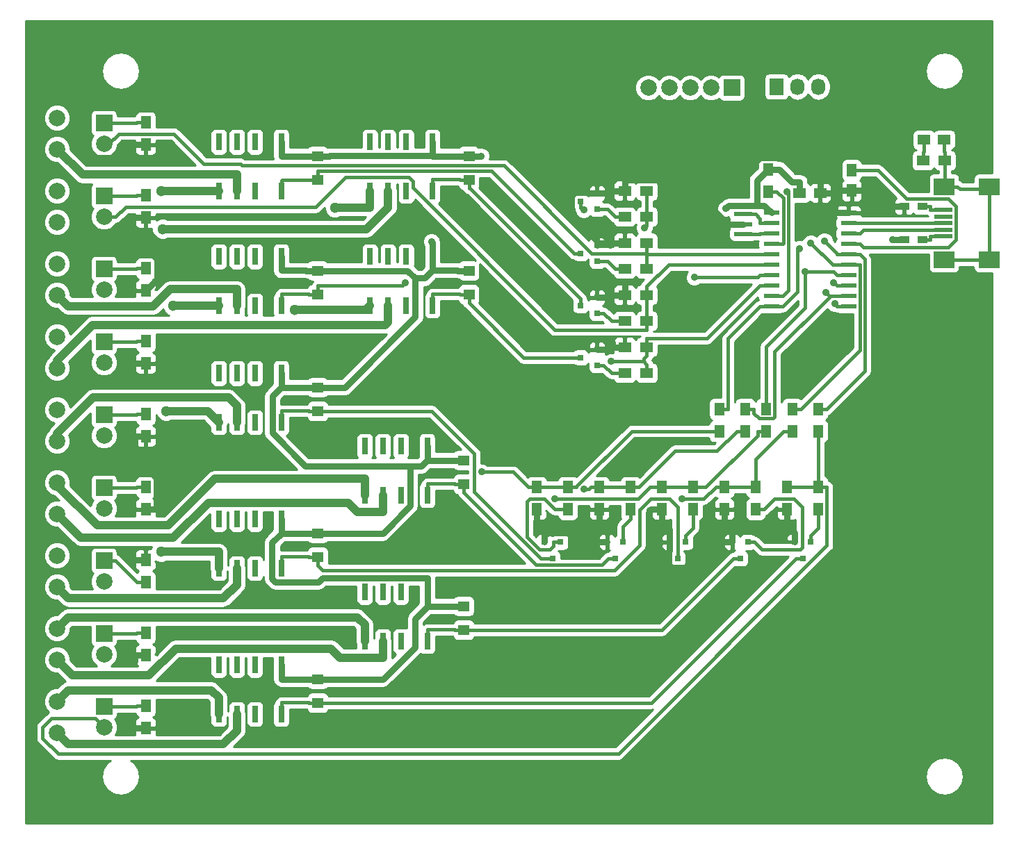
<source format=gbr>
G04 #@! TF.FileFunction,Copper,L1,Top,Signal*
%FSLAX46Y46*%
G04 Gerber Fmt 4.6, Leading zero omitted, Abs format (unit mm)*
G04 Created by KiCad (PCBNEW 4.0.2-stable) date 26.4.2016 12:05:50*
%MOMM*%
G01*
G04 APERTURE LIST*
%ADD10C,0.100000*%
%ADD11R,1.500000X1.250000*%
%ADD12R,1.250000X1.500000*%
%ADD13R,1.950000X0.600000*%
%ADD14R,1.200000X0.900000*%
%ADD15R,1.500000X1.300000*%
%ADD16R,1.300000X1.500000*%
%ADD17R,0.800000X2.000000*%
%ADD18R,0.800100X0.800100*%
%ADD19R,2.200000X0.600000*%
%ADD20R,2.000000X2.000000*%
%ADD21C,2.000000*%
%ADD22R,1.727200X2.032000*%
%ADD23O,1.727200X2.032000*%
%ADD24R,2.301240X0.500380*%
%ADD25R,2.499360X1.998980*%
%ADD26R,1.400000X1.300000*%
%ADD27C,0.900000*%
%ADD28C,1.300000*%
%ADD29C,0.400000*%
%ADD30C,0.800000*%
%ADD31C,1.000000*%
%ADD32C,0.254000*%
G04 APERTURE END LIST*
D10*
D11*
X162032000Y-70612000D03*
X159532000Y-70612000D03*
X144419000Y-77089000D03*
X146919000Y-77089000D03*
D12*
X150749000Y-74315000D03*
X150749000Y-76815000D03*
D13*
X140969000Y-79502000D03*
X140969000Y-80772000D03*
X140969000Y-82042000D03*
X140969000Y-83312000D03*
X140969000Y-84582000D03*
X140969000Y-85852000D03*
X140969000Y-87122000D03*
X140969000Y-88392000D03*
X140969000Y-89662000D03*
X140969000Y-90932000D03*
X150369000Y-90932000D03*
X150369000Y-89662000D03*
X150369000Y-88392000D03*
X150369000Y-87122000D03*
X150369000Y-85852000D03*
X150369000Y-84582000D03*
X150369000Y-83312000D03*
X150369000Y-82042000D03*
X150369000Y-80772000D03*
X150369000Y-79502000D03*
D14*
X157142000Y-82804000D03*
X159342000Y-82804000D03*
X157142000Y-78740000D03*
X159342000Y-78740000D03*
D15*
X125810000Y-83185000D03*
X123110000Y-83185000D03*
D16*
X64770000Y-71200000D03*
X64770000Y-68500000D03*
D15*
X162132000Y-73152000D03*
X159432000Y-73152000D03*
X123110000Y-86360000D03*
X125810000Y-86360000D03*
D16*
X140589000Y-76915000D03*
X140589000Y-74215000D03*
D15*
X125810000Y-89535000D03*
X123110000Y-89535000D03*
D16*
X64770000Y-80090000D03*
X64770000Y-77390000D03*
D15*
X123110000Y-92710000D03*
X125810000Y-92710000D03*
X125810000Y-76835000D03*
X123110000Y-76835000D03*
D16*
X64770000Y-88980000D03*
X64770000Y-86280000D03*
D15*
X123110000Y-80010000D03*
X125810000Y-80010000D03*
X125810000Y-95885000D03*
X123110000Y-95885000D03*
D16*
X64770000Y-97870000D03*
X64770000Y-95170000D03*
D15*
X123110000Y-99060000D03*
X125810000Y-99060000D03*
D16*
X112395000Y-112950000D03*
X112395000Y-115650000D03*
X64770000Y-106760000D03*
X64770000Y-104060000D03*
X116205000Y-115650000D03*
X116205000Y-112950000D03*
X120015000Y-112950000D03*
X120015000Y-115650000D03*
X64770000Y-115650000D03*
X64770000Y-112950000D03*
X127635000Y-112950000D03*
X127635000Y-115650000D03*
X64770000Y-121840000D03*
X64770000Y-124540000D03*
X123825000Y-115650000D03*
X123825000Y-112950000D03*
X131445000Y-115650000D03*
X131445000Y-112950000D03*
X135255000Y-112950000D03*
X135255000Y-115650000D03*
X64770000Y-133430000D03*
X64770000Y-130730000D03*
X142875000Y-112950000D03*
X142875000Y-115650000D03*
X64770000Y-142320000D03*
X64770000Y-139620000D03*
X139065000Y-115650000D03*
X139065000Y-112950000D03*
X146685000Y-115650000D03*
X146685000Y-112950000D03*
D17*
X81280000Y-70866000D03*
X78080000Y-70866000D03*
X75880000Y-70866000D03*
X73680000Y-70866000D03*
X73680000Y-76866000D03*
X75880000Y-76866000D03*
X78080000Y-76866000D03*
X81280000Y-76866000D03*
X99695000Y-70866000D03*
X96495000Y-70866000D03*
X94295000Y-70866000D03*
X92095000Y-70866000D03*
X92095000Y-76866000D03*
X94295000Y-76866000D03*
X96495000Y-76866000D03*
X99695000Y-76866000D03*
X81280000Y-84836000D03*
X78080000Y-84836000D03*
X75880000Y-84836000D03*
X73680000Y-84836000D03*
X73680000Y-90836000D03*
X75880000Y-90836000D03*
X78080000Y-90836000D03*
X81280000Y-90836000D03*
X99695000Y-84836000D03*
X96495000Y-84836000D03*
X94295000Y-84836000D03*
X92095000Y-84836000D03*
X92095000Y-90836000D03*
X94295000Y-90836000D03*
X96495000Y-90836000D03*
X99695000Y-90836000D03*
X81280000Y-99060000D03*
X78080000Y-99060000D03*
X75880000Y-99060000D03*
X73680000Y-99060000D03*
X73680000Y-105060000D03*
X75880000Y-105060000D03*
X78080000Y-105060000D03*
X81280000Y-105060000D03*
X99060000Y-107950000D03*
X95860000Y-107950000D03*
X93660000Y-107950000D03*
X91460000Y-107950000D03*
X91460000Y-113950000D03*
X93660000Y-113950000D03*
X95860000Y-113950000D03*
X99060000Y-113950000D03*
X81280000Y-116840000D03*
X78080000Y-116840000D03*
X75880000Y-116840000D03*
X73680000Y-116840000D03*
X73680000Y-122840000D03*
X75880000Y-122840000D03*
X78080000Y-122840000D03*
X81280000Y-122840000D03*
X99060000Y-125730000D03*
X95860000Y-125730000D03*
X93660000Y-125730000D03*
X91460000Y-125730000D03*
X91460000Y-131730000D03*
X93660000Y-131730000D03*
X95860000Y-131730000D03*
X99060000Y-131730000D03*
X81280000Y-134620000D03*
X78080000Y-134620000D03*
X75880000Y-134620000D03*
X73680000Y-134620000D03*
X73680000Y-140620000D03*
X75880000Y-140620000D03*
X78080000Y-140620000D03*
X81280000Y-140620000D03*
D18*
X119745760Y-85405000D03*
X119745760Y-83505000D03*
X117746780Y-84455000D03*
X119745760Y-91755000D03*
X119745760Y-89855000D03*
X117746780Y-90805000D03*
X119745760Y-79055000D03*
X119745760Y-77155000D03*
X117746780Y-78105000D03*
X119745760Y-98105000D03*
X119745760Y-96205000D03*
X117746780Y-97155000D03*
X115250000Y-119649240D03*
X113350000Y-119649240D03*
X114300000Y-121648220D03*
X122870000Y-119649240D03*
X120970000Y-119649240D03*
X121920000Y-121648220D03*
X130490000Y-119649240D03*
X128590000Y-119649240D03*
X129540000Y-121648220D03*
X138110000Y-119649240D03*
X136210000Y-119649240D03*
X137160000Y-121648220D03*
X145730000Y-119649240D03*
X143830000Y-119649240D03*
X144780000Y-121648220D03*
D19*
X137541000Y-80899000D03*
X137541000Y-82099000D03*
X137541000Y-79699000D03*
D16*
X134620000Y-106125000D03*
X134620000Y-103425000D03*
X137795000Y-106125000D03*
X137795000Y-103425000D03*
X140335000Y-106125000D03*
X140335000Y-103425000D03*
X143510000Y-106125000D03*
X143510000Y-103425000D03*
X146685000Y-106125000D03*
X146685000Y-103425000D03*
D20*
X136144000Y-64262000D03*
D21*
X131064000Y-64262000D03*
X128524000Y-64262000D03*
X125984000Y-64262000D03*
X53975000Y-76835000D03*
X53975000Y-80645000D03*
X53975000Y-85725000D03*
X53975000Y-89535000D03*
X53975000Y-94615000D03*
X53975000Y-98425000D03*
X53975000Y-103505000D03*
X53975000Y-107315000D03*
X133604000Y-64262000D03*
X53975000Y-121285000D03*
X53975000Y-125095000D03*
X53975000Y-130175000D03*
X53975000Y-133985000D03*
X53975000Y-139065000D03*
X53975000Y-142875000D03*
D22*
X141605000Y-64135000D03*
D23*
X144145000Y-64135000D03*
X146685000Y-64135000D03*
D24*
X161904680Y-82372200D03*
X161904680Y-81572100D03*
X161904680Y-80772000D03*
X161904680Y-79971900D03*
X161904680Y-79171800D03*
D25*
X162003740Y-85222080D03*
X167502840Y-85222080D03*
X162003740Y-76321920D03*
X167502840Y-76321920D03*
D21*
X53975000Y-67945000D03*
X53975000Y-71755000D03*
X53975000Y-112395000D03*
X53975000Y-116205000D03*
D20*
X59690000Y-68580000D03*
D21*
X59690000Y-71120000D03*
D20*
X59690000Y-77470000D03*
D21*
X59690000Y-80010000D03*
D20*
X59690000Y-86360000D03*
D21*
X59690000Y-88900000D03*
D20*
X59690000Y-95250000D03*
D21*
X59690000Y-97790000D03*
D20*
X59690000Y-104140000D03*
D21*
X59690000Y-106680000D03*
D20*
X59690000Y-113030000D03*
D21*
X59690000Y-115570000D03*
D20*
X59690000Y-121920000D03*
D21*
X59690000Y-124460000D03*
D20*
X59690000Y-130810000D03*
D21*
X59690000Y-133350000D03*
D20*
X59690000Y-139700000D03*
D21*
X59690000Y-142240000D03*
D26*
X85725000Y-72591000D03*
X85725000Y-75491000D03*
X104140000Y-72591000D03*
X104140000Y-75491000D03*
X85725000Y-86561000D03*
X85725000Y-89461000D03*
X104140000Y-86561000D03*
X104140000Y-89461000D03*
X85725000Y-100785000D03*
X85725000Y-103685000D03*
X103505000Y-109675000D03*
X103505000Y-112575000D03*
X85725000Y-118565000D03*
X85725000Y-121465000D03*
X103505000Y-127455000D03*
X103505000Y-130355000D03*
X85725000Y-136345000D03*
X85725000Y-139245000D03*
D27*
X114500000Y-91000000D03*
X139500000Y-94000000D03*
X87000000Y-107000000D03*
X70000000Y-108000000D03*
X123000000Y-71000000D03*
X118000000Y-66000000D03*
X113000000Y-71000000D03*
X73500000Y-63500000D03*
X89500000Y-63500000D03*
X105500000Y-63500000D03*
X158000000Y-89000000D03*
X158000000Y-115000000D03*
X158000000Y-136000000D03*
X150500000Y-144000000D03*
X133500000Y-144000000D03*
X142000000Y-135000000D03*
X70000000Y-124000000D03*
X72000000Y-131000000D03*
X99000000Y-120000000D03*
X146000000Y-97000000D03*
X132000000Y-91000000D03*
X126000000Y-108000000D03*
X147000000Y-80000000D03*
X145000000Y-71000000D03*
X76000000Y-148000000D03*
X91000000Y-148000000D03*
X103000000Y-148000000D03*
X115000000Y-143000000D03*
X89000000Y-143000000D03*
X104000000Y-137000000D03*
X125000000Y-135000000D03*
X125000000Y-127000000D03*
X110000000Y-127000000D03*
X63135400Y-134432600D03*
X63135400Y-142118000D03*
X63277600Y-121860800D03*
X121558000Y-95208700D03*
X123300100Y-88066100D03*
X112357200Y-117282700D03*
X126156900Y-115826500D03*
X66806300Y-115991500D03*
X121385100Y-83483500D03*
X96432500Y-88025000D03*
X118115000Y-79174200D03*
X155717600Y-82804000D03*
X99567100Y-83007800D03*
X105610900Y-72591000D03*
X135415400Y-79013600D03*
X125518700Y-81339400D03*
X131572400Y-87393100D03*
X121433300Y-97640400D03*
X142912400Y-76919700D03*
X105724000Y-111101100D03*
X148694600Y-90620200D03*
X118158800Y-113164200D03*
X148565000Y-88067200D03*
X114559300Y-114399600D03*
X130115400Y-114399600D03*
D28*
X66806500Y-81481500D03*
X87838300Y-78866300D03*
X68087000Y-90836000D03*
X82902500Y-91335900D03*
X67275500Y-103692700D03*
X66660200Y-120839700D03*
D27*
X144405900Y-83861600D03*
X147656700Y-89262500D03*
X145046100Y-86702300D03*
X145768300Y-83200100D03*
X147432900Y-82925300D03*
D28*
X66660200Y-76866000D03*
D29*
X121004700Y-85405000D02*
X121959700Y-86360000D01*
X119745800Y-85405000D02*
X121004700Y-85405000D01*
X123110000Y-86360000D02*
X121959700Y-86360000D01*
D30*
X123110000Y-71110000D02*
X123000000Y-71000000D01*
X118000000Y-66000000D02*
X113000000Y-71000000D01*
X123110000Y-75484700D02*
X123110000Y-71110000D01*
X105500000Y-63500000D02*
X89500000Y-63500000D01*
X158000000Y-115000000D02*
X158000000Y-89000000D01*
X158000000Y-136500000D02*
X158000000Y-136000000D01*
X150500000Y-144000000D02*
X158000000Y-136500000D01*
X133500000Y-143500000D02*
X133500000Y-144000000D01*
X142000000Y-135000000D02*
X133500000Y-143500000D01*
X149000000Y-79502000D02*
X147498000Y-79502000D01*
X147498000Y-79502000D02*
X147000000Y-80000000D01*
X144077650Y-72922350D02*
X144077650Y-71922350D01*
X144077650Y-71922350D02*
X145000000Y-71000000D01*
D29*
X103000000Y-148000000D02*
X91000000Y-148000000D01*
D30*
X89000000Y-143000000D02*
X115000000Y-143000000D01*
X123000000Y-137000000D02*
X104000000Y-137000000D01*
X125000000Y-135000000D02*
X123000000Y-137000000D01*
X110000000Y-127000000D02*
X125000000Y-127000000D01*
X64770000Y-133430000D02*
X63419700Y-133430000D01*
X64770000Y-106760000D02*
X63419700Y-106760000D01*
X123110000Y-95885000D02*
X121659700Y-95885000D01*
X63217700Y-142118000D02*
X63419700Y-142320000D01*
X63135400Y-142118000D02*
X63217700Y-142118000D01*
X64770000Y-142320000D02*
X63419700Y-142320000D01*
X127635000Y-116100000D02*
X127635000Y-117100300D01*
X127635000Y-116100000D02*
X127635000Y-115999800D01*
X127635000Y-115650000D02*
X127635000Y-115999800D01*
X143830000Y-119649200D02*
X143830000Y-118548900D01*
X143830000Y-118548900D02*
X142875000Y-117593900D01*
X142875000Y-117593900D02*
X142875000Y-115650000D01*
X64770000Y-97870000D02*
X63419700Y-97870000D01*
X60964300Y-100325400D02*
X63419700Y-97870000D01*
X53138400Y-100325400D02*
X60964300Y-100325400D01*
X121339700Y-96205000D02*
X120846100Y-96205000D01*
X121659700Y-95885000D02*
X121339700Y-96205000D01*
X119745800Y-96205000D02*
X120846100Y-96205000D01*
X136278600Y-118123800D02*
X135255000Y-117100300D01*
X136808500Y-117593900D02*
X142875000Y-117593900D01*
X136278600Y-118123800D02*
X136808500Y-117593900D01*
X64770000Y-121840000D02*
X63419700Y-121840000D01*
X63398900Y-121860800D02*
X63277600Y-121860800D01*
X63419700Y-121840000D02*
X63398900Y-121860800D01*
X64770000Y-71200000D02*
X63419700Y-71200000D01*
X63419700Y-134148300D02*
X63135400Y-134432600D01*
X63419700Y-133430000D02*
X63419700Y-134148300D01*
X135255000Y-115650000D02*
X135255000Y-117100300D01*
X64770000Y-80090000D02*
X63419700Y-80090000D01*
X52005900Y-70968300D02*
X52005900Y-82604700D01*
X53124200Y-69850000D02*
X52005900Y-70968300D01*
X54757600Y-69850000D02*
X53124200Y-69850000D01*
X57746200Y-72838600D02*
X54757600Y-69850000D01*
X61781100Y-72838600D02*
X57746200Y-72838600D01*
X63419700Y-71200000D02*
X61781100Y-72838600D01*
X52005900Y-99192900D02*
X53138400Y-100325400D01*
X52005900Y-82604700D02*
X52005900Y-99192900D01*
X62938300Y-80571400D02*
X63419700Y-80090000D01*
X62938300Y-81995100D02*
X62938300Y-80571400D01*
X66129400Y-85186200D02*
X62938300Y-81995100D01*
X66129400Y-87620600D02*
X66129400Y-85186200D01*
X64770000Y-88980000D02*
X66129400Y-87620600D01*
X62328700Y-82604700D02*
X52005900Y-82604700D01*
X62938300Y-81995100D02*
X62328700Y-82604700D01*
X53121100Y-109231000D02*
X63419700Y-109231000D01*
X52057400Y-108167300D02*
X53121100Y-109231000D01*
X52057400Y-101406400D02*
X52057400Y-108167300D01*
X53138400Y-100325400D02*
X52057400Y-101406400D01*
X63419700Y-109231000D02*
X63419700Y-106760000D01*
X64770000Y-115650000D02*
X66120300Y-115650000D01*
X66120300Y-111847100D02*
X66120300Y-115650000D01*
X63504200Y-109231000D02*
X66120300Y-111847100D01*
X63419700Y-109231000D02*
X63504200Y-109231000D01*
X136210000Y-118192400D02*
X136210000Y-119649200D01*
X136278600Y-118123800D02*
X136210000Y-118192400D01*
X136210000Y-119649200D02*
X135109600Y-119649200D01*
X128590000Y-118055300D02*
X127635000Y-117100300D01*
X128590000Y-119649200D02*
X128590000Y-118055300D01*
X132010100Y-122748700D02*
X135109600Y-119649200D01*
X128832800Y-122748700D02*
X132010100Y-122748700D01*
X128439500Y-122355400D02*
X128832800Y-122748700D01*
X128439500Y-120900100D02*
X128439500Y-122355400D01*
X128590000Y-120749600D02*
X128439500Y-120900100D01*
X128590000Y-119649200D02*
X128590000Y-120749600D01*
X150369000Y-79502000D02*
X149000000Y-79502000D01*
X149000000Y-79502000D02*
X148693700Y-79502000D01*
X153999300Y-78740000D02*
X152074300Y-76815000D01*
X157142000Y-78740000D02*
X153999300Y-78740000D01*
X150749000Y-76815000D02*
X152074300Y-76815000D01*
X123110000Y-76835000D02*
X121934800Y-76835000D01*
X121166100Y-76835000D02*
X120846100Y-77155000D01*
X121934800Y-76835000D02*
X121166100Y-76835000D01*
X119745800Y-77155000D02*
X118645400Y-77155000D01*
X119745800Y-77155000D02*
X120846100Y-77155000D01*
X121339700Y-89855000D02*
X121659700Y-89535000D01*
X119745800Y-89855000D02*
X121339700Y-89855000D01*
X123110000Y-89535000D02*
X121659700Y-89535000D01*
X113350000Y-119649200D02*
X113350000Y-118854500D01*
X120970000Y-119649200D02*
X119869600Y-119649200D01*
X120015000Y-115650000D02*
X120015000Y-117100300D01*
X118762400Y-118352900D02*
X120015000Y-117100300D01*
X118762400Y-118542000D02*
X118762400Y-118352900D01*
X118762400Y-118542000D02*
X119869600Y-119649200D01*
X116623400Y-79832400D02*
X119745800Y-82954800D01*
X116623400Y-77416700D02*
X116623400Y-79832400D01*
X117046700Y-76993400D02*
X116623400Y-77416700D01*
X118483800Y-76993400D02*
X117046700Y-76993400D01*
X118645400Y-77155000D02*
X118483800Y-76993400D01*
X121659700Y-95310400D02*
X121659700Y-95885000D01*
X121558000Y-95208700D02*
X121659700Y-95310400D01*
X123110000Y-89535000D02*
X123110000Y-88184700D01*
X123181500Y-88184700D02*
X123110000Y-88184700D01*
X123300100Y-88066100D02*
X123181500Y-88184700D01*
X137541000Y-80899000D02*
X135740700Y-80899000D01*
X123110000Y-76835000D02*
X123110000Y-75484700D01*
X146919000Y-77089000D02*
X146919000Y-75763700D01*
X146919000Y-77089000D02*
X148369300Y-77089000D01*
X148693700Y-77202500D02*
X148693700Y-79502000D01*
X149036200Y-77202500D02*
X148693700Y-77202500D01*
X149423700Y-76815000D02*
X149036200Y-77202500D01*
X148482800Y-77202500D02*
X148369300Y-77089000D01*
X148693700Y-77202500D02*
X148482800Y-77202500D01*
X150749000Y-76815000D02*
X149423700Y-76815000D01*
X112395000Y-117244900D02*
X112395000Y-115650000D01*
X112357200Y-117282700D02*
X112395000Y-117244900D01*
X113639500Y-118565000D02*
X112357200Y-117282700D01*
X113350000Y-118854500D02*
X113639500Y-118565000D01*
X113662500Y-118542000D02*
X118762400Y-118542000D01*
X113639500Y-118565000D02*
X113662500Y-118542000D01*
X143918700Y-72763400D02*
X144077650Y-72922350D01*
X144077650Y-72922350D02*
X146919000Y-75763700D01*
X139590100Y-72763400D02*
X143918700Y-72763400D01*
X133597600Y-78755900D02*
X139590100Y-72763400D01*
X130326400Y-75484700D02*
X133597600Y-78755900D01*
X123110000Y-75484700D02*
X130326400Y-75484700D01*
X127635000Y-115650000D02*
X126284700Y-115650000D01*
X126284700Y-115698700D02*
X126156900Y-115826500D01*
X126284700Y-115650000D02*
X126284700Y-115698700D01*
X66461800Y-115991500D02*
X66120300Y-115650000D01*
X66806300Y-115991500D02*
X66461800Y-115991500D01*
X119745800Y-83505000D02*
X119745800Y-83229900D01*
X119745800Y-83229900D02*
X119745800Y-82954800D01*
X123110000Y-83185000D02*
X121659700Y-83185000D01*
X121385100Y-83483500D02*
X121385100Y-83229900D01*
X119745800Y-83229900D02*
X121385100Y-83229900D01*
X121614800Y-83229900D02*
X121659700Y-83185000D01*
X121385100Y-83229900D02*
X121614800Y-83229900D01*
X135661300Y-80899000D02*
X135740700Y-80899000D01*
X133597600Y-78835300D02*
X135661300Y-80899000D01*
X133597600Y-78755900D02*
X133597600Y-78835300D01*
D29*
X123110000Y-92710000D02*
X121959700Y-92710000D01*
X121501100Y-92710000D02*
X121959700Y-92710000D01*
X120546100Y-91755000D02*
X121501100Y-92710000D01*
X119745800Y-91755000D02*
X120546100Y-91755000D01*
X121004700Y-79055000D02*
X121959700Y-80010000D01*
X119745800Y-79055000D02*
X121004700Y-79055000D01*
X123110000Y-80010000D02*
X121959700Y-80010000D01*
X123110000Y-99060000D02*
X121959700Y-99060000D01*
X119745800Y-98105000D02*
X120546100Y-98105000D01*
X121501100Y-99060000D02*
X121959700Y-99060000D01*
X120546100Y-98105000D02*
X121501100Y-99060000D01*
X115250000Y-119649200D02*
X114449600Y-119649200D01*
X116205000Y-115650000D02*
X115154700Y-115650000D01*
X114581800Y-115650000D02*
X115154700Y-115650000D01*
X113322900Y-114391100D02*
X114581800Y-115650000D01*
X111519800Y-114391100D02*
X113322900Y-114391100D01*
X111198200Y-114712700D02*
X111519800Y-114391100D01*
X111198200Y-119065900D02*
X111198200Y-114712700D01*
X112695200Y-120562900D02*
X111198200Y-119065900D01*
X114036100Y-120562900D02*
X112695200Y-120562900D01*
X114449600Y-120149400D02*
X114036100Y-120562900D01*
X114449600Y-119649200D02*
X114449600Y-120149400D01*
X122870000Y-119649200D02*
X122870000Y-118848900D01*
X122870000Y-117755300D02*
X122870000Y-118848900D01*
X123825000Y-116800300D02*
X122870000Y-117755300D01*
X123825000Y-115650000D02*
X123825000Y-116800300D01*
X84599400Y-89435700D02*
X81280000Y-89435700D01*
X84624700Y-89461000D02*
X84599400Y-89435700D01*
X81280000Y-90836000D02*
X81280000Y-89435700D01*
X85174900Y-89461000D02*
X84624700Y-89461000D01*
X117746800Y-78105000D02*
X117746800Y-78905300D01*
X117846100Y-78905300D02*
X117746800Y-78905300D01*
X118115000Y-79174200D02*
X117846100Y-78905300D01*
X85174900Y-89461000D02*
X85725000Y-89461000D01*
X85725000Y-89461000D02*
X85725000Y-88410700D01*
X96046800Y-88410700D02*
X96432500Y-88025000D01*
X85725000Y-88410700D02*
X96046800Y-88410700D01*
X131445000Y-117893900D02*
X131445000Y-115650000D01*
X130490000Y-118848900D02*
X131445000Y-117893900D01*
X130490000Y-119649200D02*
X130490000Y-118848900D01*
X117746800Y-97155000D02*
X116946400Y-97155000D01*
X103014400Y-89435700D02*
X99695000Y-89435700D01*
X103039700Y-89461000D02*
X103014400Y-89435700D01*
X99695000Y-90836000D02*
X99695000Y-89435700D01*
X104140000Y-89461000D02*
X103039700Y-89461000D01*
X110783700Y-97155000D02*
X116946400Y-97155000D01*
X104140000Y-90511300D02*
X110783700Y-97155000D01*
X104140000Y-89461000D02*
X104140000Y-90511300D01*
X141365700Y-114399600D02*
X140115300Y-115650000D01*
X143739000Y-114399600D02*
X141365700Y-114399600D01*
X144739400Y-115400000D02*
X143739000Y-114399600D01*
X144739400Y-120278100D02*
X144739400Y-115400000D01*
X144467800Y-120549700D02*
X144739400Y-120278100D01*
X139810800Y-120549700D02*
X144467800Y-120549700D01*
X138910300Y-119649200D02*
X139810800Y-120549700D01*
X138110000Y-119649200D02*
X138910300Y-119649200D01*
X139065000Y-115650000D02*
X140115300Y-115650000D01*
X84599400Y-121439700D02*
X81280000Y-121439700D01*
X84624700Y-121465000D02*
X84599400Y-121439700D01*
X81280000Y-122840000D02*
X81280000Y-121439700D01*
X85174900Y-121465000D02*
X84624700Y-121465000D01*
X85174900Y-121465000D02*
X85725000Y-121465000D01*
X85725000Y-121465000D02*
X85725000Y-122515300D01*
X129540000Y-115390000D02*
X129540000Y-121648200D01*
X128547000Y-114397000D02*
X129540000Y-115390000D01*
X126241600Y-114397000D02*
X128547000Y-114397000D01*
X124917500Y-115721100D02*
X126241600Y-114397000D01*
X124917500Y-120076500D02*
X124917500Y-115721100D01*
X121892100Y-123101900D02*
X124917500Y-120076500D01*
X86311600Y-123101900D02*
X121892100Y-123101900D01*
X85725000Y-122515300D02*
X86311600Y-123101900D01*
X146685000Y-117893900D02*
X146685000Y-115650000D01*
X145730000Y-118848900D02*
X146685000Y-117893900D01*
X145730000Y-119649200D02*
X145730000Y-118848900D01*
X137160000Y-121648200D02*
X136359600Y-121648200D01*
X127652800Y-130355000D02*
X103505000Y-130355000D01*
X136359600Y-121648200D02*
X127652800Y-130355000D01*
X102379400Y-130329700D02*
X99060000Y-130329700D01*
X102404700Y-130355000D02*
X102379400Y-130329700D01*
X99060000Y-131730000D02*
X99060000Y-130329700D01*
X103505000Y-130355000D02*
X102404700Y-130355000D01*
X167502800Y-85222100D02*
X162003700Y-85222100D01*
X167502800Y-85222100D02*
X167502800Y-83822300D01*
X167502800Y-76905700D02*
X167502800Y-83822300D01*
X162032000Y-72001700D02*
X162032000Y-70612000D01*
X162132000Y-72101700D02*
X162032000Y-72001700D01*
X162132000Y-73152000D02*
X162132000Y-72101700D01*
X167502800Y-76321900D02*
X167502800Y-76613800D01*
X167502800Y-76613800D02*
X167502800Y-76905700D01*
X163945600Y-76613800D02*
X163653700Y-76321900D01*
X167502800Y-76613800D02*
X163945600Y-76613800D01*
X162003700Y-76321900D02*
X162828700Y-76321900D01*
X162828700Y-76321900D02*
X163653700Y-76321900D01*
X162132000Y-75625200D02*
X162132000Y-73152000D01*
X162828700Y-76321900D02*
X162132000Y-75625200D01*
X159532000Y-72001700D02*
X159532000Y-70612000D01*
X159432000Y-72101700D02*
X159532000Y-72001700D01*
X159432000Y-73152000D02*
X159432000Y-72101700D01*
D30*
X81280000Y-134620000D02*
X81280000Y-136320300D01*
X81280000Y-116840000D02*
X81280000Y-118540300D01*
X81304700Y-136345000D02*
X85725000Y-136345000D01*
X81280000Y-136320300D02*
X81304700Y-136345000D01*
X97560000Y-128979700D02*
X99084700Y-127455000D01*
X97560000Y-132450900D02*
X97560000Y-128979700D01*
X93665900Y-136345000D02*
X97560000Y-132450900D01*
X85725000Y-136345000D02*
X93665900Y-136345000D01*
X99084700Y-127455000D02*
X99060000Y-127430300D01*
X99060000Y-125730000D02*
X99060000Y-127430300D01*
X99060000Y-125730000D02*
X99060000Y-124029700D01*
X81280000Y-118565000D02*
X81280000Y-118540300D01*
X86296100Y-124029700D02*
X99060000Y-124029700D01*
X85785400Y-124540400D02*
X86296100Y-124029700D01*
X80582800Y-124540400D02*
X85785400Y-124540400D01*
X80161700Y-124119300D02*
X80582800Y-124540400D01*
X80161700Y-119683300D02*
X80161700Y-124119300D01*
X81280000Y-118565000D02*
X80161700Y-119683300D01*
X81304700Y-72591000D02*
X81280000Y-72566300D01*
X85725000Y-72591000D02*
X81304700Y-72591000D01*
X81280000Y-70866000D02*
X81280000Y-72566300D01*
X103505000Y-109675000D02*
X102104700Y-109675000D01*
X99695000Y-84836000D02*
X99695000Y-86536300D01*
X104140000Y-86561000D02*
X102739700Y-86561000D01*
X102715000Y-86536300D02*
X99695000Y-86536300D01*
X102739700Y-86561000D02*
X102715000Y-86536300D01*
X99084700Y-127455000D02*
X103505000Y-127455000D01*
X99695000Y-70866000D02*
X99695000Y-72566300D01*
X157142000Y-82804000D02*
X155841700Y-82804000D01*
X81280000Y-84836000D02*
X81280000Y-86536300D01*
X84300000Y-86536300D02*
X81280000Y-86536300D01*
X84324700Y-86561000D02*
X84300000Y-86536300D01*
X85725000Y-86561000D02*
X84324700Y-86561000D01*
X99695000Y-84836000D02*
X99695000Y-83135700D01*
X104140000Y-72591000D02*
X105540300Y-72591000D01*
X105540300Y-72591000D02*
X105610900Y-72591000D01*
X85725000Y-72591000D02*
X87125300Y-72591000D01*
X99695000Y-72578600D02*
X99695000Y-72566300D01*
X99707400Y-72591000D02*
X99695000Y-72578600D01*
X104140000Y-72591000D02*
X99707400Y-72591000D01*
X87137700Y-72578600D02*
X87125300Y-72591000D01*
X99695000Y-72578600D02*
X87137700Y-72578600D01*
X98751800Y-87479500D02*
X97602800Y-87479500D01*
X99695000Y-86536300D02*
X98751800Y-87479500D01*
X96684300Y-86561000D02*
X85725000Y-86561000D01*
X97602800Y-87479500D02*
X96684300Y-86561000D01*
X99695000Y-83135700D02*
X99567100Y-83007800D01*
X99060000Y-107950000D02*
X99060000Y-109650300D01*
X99084700Y-109675000D02*
X99060000Y-109650300D01*
X102104700Y-109675000D02*
X99084700Y-109675000D01*
X81280000Y-118565000D02*
X85725000Y-118565000D01*
X155841700Y-82804000D02*
X155717600Y-82804000D01*
X81280000Y-99060000D02*
X81280000Y-100760300D01*
X96961300Y-115248600D02*
X96961300Y-110374900D01*
X93644900Y-118565000D02*
X96961300Y-115248600D01*
X85725000Y-118565000D02*
X93644900Y-118565000D01*
X98335400Y-110374900D02*
X96961300Y-110374900D01*
X99060000Y-109650300D02*
X98335400Y-110374900D01*
X80179700Y-101860600D02*
X81280000Y-100760300D01*
X80179700Y-106355600D02*
X80179700Y-101860600D01*
X84199000Y-110374900D02*
X80179700Y-106355600D01*
X96961300Y-110374900D02*
X84199000Y-110374900D01*
X89031100Y-100785000D02*
X85725000Y-100785000D01*
X97602800Y-92213300D02*
X89031100Y-100785000D01*
X97602800Y-87479500D02*
X97602800Y-92213300D01*
X81304700Y-100785000D02*
X81280000Y-100760300D01*
X85725000Y-100785000D02*
X81304700Y-100785000D01*
X135778300Y-78650700D02*
X139209700Y-78650700D01*
X135415400Y-79013600D02*
X135778300Y-78650700D01*
X140117700Y-78650700D02*
X140969000Y-79502000D01*
X139209700Y-78650700D02*
X140117700Y-78650700D01*
X139209700Y-75594300D02*
X140589000Y-74215000D01*
X139209700Y-78650700D02*
X139209700Y-75594300D01*
X143488000Y-75763700D02*
X144419000Y-75763700D01*
X141939300Y-74215000D02*
X143488000Y-75763700D01*
X140589000Y-74215000D02*
X141939300Y-74215000D01*
X144419000Y-77089000D02*
X144419000Y-75763700D01*
D29*
X153950400Y-74315000D02*
X150749000Y-74315000D01*
X157425000Y-77789600D02*
X153950400Y-74315000D01*
X162493100Y-77789600D02*
X157425000Y-77789600D01*
X163466100Y-78762600D02*
X162493100Y-77789600D01*
X163466100Y-82806500D02*
X163466100Y-78762600D01*
X162514200Y-83758400D02*
X163466100Y-82806500D01*
X152190700Y-83758400D02*
X162514200Y-83758400D01*
X151744300Y-83312000D02*
X152190700Y-83758400D01*
X150369000Y-83312000D02*
X151744300Y-83312000D01*
X63639700Y-68580000D02*
X63719700Y-68500000D01*
X59690000Y-68580000D02*
X63639700Y-68580000D01*
X64770000Y-68500000D02*
X63719700Y-68500000D01*
X125810000Y-92710000D02*
X125810000Y-89535000D01*
X125810000Y-89535000D02*
X125810000Y-88484700D01*
X125810000Y-92710000D02*
X125810000Y-93760300D01*
X140969000Y-85852000D02*
X139593700Y-85852000D01*
X128442700Y-85852000D02*
X125810000Y-88484700D01*
X139593700Y-85852000D02*
X128442700Y-85852000D01*
X61113300Y-80010000D02*
X59690000Y-80010000D01*
X62322600Y-78800700D02*
X61113300Y-80010000D01*
X85506900Y-78800700D02*
X62322600Y-78800700D01*
X89142000Y-75165600D02*
X85506900Y-78800700D01*
X96807500Y-75165600D02*
X89142000Y-75165600D01*
X97295400Y-75653500D02*
X96807500Y-75165600D01*
X97295400Y-76439700D02*
X97295400Y-75653500D01*
X114616000Y-93760300D02*
X97295400Y-76439700D01*
X125810000Y-93760300D02*
X114616000Y-93760300D01*
X63639700Y-86360000D02*
X63719700Y-86280000D01*
X59690000Y-86360000D02*
X63639700Y-86360000D01*
X64770000Y-86280000D02*
X63719700Y-86280000D01*
X125810000Y-76835000D02*
X125810000Y-80010000D01*
X125797800Y-81060300D02*
X125518700Y-81339400D01*
X125810000Y-81060300D02*
X125797800Y-81060300D01*
X125810000Y-80010000D02*
X125810000Y-81060300D01*
X140969000Y-87122000D02*
X139593700Y-87122000D01*
X139322600Y-87393100D02*
X131572400Y-87393100D01*
X139593700Y-87122000D02*
X139322600Y-87393100D01*
X63639700Y-95250000D02*
X63719700Y-95170000D01*
X59690000Y-95250000D02*
X63639700Y-95250000D01*
X64770000Y-95170000D02*
X63719700Y-95170000D01*
X140969000Y-84582000D02*
X139593700Y-84582000D01*
X125810000Y-84582000D02*
X139593700Y-84582000D01*
X125810000Y-86360000D02*
X125810000Y-84582000D01*
X119113100Y-84446800D02*
X125810000Y-84446800D01*
X108439500Y-73773200D02*
X119113100Y-84446800D01*
X76485100Y-73773200D02*
X108439500Y-73773200D01*
X76284100Y-73572200D02*
X76485100Y-73773200D01*
X71865700Y-73572200D02*
X76284100Y-73572200D01*
X68176000Y-69882500D02*
X71865700Y-73572200D01*
X61507500Y-69882500D02*
X68176000Y-69882500D01*
X60270000Y-71120000D02*
X61507500Y-69882500D01*
X59690000Y-71120000D02*
X60270000Y-71120000D01*
X125810000Y-83185000D02*
X125810000Y-84446800D01*
X125810000Y-84446800D02*
X125810000Y-84582000D01*
X63710300Y-124540000D02*
X64770000Y-124540000D01*
X61090300Y-121920000D02*
X63710300Y-124540000D01*
X59690000Y-121920000D02*
X61090300Y-121920000D01*
X125810000Y-95885000D02*
X125810000Y-94834700D01*
X125810000Y-95885000D02*
X125810000Y-96935300D01*
X125810000Y-99060000D02*
X125810000Y-98009700D01*
X125440700Y-97304600D02*
X125440700Y-97640400D01*
X125810000Y-96935300D02*
X125440700Y-97304600D01*
X125440700Y-97640400D02*
X125810000Y-98009700D01*
X140969000Y-88392000D02*
X139593700Y-88392000D01*
X125440700Y-97640400D02*
X121433300Y-97640400D01*
X133151000Y-94834700D02*
X139593700Y-88392000D01*
X125810000Y-94834700D02*
X133151000Y-94834700D01*
X63639700Y-139700000D02*
X63719700Y-139620000D01*
X59690000Y-139700000D02*
X63639700Y-139700000D01*
X64770000Y-139620000D02*
X63719700Y-139620000D01*
X139593700Y-80251400D02*
X139593700Y-80772000D01*
X139041300Y-79699000D02*
X139593700Y-80251400D01*
X137541000Y-79699000D02*
X139041300Y-79699000D01*
X140969000Y-80772000D02*
X139593700Y-80772000D01*
X139536700Y-82099000D02*
X139593700Y-82042000D01*
X137541000Y-82099000D02*
X139536700Y-82099000D01*
X140969000Y-82042000D02*
X139593700Y-82042000D01*
X142444400Y-83211900D02*
X142344300Y-83312000D01*
X142444400Y-77720100D02*
X142444400Y-83211900D01*
X141639300Y-76915000D02*
X142444400Y-77720100D01*
X140589000Y-76915000D02*
X141639300Y-76915000D01*
X140969000Y-83312000D02*
X142344300Y-83312000D01*
X140969000Y-89662000D02*
X142344300Y-89662000D01*
X143046300Y-88960000D02*
X142344300Y-89662000D01*
X143046300Y-77053600D02*
X143046300Y-88960000D01*
X142912400Y-76919700D02*
X143046300Y-77053600D01*
X112395000Y-112950000D02*
X116205000Y-112950000D01*
X116205000Y-112950000D02*
X117255300Y-112950000D01*
X117255300Y-112824600D02*
X117255300Y-112950000D01*
X123954900Y-106125000D02*
X117255300Y-112824600D01*
X134620000Y-106125000D02*
X123954900Y-106125000D01*
X112395000Y-112950000D02*
X111344700Y-112950000D01*
X109495800Y-111101100D02*
X105724000Y-111101100D01*
X111344700Y-112950000D02*
X109495800Y-111101100D01*
X148993700Y-90919300D02*
X148993700Y-90932000D01*
X148694600Y-90620200D02*
X148993700Y-90919300D01*
X150369000Y-90932000D02*
X148993700Y-90932000D01*
X118750500Y-113164200D02*
X118964700Y-112950000D01*
X118158800Y-113164200D02*
X118750500Y-113164200D01*
X120015000Y-112950000D02*
X118964700Y-112950000D01*
X137795000Y-106125000D02*
X136744700Y-106125000D01*
X120015000Y-112950000D02*
X123825000Y-112950000D01*
X134312000Y-108557700D02*
X136744700Y-106125000D01*
X129267600Y-108557700D02*
X134312000Y-108557700D01*
X124875300Y-112950000D02*
X129267600Y-108557700D01*
X123825000Y-112950000D02*
X124875300Y-112950000D01*
X148668900Y-88067200D02*
X148993700Y-88392000D01*
X148565000Y-88067200D02*
X148668900Y-88067200D01*
X150369000Y-88392000D02*
X148993700Y-88392000D01*
X140335000Y-106125000D02*
X139284700Y-106125000D01*
X131445000Y-112950000D02*
X132495300Y-112950000D01*
X139284700Y-106650100D02*
X139284700Y-106125000D01*
X132984800Y-112950000D02*
X139284700Y-106650100D01*
X132495300Y-112950000D02*
X132984800Y-112950000D01*
X131445000Y-112950000D02*
X127635000Y-112950000D01*
X124772200Y-114399600D02*
X114559300Y-114399600D01*
X126221800Y-112950000D02*
X124772200Y-114399600D01*
X127635000Y-112950000D02*
X126221800Y-112950000D01*
X139065000Y-112950000D02*
X135255000Y-112950000D01*
X139065000Y-109519700D02*
X142459700Y-106125000D01*
X139065000Y-112950000D02*
X139065000Y-109519700D01*
X143510000Y-106125000D02*
X142459700Y-106125000D01*
X135255000Y-112950000D02*
X134204700Y-112950000D01*
X132755100Y-114399600D02*
X130115400Y-114399600D01*
X134204700Y-112950000D02*
X132755100Y-114399600D01*
X146685000Y-106125000D02*
X146685000Y-112950000D01*
X142875000Y-112950000D02*
X143925300Y-112950000D01*
X145634700Y-112950000D02*
X143925300Y-112950000D01*
X146159900Y-112950000D02*
X145634700Y-112950000D01*
X146159900Y-112950000D02*
X146685000Y-112950000D01*
X147735300Y-120059100D02*
X147735300Y-112950000D01*
X122341800Y-145452600D02*
X147735300Y-120059100D01*
X54144600Y-145452600D02*
X122341800Y-145452600D01*
X52233200Y-143541200D02*
X54144600Y-145452600D01*
X52233200Y-142210000D02*
X52233200Y-143541200D01*
X53277000Y-141166200D02*
X52233200Y-142210000D01*
X58616200Y-141166200D02*
X53277000Y-141166200D01*
X59690000Y-142240000D02*
X58616200Y-141166200D01*
X146685000Y-112950000D02*
X147735300Y-112950000D01*
X152214200Y-81572100D02*
X151744300Y-82042000D01*
X161904700Y-81572100D02*
X152214200Y-81572100D01*
X150369000Y-82042000D02*
X151744300Y-82042000D01*
X161904700Y-80772000D02*
X151744300Y-80772000D01*
X150369000Y-80772000D02*
X151744300Y-80772000D01*
X160353800Y-82792500D02*
X160342300Y-82804000D01*
X160353800Y-82372200D02*
X160353800Y-82792500D01*
X159342000Y-82804000D02*
X160342300Y-82804000D01*
X161904700Y-82372200D02*
X160353800Y-82372200D01*
X160353800Y-78751500D02*
X160342300Y-78740000D01*
X160353800Y-79171800D02*
X160353800Y-78751500D01*
X159342000Y-78740000D02*
X160342300Y-78740000D01*
X161904700Y-79171800D02*
X160353800Y-79171800D01*
D31*
X94295000Y-76866000D02*
X94295000Y-78866300D01*
X91679800Y-81481500D02*
X66806500Y-81481500D01*
X94295000Y-78866300D02*
X91679800Y-81481500D01*
X92095000Y-76866000D02*
X92095000Y-78866300D01*
X87838300Y-78866300D02*
X92095000Y-78866300D01*
X75880000Y-90836000D02*
X75880000Y-88835700D01*
X55340400Y-90900400D02*
X53975000Y-89535000D01*
X65681000Y-90900400D02*
X55340400Y-90900400D01*
X67745700Y-88835700D02*
X65681000Y-90900400D01*
X75880000Y-88835700D02*
X67745700Y-88835700D01*
X73680000Y-90836000D02*
X68087000Y-90836000D01*
X94295000Y-90836000D02*
X94295000Y-92836300D01*
X93958100Y-93173200D02*
X94295000Y-92836300D01*
X58333100Y-93173200D02*
X93958100Y-93173200D01*
X53975000Y-97531300D02*
X58333100Y-93173200D01*
X53975000Y-98425000D02*
X53975000Y-97531300D01*
X91595100Y-91335900D02*
X82902500Y-91335900D01*
X92095000Y-90836000D02*
X91595100Y-91335900D01*
X74850100Y-102029800D02*
X75880000Y-103059700D01*
X58336200Y-102029800D02*
X74850100Y-102029800D01*
X53975000Y-106391000D02*
X58336200Y-102029800D01*
X53975000Y-107315000D02*
X53975000Y-106391000D01*
X75880000Y-105060000D02*
X75880000Y-103059700D01*
X72312700Y-103692700D02*
X67275500Y-103692700D01*
X73680000Y-105060000D02*
X72312700Y-103692700D01*
X74232800Y-126487500D02*
X75880000Y-124840300D01*
X55367500Y-126487500D02*
X74232800Y-126487500D01*
X53975000Y-125095000D02*
X55367500Y-126487500D01*
X75880000Y-122840000D02*
X75880000Y-124840300D01*
X73680000Y-122840000D02*
X73680000Y-120839700D01*
X73680000Y-120839700D02*
X66660200Y-120839700D01*
X93660000Y-131730000D02*
X93660000Y-133730300D01*
X88450700Y-133730300D02*
X93660000Y-133730300D01*
X87340000Y-132619600D02*
X88450700Y-133730300D01*
X68427200Y-132619600D02*
X87340000Y-132619600D01*
X65163800Y-135883000D02*
X68427200Y-132619600D01*
X55873000Y-135883000D02*
X65163800Y-135883000D01*
X53975000Y-133985000D02*
X55873000Y-135883000D01*
X90539900Y-128809600D02*
X91460000Y-129729700D01*
X55340400Y-128809600D02*
X90539900Y-128809600D01*
X53975000Y-130175000D02*
X55340400Y-128809600D01*
X91460000Y-131730000D02*
X91460000Y-129729700D01*
D29*
X140969000Y-90932000D02*
X139593700Y-90932000D01*
X134620000Y-103425000D02*
X135670300Y-103425000D01*
X135670300Y-94855400D02*
X135670300Y-103425000D01*
X139593700Y-90932000D02*
X135670300Y-94855400D01*
X144152400Y-89123900D02*
X142344300Y-90932000D01*
X144152400Y-84115100D02*
X144152400Y-89123900D01*
X144405900Y-83861600D02*
X144152400Y-84115100D01*
X140969000Y-90932000D02*
X142344300Y-90932000D01*
X150369000Y-89662000D02*
X148993700Y-89662000D01*
X137795000Y-103425000D02*
X138845300Y-103425000D01*
X147656700Y-89262500D02*
X148117500Y-89723200D01*
X148178700Y-89662000D02*
X148117500Y-89723200D01*
X148993700Y-89662000D02*
X148178700Y-89662000D01*
X138845300Y-103950200D02*
X138845300Y-103425000D01*
X139470500Y-104575400D02*
X138845300Y-103950200D01*
X141188100Y-104575400D02*
X139470500Y-104575400D01*
X141385400Y-104378100D02*
X141188100Y-104575400D01*
X141385400Y-96455300D02*
X141385400Y-104378100D01*
X148117500Y-89723200D02*
X141385400Y-96455300D01*
X148574000Y-86702300D02*
X148993700Y-87122000D01*
X145046100Y-86702300D02*
X148574000Y-86702300D01*
X150369000Y-87122000D02*
X148993700Y-87122000D01*
X145046100Y-91115100D02*
X145046100Y-86702300D01*
X140335000Y-95826200D02*
X145046100Y-91115100D01*
X140335000Y-103425000D02*
X140335000Y-95826200D01*
X150369000Y-85852000D02*
X151744300Y-85852000D01*
X143510000Y-103425000D02*
X144560300Y-103425000D01*
X151744300Y-96241000D02*
X151744300Y-85852000D01*
X144560300Y-103425000D02*
X151744300Y-96241000D01*
X148420200Y-85852000D02*
X150369000Y-85852000D01*
X145768300Y-83200100D02*
X148420200Y-85852000D01*
X146685000Y-103425000D02*
X147735300Y-103425000D01*
X150369000Y-84582000D02*
X151744300Y-84582000D01*
X152364100Y-85201800D02*
X151744300Y-84582000D01*
X152364100Y-98796200D02*
X152364100Y-85201800D01*
X147735300Y-103425000D02*
X152364100Y-98796200D01*
X148993700Y-84486100D02*
X148993700Y-84582000D01*
X147432900Y-82925300D02*
X148993700Y-84486100D01*
X150369000Y-84582000D02*
X148993700Y-84582000D01*
D31*
X57085700Y-74865700D02*
X75880000Y-74865700D01*
X53975000Y-71755000D02*
X57085700Y-74865700D01*
X75880000Y-76866000D02*
X75880000Y-74865700D01*
X73680000Y-76866000D02*
X66660200Y-76866000D01*
X90572400Y-115950300D02*
X93660000Y-115950300D01*
X89461700Y-114839600D02*
X90572400Y-115950300D01*
X72395200Y-114839600D02*
X89461700Y-114839600D01*
X68138800Y-119096000D02*
X72395200Y-114839600D01*
X56866000Y-119096000D02*
X68138800Y-119096000D01*
X53975000Y-116205000D02*
X56866000Y-119096000D01*
X93660000Y-113950000D02*
X93660000Y-115950300D01*
X73163200Y-111949700D02*
X91460000Y-111949700D01*
X67519600Y-117593300D02*
X73163200Y-111949700D01*
X58842900Y-117593300D02*
X67519600Y-117593300D01*
X53975000Y-112725400D02*
X58842900Y-117593300D01*
X53975000Y-112395000D02*
X53975000Y-112725400D01*
X91460000Y-113950000D02*
X91460000Y-111949700D01*
X74248100Y-144252200D02*
X75880000Y-142620300D01*
X55352200Y-144252200D02*
X74248100Y-144252200D01*
X53975000Y-142875000D02*
X55352200Y-144252200D01*
X75880000Y-140620000D02*
X75880000Y-142620300D01*
X72759600Y-137699300D02*
X73680000Y-138619700D01*
X55340700Y-137699300D02*
X72759600Y-137699300D01*
X53975000Y-139065000D02*
X55340700Y-137699300D01*
X73680000Y-140620000D02*
X73680000Y-138619700D01*
D29*
X63639700Y-77470000D02*
X63719700Y-77390000D01*
X59690000Y-77470000D02*
X63639700Y-77470000D01*
X64770000Y-77390000D02*
X63719700Y-77390000D01*
X63639700Y-104140000D02*
X63719700Y-104060000D01*
X59690000Y-104140000D02*
X63639700Y-104140000D01*
X64770000Y-104060000D02*
X63719700Y-104060000D01*
X63639700Y-113030000D02*
X63719700Y-112950000D01*
X59690000Y-113030000D02*
X63639700Y-113030000D01*
X64770000Y-112950000D02*
X63719700Y-112950000D01*
X63639700Y-130810000D02*
X63719700Y-130730000D01*
X59690000Y-130810000D02*
X63639700Y-130810000D01*
X64770000Y-130730000D02*
X63719700Y-130730000D01*
X81280000Y-76866000D02*
X81280000Y-75615800D01*
X81404800Y-75491000D02*
X84624700Y-75491000D01*
X81280000Y-75615800D02*
X81404800Y-75491000D01*
X85174900Y-75491000D02*
X84624700Y-75491000D01*
X117746800Y-84455000D02*
X116946400Y-84455000D01*
X85174900Y-75491000D02*
X85725000Y-75491000D01*
X106932100Y-74440700D02*
X116946400Y-84455000D01*
X85725000Y-74440700D02*
X106932100Y-74440700D01*
X85725000Y-75491000D02*
X85725000Y-74440700D01*
X103014400Y-75465700D02*
X99695000Y-75465700D01*
X103039700Y-75491000D02*
X103014400Y-75465700D01*
X99695000Y-76866000D02*
X99695000Y-75465700D01*
X104140000Y-75491000D02*
X103039700Y-75491000D01*
X104283500Y-76541300D02*
X104140000Y-76541300D01*
X117746800Y-90004600D02*
X104283500Y-76541300D01*
X117746800Y-90805000D02*
X117746800Y-90004600D01*
X104140000Y-75491000D02*
X104140000Y-76541300D01*
X84599400Y-103659700D02*
X81280000Y-103659700D01*
X84624700Y-103685000D02*
X84599400Y-103659700D01*
X81280000Y-105060000D02*
X81280000Y-103659700D01*
X85725000Y-103685000D02*
X84624700Y-103685000D01*
X112923300Y-121648200D02*
X114300000Y-121648200D01*
X104815500Y-113540400D02*
X112923300Y-121648200D01*
X104815500Y-108858500D02*
X104815500Y-113540400D01*
X99642000Y-103685000D02*
X104815500Y-108858500D01*
X85725000Y-103685000D02*
X99642000Y-103685000D01*
X102379400Y-112549700D02*
X99060000Y-112549700D01*
X102404700Y-112575000D02*
X102379400Y-112549700D01*
X99060000Y-113950000D02*
X99060000Y-112549700D01*
X103505000Y-112575000D02*
X102404700Y-112575000D01*
X121920000Y-121648200D02*
X121119600Y-121648200D01*
X103505000Y-112575000D02*
X103505000Y-113625300D01*
X120319200Y-122448600D02*
X121119600Y-121648200D01*
X112328300Y-122448600D02*
X120319200Y-122448600D01*
X103505000Y-113625300D02*
X112328300Y-122448600D01*
X144780000Y-121648200D02*
X143979600Y-121648200D01*
X84599400Y-139219700D02*
X81280000Y-139219700D01*
X84624700Y-139245000D02*
X84599400Y-139219700D01*
X81280000Y-140620000D02*
X81280000Y-139219700D01*
X85725000Y-139245000D02*
X84624700Y-139245000D01*
X126382800Y-139245000D02*
X85725000Y-139245000D01*
X143979600Y-121648200D02*
X126382800Y-139245000D01*
D32*
G36*
X167873000Y-74674990D02*
X166253160Y-74674990D01*
X166017843Y-74719268D01*
X165801719Y-74858340D01*
X165656729Y-75070540D01*
X165605720Y-75322430D01*
X165605720Y-75778800D01*
X164291468Y-75778800D01*
X164244134Y-75731466D01*
X164217334Y-75713559D01*
X163973241Y-75550461D01*
X163900860Y-75536063D01*
X163900860Y-75322430D01*
X163856582Y-75087113D01*
X163717510Y-74870989D01*
X163505310Y-74725999D01*
X163253420Y-74674990D01*
X162967000Y-74674990D01*
X162967000Y-74433446D01*
X163117317Y-74405162D01*
X163333441Y-74266090D01*
X163478431Y-74053890D01*
X163529440Y-73802000D01*
X163529440Y-72502000D01*
X163485162Y-72266683D01*
X163346090Y-72050559D01*
X163133890Y-71905569D01*
X162919345Y-71862123D01*
X162918669Y-71858724D01*
X163017317Y-71840162D01*
X163233441Y-71701090D01*
X163378431Y-71488890D01*
X163429440Y-71237000D01*
X163429440Y-69987000D01*
X163385162Y-69751683D01*
X163246090Y-69535559D01*
X163033890Y-69390569D01*
X162782000Y-69339560D01*
X161282000Y-69339560D01*
X161046683Y-69383838D01*
X160830559Y-69522910D01*
X160782866Y-69592711D01*
X160746090Y-69535559D01*
X160533890Y-69390569D01*
X160282000Y-69339560D01*
X158782000Y-69339560D01*
X158546683Y-69383838D01*
X158330559Y-69522910D01*
X158185569Y-69735110D01*
X158134560Y-69987000D01*
X158134560Y-71237000D01*
X158178838Y-71472317D01*
X158317910Y-71688441D01*
X158530110Y-71833431D01*
X158645706Y-71856840D01*
X158644766Y-71861566D01*
X158446683Y-71898838D01*
X158230559Y-72037910D01*
X158085569Y-72250110D01*
X158034560Y-72502000D01*
X158034560Y-73802000D01*
X158078838Y-74037317D01*
X158217910Y-74253441D01*
X158430110Y-74398431D01*
X158682000Y-74449440D01*
X160182000Y-74449440D01*
X160417317Y-74405162D01*
X160633441Y-74266090D01*
X160778431Y-74053890D01*
X160781081Y-74040803D01*
X160917910Y-74253441D01*
X161130110Y-74398431D01*
X161297000Y-74432227D01*
X161297000Y-74674990D01*
X160754060Y-74674990D01*
X160518743Y-74719268D01*
X160302619Y-74858340D01*
X160157629Y-75070540D01*
X160106620Y-75322430D01*
X160106620Y-76954600D01*
X157770868Y-76954600D01*
X154540834Y-73724566D01*
X154511686Y-73705090D01*
X154269941Y-73543561D01*
X153950400Y-73480000D01*
X152005446Y-73480000D01*
X151977162Y-73329683D01*
X151838090Y-73113559D01*
X151625890Y-72968569D01*
X151374000Y-72917560D01*
X150124000Y-72917560D01*
X149888683Y-72961838D01*
X149672559Y-73100910D01*
X149527569Y-73313110D01*
X149476560Y-73565000D01*
X149476560Y-75065000D01*
X149520838Y-75300317D01*
X149659910Y-75516441D01*
X149728006Y-75562969D01*
X149585673Y-75705302D01*
X149489000Y-75938691D01*
X149489000Y-76529250D01*
X149647750Y-76688000D01*
X150622000Y-76688000D01*
X150622000Y-76668000D01*
X150876000Y-76668000D01*
X150876000Y-76688000D01*
X151850250Y-76688000D01*
X152009000Y-76529250D01*
X152009000Y-75938691D01*
X151912327Y-75705302D01*
X151771090Y-75564064D01*
X151825441Y-75529090D01*
X151970431Y-75316890D01*
X152004227Y-75150000D01*
X153604532Y-75150000D01*
X156199204Y-77744672D01*
X156182302Y-77751673D01*
X156003673Y-77930301D01*
X155907000Y-78163690D01*
X155907000Y-78454250D01*
X156065750Y-78613000D01*
X157015000Y-78613000D01*
X157015000Y-78593000D01*
X157266134Y-78593000D01*
X157269000Y-78593570D01*
X157269000Y-78613000D01*
X157289000Y-78613000D01*
X157289000Y-78867000D01*
X157269000Y-78867000D01*
X157269000Y-79666250D01*
X157427750Y-79825000D01*
X157868309Y-79825000D01*
X158101698Y-79728327D01*
X158242936Y-79587090D01*
X158277910Y-79641441D01*
X158490110Y-79786431D01*
X158742000Y-79837440D01*
X159875920Y-79837440D01*
X160024922Y-79937000D01*
X151975400Y-79937000D01*
X151979000Y-79928310D01*
X151979000Y-79787750D01*
X151820250Y-79629000D01*
X150496000Y-79629000D01*
X150496000Y-79649000D01*
X150242000Y-79649000D01*
X150242000Y-79629000D01*
X148917750Y-79629000D01*
X148759000Y-79787750D01*
X148759000Y-79928310D01*
X148848806Y-80145122D01*
X148797569Y-80220110D01*
X148746560Y-80472000D01*
X148746560Y-81072000D01*
X148790838Y-81307317D01*
X148854678Y-81406528D01*
X148797569Y-81490110D01*
X148746560Y-81742000D01*
X148746560Y-82342000D01*
X148790838Y-82577317D01*
X148854678Y-82676528D01*
X148797569Y-82760110D01*
X148746560Y-83012000D01*
X148746560Y-83058092D01*
X148517984Y-82829516D01*
X148518088Y-82710427D01*
X148353254Y-82311500D01*
X148048305Y-82006018D01*
X147649667Y-81840489D01*
X147218027Y-81840112D01*
X146819100Y-82004946D01*
X146513618Y-82309895D01*
X146483981Y-82381269D01*
X146383705Y-82280818D01*
X145985067Y-82115289D01*
X145553427Y-82114912D01*
X145154500Y-82279746D01*
X144849018Y-82584695D01*
X144747696Y-82828706D01*
X144622667Y-82776789D01*
X144191027Y-82776412D01*
X143881300Y-82904389D01*
X143881300Y-79075690D01*
X148759000Y-79075690D01*
X148759000Y-79216250D01*
X148917750Y-79375000D01*
X150242000Y-79375000D01*
X150242000Y-78725750D01*
X150496000Y-78725750D01*
X150496000Y-79375000D01*
X151820250Y-79375000D01*
X151979000Y-79216250D01*
X151979000Y-79075690D01*
X151958315Y-79025750D01*
X155907000Y-79025750D01*
X155907000Y-79316310D01*
X156003673Y-79549699D01*
X156182302Y-79728327D01*
X156415691Y-79825000D01*
X156856250Y-79825000D01*
X157015000Y-79666250D01*
X157015000Y-78867000D01*
X156065750Y-78867000D01*
X155907000Y-79025750D01*
X151958315Y-79025750D01*
X151882327Y-78842301D01*
X151703698Y-78663673D01*
X151470309Y-78567000D01*
X150654750Y-78567000D01*
X150496000Y-78725750D01*
X150242000Y-78725750D01*
X150083250Y-78567000D01*
X149267691Y-78567000D01*
X149034302Y-78663673D01*
X148855673Y-78842301D01*
X148759000Y-79075690D01*
X143881300Y-79075690D01*
X143881300Y-78361440D01*
X145169000Y-78361440D01*
X145404317Y-78317162D01*
X145620441Y-78178090D01*
X145666969Y-78109994D01*
X145809302Y-78252327D01*
X146042691Y-78349000D01*
X146633250Y-78349000D01*
X146792000Y-78190250D01*
X146792000Y-77216000D01*
X147046000Y-77216000D01*
X147046000Y-78190250D01*
X147204750Y-78349000D01*
X147795309Y-78349000D01*
X148028698Y-78252327D01*
X148207327Y-78073699D01*
X148304000Y-77840310D01*
X148304000Y-77374750D01*
X148145250Y-77216000D01*
X147046000Y-77216000D01*
X146792000Y-77216000D01*
X146772000Y-77216000D01*
X146772000Y-77100750D01*
X149489000Y-77100750D01*
X149489000Y-77691309D01*
X149585673Y-77924698D01*
X149764301Y-78103327D01*
X149997690Y-78200000D01*
X150463250Y-78200000D01*
X150622000Y-78041250D01*
X150622000Y-76942000D01*
X150876000Y-76942000D01*
X150876000Y-78041250D01*
X151034750Y-78200000D01*
X151500310Y-78200000D01*
X151733699Y-78103327D01*
X151912327Y-77924698D01*
X152009000Y-77691309D01*
X152009000Y-77100750D01*
X151850250Y-76942000D01*
X150876000Y-76942000D01*
X150622000Y-76942000D01*
X149647750Y-76942000D01*
X149489000Y-77100750D01*
X146772000Y-77100750D01*
X146772000Y-76962000D01*
X146792000Y-76962000D01*
X146792000Y-75987750D01*
X147046000Y-75987750D01*
X147046000Y-76962000D01*
X148145250Y-76962000D01*
X148304000Y-76803250D01*
X148304000Y-76337690D01*
X148207327Y-76104301D01*
X148028698Y-75925673D01*
X147795309Y-75829000D01*
X147204750Y-75829000D01*
X147046000Y-75987750D01*
X146792000Y-75987750D01*
X146633250Y-75829000D01*
X146042691Y-75829000D01*
X145809302Y-75925673D01*
X145668064Y-76066910D01*
X145633090Y-76012559D01*
X145454000Y-75890192D01*
X145454000Y-75763700D01*
X145375215Y-75367623D01*
X145150856Y-75031844D01*
X144815077Y-74807485D01*
X144419000Y-74728700D01*
X143916711Y-74728700D01*
X142671156Y-73483144D01*
X142335377Y-73258785D01*
X141939300Y-73179999D01*
X141939295Y-73180000D01*
X141810192Y-73180000D01*
X141703090Y-73013559D01*
X141490890Y-72868569D01*
X141239000Y-72817560D01*
X139939000Y-72817560D01*
X139703683Y-72861838D01*
X139487559Y-73000910D01*
X139342569Y-73213110D01*
X139291560Y-73465000D01*
X139291560Y-74048729D01*
X138477844Y-74862444D01*
X138253485Y-75198223D01*
X138174699Y-75594300D01*
X138174700Y-75594305D01*
X138174700Y-77615700D01*
X135778305Y-77615700D01*
X135778300Y-77615699D01*
X135398190Y-77691309D01*
X135382223Y-77694485D01*
X135046444Y-77918844D01*
X135046442Y-77918847D01*
X134921644Y-78043645D01*
X134801600Y-78093246D01*
X134496118Y-78398195D01*
X134330589Y-78796833D01*
X134330212Y-79228473D01*
X134495046Y-79627400D01*
X134799995Y-79932882D01*
X135198633Y-80098411D01*
X135630273Y-80098788D01*
X135799203Y-80028987D01*
X135837838Y-80234317D01*
X135878539Y-80297568D01*
X135806000Y-80472691D01*
X135806000Y-80613250D01*
X135964750Y-80772000D01*
X137414000Y-80772000D01*
X137414000Y-80752000D01*
X137668000Y-80752000D01*
X137668000Y-80772000D01*
X137688000Y-80772000D01*
X137688000Y-81026000D01*
X137668000Y-81026000D01*
X137668000Y-81046000D01*
X137414000Y-81046000D01*
X137414000Y-81026000D01*
X135964750Y-81026000D01*
X135806000Y-81184750D01*
X135806000Y-81325309D01*
X135877755Y-81498541D01*
X135844569Y-81547110D01*
X135793560Y-81799000D01*
X135793560Y-82399000D01*
X135837838Y-82634317D01*
X135976910Y-82850441D01*
X136189110Y-82995431D01*
X136441000Y-83046440D01*
X138641000Y-83046440D01*
X138876317Y-83002162D01*
X138982244Y-82934000D01*
X139362355Y-82934000D01*
X139346560Y-83012000D01*
X139346560Y-83612000D01*
X139371962Y-83747000D01*
X127207440Y-83747000D01*
X127207440Y-82535000D01*
X127163162Y-82299683D01*
X127024090Y-82083559D01*
X126811890Y-81938569D01*
X126560000Y-81887560D01*
X126465905Y-81887560D01*
X126603511Y-81556167D01*
X126603735Y-81299211D01*
X126795317Y-81263162D01*
X127011441Y-81124090D01*
X127156431Y-80911890D01*
X127207440Y-80660000D01*
X127207440Y-79360000D01*
X127163162Y-79124683D01*
X127024090Y-78908559D01*
X126811890Y-78763569D01*
X126645000Y-78729773D01*
X126645000Y-78116446D01*
X126795317Y-78088162D01*
X127011441Y-77949090D01*
X127156431Y-77736890D01*
X127207440Y-77485000D01*
X127207440Y-76185000D01*
X127163162Y-75949683D01*
X127024090Y-75733559D01*
X126811890Y-75588569D01*
X126560000Y-75537560D01*
X125060000Y-75537560D01*
X124824683Y-75581838D01*
X124608559Y-75720910D01*
X124463569Y-75933110D01*
X124456809Y-75966490D01*
X124398327Y-75825301D01*
X124219698Y-75646673D01*
X123986309Y-75550000D01*
X123395750Y-75550000D01*
X123237000Y-75708750D01*
X123237000Y-76708000D01*
X123257000Y-76708000D01*
X123257000Y-76962000D01*
X123237000Y-76962000D01*
X123237000Y-77961250D01*
X123395750Y-78120000D01*
X123986309Y-78120000D01*
X124219698Y-78023327D01*
X124398327Y-77844699D01*
X124454654Y-77708713D01*
X124456838Y-77720317D01*
X124595910Y-77936441D01*
X124808110Y-78081431D01*
X124975000Y-78115227D01*
X124975000Y-78728554D01*
X124824683Y-78756838D01*
X124608559Y-78895910D01*
X124463569Y-79108110D01*
X124460919Y-79121197D01*
X124324090Y-78908559D01*
X124111890Y-78763569D01*
X123860000Y-78712560D01*
X122360000Y-78712560D01*
X122124683Y-78756838D01*
X121980308Y-78849740D01*
X121595134Y-78464566D01*
X121562948Y-78443060D01*
X121324241Y-78283561D01*
X121004700Y-78220000D01*
X120620512Y-78220000D01*
X120609900Y-78203509D01*
X120470151Y-78108023D01*
X120505509Y-78093377D01*
X120684137Y-77914748D01*
X120780810Y-77681359D01*
X120780810Y-77440750D01*
X120622060Y-77282000D01*
X119872760Y-77282000D01*
X119872760Y-77302000D01*
X119618760Y-77302000D01*
X119618760Y-77282000D01*
X118869460Y-77282000D01*
X118723303Y-77428157D01*
X118610920Y-77253509D01*
X118416621Y-77120750D01*
X121725000Y-77120750D01*
X121725000Y-77611310D01*
X121821673Y-77844699D01*
X122000302Y-78023327D01*
X122233691Y-78120000D01*
X122824250Y-78120000D01*
X122983000Y-77961250D01*
X122983000Y-76962000D01*
X121883750Y-76962000D01*
X121725000Y-77120750D01*
X118416621Y-77120750D01*
X118398720Y-77108519D01*
X118146830Y-77057510D01*
X117346730Y-77057510D01*
X117111413Y-77101788D01*
X116895289Y-77240860D01*
X116750299Y-77453060D01*
X116699290Y-77704950D01*
X116699290Y-78505050D01*
X116743568Y-78740367D01*
X116882640Y-78956491D01*
X116928171Y-78987601D01*
X116975361Y-79224841D01*
X117029884Y-79306441D01*
X117029812Y-79389073D01*
X117194646Y-79788000D01*
X117499595Y-80093482D01*
X117898233Y-80259011D01*
X118329873Y-80259388D01*
X118728800Y-80094554D01*
X118902738Y-79920920D01*
X119093820Y-80051481D01*
X119345710Y-80102490D01*
X120145810Y-80102490D01*
X120381127Y-80058212D01*
X120597251Y-79919140D01*
X120617162Y-79890000D01*
X120658832Y-79890000D01*
X121369266Y-80600434D01*
X121640159Y-80781439D01*
X121739114Y-80801122D01*
X121756838Y-80895317D01*
X121895910Y-81111441D01*
X122108110Y-81256431D01*
X122360000Y-81307440D01*
X123860000Y-81307440D01*
X124095317Y-81263162D01*
X124311441Y-81124090D01*
X124456431Y-80911890D01*
X124459081Y-80898803D01*
X124500259Y-80962796D01*
X124433889Y-81122633D01*
X124433512Y-81554273D01*
X124598346Y-81953200D01*
X124673887Y-82028873D01*
X124608559Y-82070910D01*
X124463569Y-82283110D01*
X124456809Y-82316490D01*
X124398327Y-82175301D01*
X124219698Y-81996673D01*
X123986309Y-81900000D01*
X123395750Y-81900000D01*
X123237000Y-82058750D01*
X123237000Y-83058000D01*
X123257000Y-83058000D01*
X123257000Y-83312000D01*
X123237000Y-83312000D01*
X123237000Y-83332000D01*
X122983000Y-83332000D01*
X122983000Y-83312000D01*
X121883750Y-83312000D01*
X121725000Y-83470750D01*
X121725000Y-83611800D01*
X119598760Y-83611800D01*
X119598760Y-83378000D01*
X119618760Y-83378000D01*
X119618760Y-82628700D01*
X119872760Y-82628700D01*
X119872760Y-83378000D01*
X120622060Y-83378000D01*
X120780810Y-83219250D01*
X120780810Y-82978641D01*
X120684137Y-82745252D01*
X120505509Y-82566623D01*
X120272120Y-82469950D01*
X120031510Y-82469950D01*
X119872760Y-82628700D01*
X119618760Y-82628700D01*
X119460010Y-82469950D01*
X119219400Y-82469950D01*
X118986011Y-82566623D01*
X118807383Y-82745252D01*
X118744422Y-82897254D01*
X118255858Y-82408690D01*
X121725000Y-82408690D01*
X121725000Y-82899250D01*
X121883750Y-83058000D01*
X122983000Y-83058000D01*
X122983000Y-82058750D01*
X122824250Y-81900000D01*
X122233691Y-81900000D01*
X122000302Y-81996673D01*
X121821673Y-82175301D01*
X121725000Y-82408690D01*
X118255858Y-82408690D01*
X112475809Y-76628641D01*
X118710710Y-76628641D01*
X118710710Y-76869250D01*
X118869460Y-77028000D01*
X119618760Y-77028000D01*
X119618760Y-76278700D01*
X119872760Y-76278700D01*
X119872760Y-77028000D01*
X120622060Y-77028000D01*
X120780810Y-76869250D01*
X120780810Y-76628641D01*
X120684137Y-76395252D01*
X120505509Y-76216623D01*
X120272120Y-76119950D01*
X120031510Y-76119950D01*
X119872760Y-76278700D01*
X119618760Y-76278700D01*
X119460010Y-76119950D01*
X119219400Y-76119950D01*
X118986011Y-76216623D01*
X118807383Y-76395252D01*
X118710710Y-76628641D01*
X112475809Y-76628641D01*
X111905858Y-76058690D01*
X121725000Y-76058690D01*
X121725000Y-76549250D01*
X121883750Y-76708000D01*
X122983000Y-76708000D01*
X122983000Y-75708750D01*
X122824250Y-75550000D01*
X122233691Y-75550000D01*
X122000302Y-75646673D01*
X121821673Y-75825301D01*
X121725000Y-76058690D01*
X111905858Y-76058690D01*
X109029934Y-73182766D01*
X108926358Y-73113559D01*
X108759041Y-73001761D01*
X108439500Y-72938200D01*
X106641550Y-72938200D01*
X106695711Y-72807767D01*
X106696088Y-72376127D01*
X106531254Y-71977200D01*
X106226305Y-71671718D01*
X105827667Y-71506189D01*
X105396027Y-71505812D01*
X105331662Y-71532407D01*
X105304090Y-71489559D01*
X105091890Y-71344569D01*
X104840000Y-71293560D01*
X103440000Y-71293560D01*
X103204683Y-71337838D01*
X102988559Y-71476910D01*
X102934519Y-71556000D01*
X100742440Y-71556000D01*
X100742440Y-69866000D01*
X100698162Y-69630683D01*
X100559090Y-69414559D01*
X100346890Y-69269569D01*
X100095000Y-69218560D01*
X99295000Y-69218560D01*
X99059683Y-69262838D01*
X98843559Y-69401910D01*
X98698569Y-69614110D01*
X98647560Y-69866000D01*
X98647560Y-71543600D01*
X97542440Y-71543600D01*
X97542440Y-69866000D01*
X97498162Y-69630683D01*
X97359090Y-69414559D01*
X97146890Y-69269569D01*
X96895000Y-69218560D01*
X96095000Y-69218560D01*
X95859683Y-69262838D01*
X95643559Y-69401910D01*
X95498569Y-69614110D01*
X95447560Y-69866000D01*
X95447560Y-71543600D01*
X95342440Y-71543600D01*
X95342440Y-69866000D01*
X95298162Y-69630683D01*
X95159090Y-69414559D01*
X94946890Y-69269569D01*
X94695000Y-69218560D01*
X93895000Y-69218560D01*
X93659683Y-69262838D01*
X93443559Y-69401910D01*
X93298569Y-69614110D01*
X93247560Y-69866000D01*
X93247560Y-71543600D01*
X93142440Y-71543600D01*
X93142440Y-69866000D01*
X93098162Y-69630683D01*
X92959090Y-69414559D01*
X92746890Y-69269569D01*
X92495000Y-69218560D01*
X91695000Y-69218560D01*
X91459683Y-69262838D01*
X91243559Y-69401910D01*
X91098569Y-69614110D01*
X91047560Y-69866000D01*
X91047560Y-71543600D01*
X87137705Y-71543600D01*
X87137700Y-71543599D01*
X87075357Y-71556000D01*
X86931844Y-71556000D01*
X86889090Y-71489559D01*
X86676890Y-71344569D01*
X86425000Y-71293560D01*
X85025000Y-71293560D01*
X84789683Y-71337838D01*
X84573559Y-71476910D01*
X84519519Y-71556000D01*
X82327440Y-71556000D01*
X82327440Y-69866000D01*
X82283162Y-69630683D01*
X82144090Y-69414559D01*
X81931890Y-69269569D01*
X81680000Y-69218560D01*
X80880000Y-69218560D01*
X80644683Y-69262838D01*
X80428559Y-69401910D01*
X80283569Y-69614110D01*
X80232560Y-69866000D01*
X80232560Y-71866000D01*
X80245000Y-71932113D01*
X80245000Y-72566295D01*
X80244999Y-72566300D01*
X80318976Y-72938200D01*
X76809333Y-72938200D01*
X76711962Y-72873139D01*
X76603641Y-72800761D01*
X76284100Y-72737200D01*
X72211568Y-72737200D01*
X69340368Y-69866000D01*
X72632560Y-69866000D01*
X72632560Y-71866000D01*
X72676838Y-72101317D01*
X72815910Y-72317441D01*
X73028110Y-72462431D01*
X73280000Y-72513440D01*
X74080000Y-72513440D01*
X74315317Y-72469162D01*
X74531441Y-72330090D01*
X74676431Y-72117890D01*
X74727440Y-71866000D01*
X74727440Y-69866000D01*
X74832560Y-69866000D01*
X74832560Y-71866000D01*
X74876838Y-72101317D01*
X75015910Y-72317441D01*
X75228110Y-72462431D01*
X75480000Y-72513440D01*
X76280000Y-72513440D01*
X76515317Y-72469162D01*
X76731441Y-72330090D01*
X76876431Y-72117890D01*
X76927440Y-71866000D01*
X76927440Y-69866000D01*
X77032560Y-69866000D01*
X77032560Y-71866000D01*
X77076838Y-72101317D01*
X77215910Y-72317441D01*
X77428110Y-72462431D01*
X77680000Y-72513440D01*
X78480000Y-72513440D01*
X78715317Y-72469162D01*
X78931441Y-72330090D01*
X79076431Y-72117890D01*
X79127440Y-71866000D01*
X79127440Y-69866000D01*
X79083162Y-69630683D01*
X78944090Y-69414559D01*
X78731890Y-69269569D01*
X78480000Y-69218560D01*
X77680000Y-69218560D01*
X77444683Y-69262838D01*
X77228559Y-69401910D01*
X77083569Y-69614110D01*
X77032560Y-69866000D01*
X76927440Y-69866000D01*
X76883162Y-69630683D01*
X76744090Y-69414559D01*
X76531890Y-69269569D01*
X76280000Y-69218560D01*
X75480000Y-69218560D01*
X75244683Y-69262838D01*
X75028559Y-69401910D01*
X74883569Y-69614110D01*
X74832560Y-69866000D01*
X74727440Y-69866000D01*
X74683162Y-69630683D01*
X74544090Y-69414559D01*
X74331890Y-69269569D01*
X74080000Y-69218560D01*
X73280000Y-69218560D01*
X73044683Y-69262838D01*
X72828559Y-69401910D01*
X72683569Y-69614110D01*
X72632560Y-69866000D01*
X69340368Y-69866000D01*
X68766434Y-69292066D01*
X68495541Y-69111061D01*
X68176000Y-69047500D01*
X66067440Y-69047500D01*
X66067440Y-67750000D01*
X66023162Y-67514683D01*
X65884090Y-67298559D01*
X65671890Y-67153569D01*
X65420000Y-67102560D01*
X64120000Y-67102560D01*
X63884683Y-67146838D01*
X63668559Y-67285910D01*
X63523569Y-67498110D01*
X63480123Y-67712655D01*
X63400159Y-67728561D01*
X63375556Y-67745000D01*
X61337440Y-67745000D01*
X61337440Y-67580000D01*
X61293162Y-67344683D01*
X61154090Y-67128559D01*
X60941890Y-66983569D01*
X60690000Y-66932560D01*
X58690000Y-66932560D01*
X58454683Y-66976838D01*
X58238559Y-67115910D01*
X58093569Y-67328110D01*
X58042560Y-67580000D01*
X58042560Y-69580000D01*
X58086838Y-69815317D01*
X58225910Y-70031441D01*
X58368561Y-70128910D01*
X58304722Y-70192637D01*
X58055284Y-70793352D01*
X58054716Y-71443795D01*
X58303106Y-72044943D01*
X58762637Y-72505278D01*
X59363352Y-72754716D01*
X60013795Y-72755284D01*
X60614943Y-72506894D01*
X61075278Y-72047363D01*
X61308479Y-71485750D01*
X63485000Y-71485750D01*
X63485000Y-72076309D01*
X63581673Y-72309698D01*
X63760301Y-72488327D01*
X63993690Y-72585000D01*
X64484250Y-72585000D01*
X64643000Y-72426250D01*
X64643000Y-71327000D01*
X64897000Y-71327000D01*
X64897000Y-72426250D01*
X65055750Y-72585000D01*
X65546310Y-72585000D01*
X65779699Y-72488327D01*
X65958327Y-72309698D01*
X66055000Y-72076309D01*
X66055000Y-71485750D01*
X65896250Y-71327000D01*
X64897000Y-71327000D01*
X64643000Y-71327000D01*
X63643750Y-71327000D01*
X63485000Y-71485750D01*
X61308479Y-71485750D01*
X61324716Y-71446648D01*
X61324891Y-71245977D01*
X61853368Y-70717500D01*
X63485000Y-70717500D01*
X63485000Y-70914250D01*
X63643750Y-71073000D01*
X64643000Y-71073000D01*
X64643000Y-71053000D01*
X64897000Y-71053000D01*
X64897000Y-71073000D01*
X65896250Y-71073000D01*
X66055000Y-70914250D01*
X66055000Y-70717500D01*
X67830132Y-70717500D01*
X70843332Y-73730700D01*
X57555832Y-73730700D01*
X55609975Y-71784843D01*
X55610284Y-71431205D01*
X55361894Y-70830057D01*
X54902363Y-70369722D01*
X54301648Y-70120284D01*
X53651205Y-70119716D01*
X53050057Y-70368106D01*
X52589722Y-70827637D01*
X52340284Y-71428352D01*
X52339716Y-72078795D01*
X52588106Y-72679943D01*
X53047637Y-73140278D01*
X53648352Y-73389716D01*
X54004895Y-73390027D01*
X56283134Y-75668266D01*
X56651354Y-75914303D01*
X57085700Y-76000700D01*
X58246656Y-76000700D01*
X58238559Y-76005910D01*
X58093569Y-76218110D01*
X58042560Y-76470000D01*
X58042560Y-78470000D01*
X58086838Y-78705317D01*
X58225910Y-78921441D01*
X58368561Y-79018910D01*
X58304722Y-79082637D01*
X58055284Y-79683352D01*
X58054716Y-80333795D01*
X58303106Y-80934943D01*
X58762637Y-81395278D01*
X59363352Y-81644716D01*
X60013795Y-81645284D01*
X60614943Y-81396894D01*
X61075278Y-80937363D01*
X61113660Y-80844928D01*
X61432841Y-80781439D01*
X61703734Y-80600434D01*
X61928418Y-80375750D01*
X63485000Y-80375750D01*
X63485000Y-80966309D01*
X63581673Y-81199698D01*
X63760301Y-81378327D01*
X63993690Y-81475000D01*
X64484250Y-81475000D01*
X64643000Y-81316250D01*
X64643000Y-80217000D01*
X63643750Y-80217000D01*
X63485000Y-80375750D01*
X61928418Y-80375750D01*
X62668468Y-79635700D01*
X63485000Y-79635700D01*
X63485000Y-79804250D01*
X63643750Y-79963000D01*
X64643000Y-79963000D01*
X64643000Y-79943000D01*
X64897000Y-79943000D01*
X64897000Y-79963000D01*
X65896250Y-79963000D01*
X66055000Y-79804250D01*
X66055000Y-79635700D01*
X85506900Y-79635700D01*
X85826441Y-79572139D01*
X86097334Y-79391134D01*
X86553239Y-78935229D01*
X86553077Y-79120781D01*
X86748295Y-79593243D01*
X87109455Y-79955035D01*
X87581576Y-80151077D01*
X88092781Y-80151523D01*
X88456347Y-80001300D01*
X91554868Y-80001300D01*
X91209668Y-80346500D01*
X67423927Y-80346500D01*
X67063224Y-80196723D01*
X66552019Y-80196277D01*
X66079557Y-80391495D01*
X66055000Y-80416009D01*
X66055000Y-80375750D01*
X65896250Y-80217000D01*
X64897000Y-80217000D01*
X64897000Y-81316250D01*
X65055750Y-81475000D01*
X65521505Y-81475000D01*
X65521277Y-81735981D01*
X65716495Y-82208443D01*
X66077655Y-82570235D01*
X66549776Y-82766277D01*
X67060981Y-82766723D01*
X67424547Y-82616500D01*
X91679800Y-82616500D01*
X92114146Y-82530103D01*
X92482366Y-82284066D01*
X95097566Y-79668866D01*
X95343603Y-79300646D01*
X95430000Y-78866300D01*
X95430000Y-76866000D01*
X95343603Y-76431654D01*
X95342440Y-76429913D01*
X95342440Y-76000600D01*
X95447560Y-76000600D01*
X95447560Y-77866000D01*
X95491838Y-78101317D01*
X95630910Y-78317441D01*
X95843110Y-78462431D01*
X96095000Y-78513440D01*
X96895000Y-78513440D01*
X97130317Y-78469162D01*
X97346441Y-78330090D01*
X97491431Y-78117890D01*
X97542169Y-77867337D01*
X104963376Y-85288544D01*
X104840000Y-85263560D01*
X103440000Y-85263560D01*
X103204683Y-85307838D01*
X102988559Y-85446910D01*
X102934519Y-85526000D01*
X102839178Y-85526000D01*
X102715000Y-85501299D01*
X102714995Y-85501300D01*
X100742440Y-85501300D01*
X100742440Y-83836000D01*
X100730000Y-83769887D01*
X100730000Y-83135705D01*
X100730001Y-83135700D01*
X100651215Y-82739623D01*
X100596311Y-82657453D01*
X100487454Y-82394000D01*
X100182505Y-82088518D01*
X99783867Y-81922989D01*
X99352227Y-81922612D01*
X98953300Y-82087446D01*
X98647818Y-82392395D01*
X98482289Y-82791033D01*
X98481912Y-83222673D01*
X98646746Y-83621600D01*
X98660000Y-83634877D01*
X98660000Y-83774569D01*
X98647560Y-83836000D01*
X98647560Y-85836000D01*
X98660000Y-85902113D01*
X98660000Y-86107589D01*
X98323088Y-86444500D01*
X98031511Y-86444500D01*
X97522328Y-85935316D01*
X97542440Y-85836000D01*
X97542440Y-83836000D01*
X97498162Y-83600683D01*
X97359090Y-83384559D01*
X97146890Y-83239569D01*
X96895000Y-83188560D01*
X96095000Y-83188560D01*
X95859683Y-83232838D01*
X95643559Y-83371910D01*
X95498569Y-83584110D01*
X95447560Y-83836000D01*
X95447560Y-85526000D01*
X95342440Y-85526000D01*
X95342440Y-83836000D01*
X95298162Y-83600683D01*
X95159090Y-83384559D01*
X94946890Y-83239569D01*
X94695000Y-83188560D01*
X93895000Y-83188560D01*
X93659683Y-83232838D01*
X93443559Y-83371910D01*
X93298569Y-83584110D01*
X93247560Y-83836000D01*
X93247560Y-85526000D01*
X93142440Y-85526000D01*
X93142440Y-83836000D01*
X93098162Y-83600683D01*
X92959090Y-83384559D01*
X92746890Y-83239569D01*
X92495000Y-83188560D01*
X91695000Y-83188560D01*
X91459683Y-83232838D01*
X91243559Y-83371910D01*
X91098569Y-83584110D01*
X91047560Y-83836000D01*
X91047560Y-85526000D01*
X86931844Y-85526000D01*
X86889090Y-85459559D01*
X86676890Y-85314569D01*
X86425000Y-85263560D01*
X85025000Y-85263560D01*
X84789683Y-85307838D01*
X84573559Y-85446910D01*
X84519519Y-85526000D01*
X84424178Y-85526000D01*
X84300000Y-85501299D01*
X84299995Y-85501300D01*
X82327440Y-85501300D01*
X82327440Y-83836000D01*
X82283162Y-83600683D01*
X82144090Y-83384559D01*
X81931890Y-83239569D01*
X81680000Y-83188560D01*
X80880000Y-83188560D01*
X80644683Y-83232838D01*
X80428559Y-83371910D01*
X80283569Y-83584110D01*
X80232560Y-83836000D01*
X80232560Y-85836000D01*
X80245000Y-85902113D01*
X80245000Y-86536300D01*
X80323785Y-86932377D01*
X80548144Y-87268156D01*
X80883923Y-87492515D01*
X81280000Y-87571300D01*
X84200522Y-87571300D01*
X84324700Y-87596001D01*
X84324705Y-87596000D01*
X84518156Y-87596000D01*
X84560910Y-87662441D01*
X84773110Y-87807431D01*
X85025000Y-87858440D01*
X85109059Y-87858440D01*
X84953561Y-88091159D01*
X84935822Y-88180340D01*
X84789683Y-88207838D01*
X84573559Y-88346910D01*
X84428569Y-88559110D01*
X84420147Y-88600700D01*
X81280000Y-88600700D01*
X80960459Y-88664261D01*
X80689566Y-88845266D01*
X80508561Y-89116159D01*
X80461965Y-89350414D01*
X80428559Y-89371910D01*
X80283569Y-89584110D01*
X80232560Y-89836000D01*
X80232560Y-91836000D01*
X80270607Y-92038200D01*
X79086493Y-92038200D01*
X79127440Y-91836000D01*
X79127440Y-89836000D01*
X79083162Y-89600683D01*
X78944090Y-89384559D01*
X78731890Y-89239569D01*
X78480000Y-89188560D01*
X77680000Y-89188560D01*
X77444683Y-89232838D01*
X77228559Y-89371910D01*
X77083569Y-89584110D01*
X77032560Y-89836000D01*
X77032560Y-91836000D01*
X77070607Y-92038200D01*
X76886493Y-92038200D01*
X76927440Y-91836000D01*
X76927440Y-91272087D01*
X76928603Y-91270346D01*
X77015000Y-90836000D01*
X77015000Y-88835700D01*
X76928603Y-88401354D01*
X76682566Y-88033134D01*
X76314346Y-87787097D01*
X75880000Y-87700700D01*
X67745700Y-87700700D01*
X67311354Y-87787097D01*
X67017366Y-87983534D01*
X66943134Y-88033134D01*
X66055000Y-88921268D01*
X66055000Y-88852998D01*
X65896252Y-88852998D01*
X66055000Y-88694250D01*
X66055000Y-88103691D01*
X65958327Y-87870302D01*
X65779699Y-87691673D01*
X65643713Y-87635346D01*
X65655317Y-87633162D01*
X65871441Y-87494090D01*
X66016431Y-87281890D01*
X66067440Y-87030000D01*
X66067440Y-85530000D01*
X66023162Y-85294683D01*
X65884090Y-85078559D01*
X65671890Y-84933569D01*
X65420000Y-84882560D01*
X64120000Y-84882560D01*
X63884683Y-84926838D01*
X63668559Y-85065910D01*
X63523569Y-85278110D01*
X63480123Y-85492655D01*
X63400159Y-85508561D01*
X63375556Y-85525000D01*
X61337440Y-85525000D01*
X61337440Y-85360000D01*
X61293162Y-85124683D01*
X61154090Y-84908559D01*
X60941890Y-84763569D01*
X60690000Y-84712560D01*
X58690000Y-84712560D01*
X58454683Y-84756838D01*
X58238559Y-84895910D01*
X58093569Y-85108110D01*
X58042560Y-85360000D01*
X58042560Y-87360000D01*
X58086838Y-87595317D01*
X58225910Y-87811441D01*
X58368561Y-87908910D01*
X58304722Y-87972637D01*
X58055284Y-88573352D01*
X58054716Y-89223795D01*
X58278503Y-89765400D01*
X55810532Y-89765400D01*
X55609975Y-89564843D01*
X55610284Y-89211205D01*
X55361894Y-88610057D01*
X54902363Y-88149722D01*
X54301648Y-87900284D01*
X53651205Y-87899716D01*
X53050057Y-88148106D01*
X52589722Y-88607637D01*
X52340284Y-89208352D01*
X52339716Y-89858795D01*
X52588106Y-90459943D01*
X53047637Y-90920278D01*
X53648352Y-91169716D01*
X54004895Y-91170027D01*
X54537834Y-91702966D01*
X54906054Y-91949003D01*
X55340400Y-92035400D01*
X65681000Y-92035400D01*
X66115346Y-91949003D01*
X66483566Y-91702966D01*
X66887818Y-91298714D01*
X66996995Y-91562943D01*
X67358155Y-91924735D01*
X67631409Y-92038200D01*
X58333100Y-92038200D01*
X57898754Y-92124597D01*
X57530534Y-92370634D01*
X55610190Y-94290978D01*
X55361894Y-93690057D01*
X54902363Y-93229722D01*
X54301648Y-92980284D01*
X53651205Y-92979716D01*
X53050057Y-93228106D01*
X52589722Y-93687637D01*
X52340284Y-94288352D01*
X52339716Y-94938795D01*
X52588106Y-95539943D01*
X53047637Y-96000278D01*
X53648352Y-96249716D01*
X53651449Y-96249719D01*
X53172434Y-96728734D01*
X52926397Y-97096954D01*
X52910365Y-97177554D01*
X52589722Y-97497637D01*
X52340284Y-98098352D01*
X52339716Y-98748795D01*
X52588106Y-99349943D01*
X53047637Y-99810278D01*
X53648352Y-100059716D01*
X54298795Y-100060284D01*
X54899943Y-99811894D01*
X55360278Y-99352363D01*
X55609716Y-98751648D01*
X55610284Y-98101205D01*
X55434838Y-97676594D01*
X58042560Y-95068872D01*
X58042560Y-96250000D01*
X58086838Y-96485317D01*
X58225910Y-96701441D01*
X58368561Y-96798910D01*
X58304722Y-96862637D01*
X58055284Y-97463352D01*
X58054716Y-98113795D01*
X58303106Y-98714943D01*
X58762637Y-99175278D01*
X59363352Y-99424716D01*
X60013795Y-99425284D01*
X60614943Y-99176894D01*
X61075278Y-98717363D01*
X61308479Y-98155750D01*
X63485000Y-98155750D01*
X63485000Y-98746309D01*
X63581673Y-98979698D01*
X63760301Y-99158327D01*
X63993690Y-99255000D01*
X64484250Y-99255000D01*
X64643000Y-99096250D01*
X64643000Y-97997000D01*
X64897000Y-97997000D01*
X64897000Y-99096250D01*
X65055750Y-99255000D01*
X65546310Y-99255000D01*
X65779699Y-99158327D01*
X65958327Y-98979698D01*
X66055000Y-98746309D01*
X66055000Y-98155750D01*
X65959250Y-98060000D01*
X72632560Y-98060000D01*
X72632560Y-100060000D01*
X72676838Y-100295317D01*
X72815910Y-100511441D01*
X73028110Y-100656431D01*
X73280000Y-100707440D01*
X74080000Y-100707440D01*
X74315317Y-100663162D01*
X74531441Y-100524090D01*
X74676431Y-100311890D01*
X74727440Y-100060000D01*
X74727440Y-98060000D01*
X74832560Y-98060000D01*
X74832560Y-100060000D01*
X74876838Y-100295317D01*
X75015910Y-100511441D01*
X75228110Y-100656431D01*
X75480000Y-100707440D01*
X76280000Y-100707440D01*
X76515317Y-100663162D01*
X76731441Y-100524090D01*
X76876431Y-100311890D01*
X76927440Y-100060000D01*
X76927440Y-98060000D01*
X77032560Y-98060000D01*
X77032560Y-100060000D01*
X77076838Y-100295317D01*
X77215910Y-100511441D01*
X77428110Y-100656431D01*
X77680000Y-100707440D01*
X78480000Y-100707440D01*
X78715317Y-100663162D01*
X78931441Y-100524090D01*
X79076431Y-100311890D01*
X79127440Y-100060000D01*
X79127440Y-98060000D01*
X79083162Y-97824683D01*
X78944090Y-97608559D01*
X78731890Y-97463569D01*
X78480000Y-97412560D01*
X77680000Y-97412560D01*
X77444683Y-97456838D01*
X77228559Y-97595910D01*
X77083569Y-97808110D01*
X77032560Y-98060000D01*
X76927440Y-98060000D01*
X76883162Y-97824683D01*
X76744090Y-97608559D01*
X76531890Y-97463569D01*
X76280000Y-97412560D01*
X75480000Y-97412560D01*
X75244683Y-97456838D01*
X75028559Y-97595910D01*
X74883569Y-97808110D01*
X74832560Y-98060000D01*
X74727440Y-98060000D01*
X74683162Y-97824683D01*
X74544090Y-97608559D01*
X74331890Y-97463569D01*
X74080000Y-97412560D01*
X73280000Y-97412560D01*
X73044683Y-97456838D01*
X72828559Y-97595910D01*
X72683569Y-97808110D01*
X72632560Y-98060000D01*
X65959250Y-98060000D01*
X65896250Y-97997000D01*
X64897000Y-97997000D01*
X64643000Y-97997000D01*
X63643750Y-97997000D01*
X63485000Y-98155750D01*
X61308479Y-98155750D01*
X61324716Y-98116648D01*
X61325284Y-97466205D01*
X61076894Y-96865057D01*
X61010379Y-96798426D01*
X61141441Y-96714090D01*
X61286431Y-96501890D01*
X61337440Y-96250000D01*
X61337440Y-96085000D01*
X63503607Y-96085000D01*
X63516838Y-96155317D01*
X63655910Y-96371441D01*
X63868110Y-96516431D01*
X63901490Y-96523191D01*
X63760301Y-96581673D01*
X63581673Y-96760302D01*
X63485000Y-96993691D01*
X63485000Y-97584250D01*
X63643750Y-97743000D01*
X64643000Y-97743000D01*
X64643000Y-97723000D01*
X64897000Y-97723000D01*
X64897000Y-97743000D01*
X65896250Y-97743000D01*
X66055000Y-97584250D01*
X66055000Y-96993691D01*
X65958327Y-96760302D01*
X65779699Y-96581673D01*
X65643713Y-96525346D01*
X65655317Y-96523162D01*
X65871441Y-96384090D01*
X66016431Y-96171890D01*
X66067440Y-95920000D01*
X66067440Y-94420000D01*
X66046403Y-94308200D01*
X93958100Y-94308200D01*
X94065565Y-94286824D01*
X88602388Y-99750000D01*
X86931844Y-99750000D01*
X86889090Y-99683559D01*
X86676890Y-99538569D01*
X86425000Y-99487560D01*
X85025000Y-99487560D01*
X84789683Y-99531838D01*
X84573559Y-99670910D01*
X84519519Y-99750000D01*
X82327440Y-99750000D01*
X82327440Y-98060000D01*
X82283162Y-97824683D01*
X82144090Y-97608559D01*
X81931890Y-97463569D01*
X81680000Y-97412560D01*
X80880000Y-97412560D01*
X80644683Y-97456838D01*
X80428559Y-97595910D01*
X80283569Y-97808110D01*
X80232560Y-98060000D01*
X80232560Y-100060000D01*
X80245000Y-100126113D01*
X80245000Y-100331589D01*
X79447844Y-101128744D01*
X79223485Y-101464523D01*
X79144699Y-101860600D01*
X79144700Y-101860605D01*
X79144700Y-106355595D01*
X79144699Y-106355600D01*
X79223485Y-106751677D01*
X79447844Y-107087456D01*
X83175089Y-110814700D01*
X73163200Y-110814700D01*
X72728855Y-110901096D01*
X72360634Y-111147134D01*
X67049468Y-116458300D01*
X66055000Y-116458300D01*
X66055000Y-115935750D01*
X65896250Y-115777000D01*
X64897000Y-115777000D01*
X64897000Y-115797000D01*
X64643000Y-115797000D01*
X64643000Y-115777000D01*
X63643750Y-115777000D01*
X63485000Y-115935750D01*
X63485000Y-116458300D01*
X61091498Y-116458300D01*
X61324716Y-115896648D01*
X61325284Y-115246205D01*
X61076894Y-114645057D01*
X61010379Y-114578426D01*
X61141441Y-114494090D01*
X61286431Y-114281890D01*
X61337440Y-114030000D01*
X61337440Y-113865000D01*
X63503607Y-113865000D01*
X63516838Y-113935317D01*
X63655910Y-114151441D01*
X63868110Y-114296431D01*
X63901490Y-114303191D01*
X63760301Y-114361673D01*
X63581673Y-114540302D01*
X63485000Y-114773691D01*
X63485000Y-115364250D01*
X63643750Y-115523000D01*
X64643000Y-115523000D01*
X64643000Y-115503000D01*
X64897000Y-115503000D01*
X64897000Y-115523000D01*
X65896250Y-115523000D01*
X66055000Y-115364250D01*
X66055000Y-114773691D01*
X65958327Y-114540302D01*
X65779699Y-114361673D01*
X65643713Y-114305346D01*
X65655317Y-114303162D01*
X65871441Y-114164090D01*
X66016431Y-113951890D01*
X66067440Y-113700000D01*
X66067440Y-112200000D01*
X66023162Y-111964683D01*
X65884090Y-111748559D01*
X65671890Y-111603569D01*
X65420000Y-111552560D01*
X64120000Y-111552560D01*
X63884683Y-111596838D01*
X63668559Y-111735910D01*
X63523569Y-111948110D01*
X63480123Y-112162655D01*
X63400159Y-112178561D01*
X63375556Y-112195000D01*
X61337440Y-112195000D01*
X61337440Y-112030000D01*
X61293162Y-111794683D01*
X61154090Y-111578559D01*
X60941890Y-111433569D01*
X60690000Y-111382560D01*
X58690000Y-111382560D01*
X58454683Y-111426838D01*
X58238559Y-111565910D01*
X58093569Y-111778110D01*
X58042560Y-112030000D01*
X58042560Y-114030000D01*
X58086838Y-114265317D01*
X58225910Y-114481441D01*
X58368561Y-114578910D01*
X58304722Y-114642637D01*
X58067842Y-115213110D01*
X55599935Y-112745203D01*
X55609716Y-112721648D01*
X55610284Y-112071205D01*
X55361894Y-111470057D01*
X54902363Y-111009722D01*
X54301648Y-110760284D01*
X53651205Y-110759716D01*
X53050057Y-111008106D01*
X52589722Y-111467637D01*
X52340284Y-112068352D01*
X52339716Y-112718795D01*
X52588106Y-113319943D01*
X53047637Y-113780278D01*
X53648352Y-114029716D01*
X53674207Y-114029739D01*
X54214676Y-114570208D01*
X53651205Y-114569716D01*
X53050057Y-114818106D01*
X52589722Y-115277637D01*
X52340284Y-115878352D01*
X52339716Y-116528795D01*
X52588106Y-117129943D01*
X53047637Y-117590278D01*
X53648352Y-117839716D01*
X54004895Y-117840027D01*
X56063434Y-119898566D01*
X56431654Y-120144603D01*
X56866000Y-120231000D01*
X65521576Y-120231000D01*
X65428563Y-120455000D01*
X65055750Y-120455000D01*
X64897000Y-120613750D01*
X64897000Y-121713000D01*
X64917000Y-121713000D01*
X64917000Y-121967000D01*
X64897000Y-121967000D01*
X64897000Y-121987000D01*
X64643000Y-121987000D01*
X64643000Y-121967000D01*
X63643750Y-121967000D01*
X63485000Y-122125750D01*
X63485000Y-122716309D01*
X63581673Y-122949698D01*
X63760301Y-123128327D01*
X63896287Y-123184654D01*
X63884683Y-123186838D01*
X63673743Y-123322575D01*
X61680734Y-121329566D01*
X61552030Y-121243569D01*
X61409841Y-121148561D01*
X61337440Y-121134159D01*
X61337440Y-120963691D01*
X63485000Y-120963691D01*
X63485000Y-121554250D01*
X63643750Y-121713000D01*
X64643000Y-121713000D01*
X64643000Y-120613750D01*
X64484250Y-120455000D01*
X63993690Y-120455000D01*
X63760301Y-120551673D01*
X63581673Y-120730302D01*
X63485000Y-120963691D01*
X61337440Y-120963691D01*
X61337440Y-120920000D01*
X61293162Y-120684683D01*
X61154090Y-120468559D01*
X60941890Y-120323569D01*
X60690000Y-120272560D01*
X58690000Y-120272560D01*
X58454683Y-120316838D01*
X58238559Y-120455910D01*
X58093569Y-120668110D01*
X58042560Y-120920000D01*
X58042560Y-122920000D01*
X58086838Y-123155317D01*
X58225910Y-123371441D01*
X58368561Y-123468910D01*
X58304722Y-123532637D01*
X58055284Y-124133352D01*
X58054716Y-124783795D01*
X58289701Y-125352500D01*
X55837632Y-125352500D01*
X55609975Y-125124843D01*
X55610284Y-124771205D01*
X55361894Y-124170057D01*
X54902363Y-123709722D01*
X54301648Y-123460284D01*
X53651205Y-123459716D01*
X53050057Y-123708106D01*
X52589722Y-124167637D01*
X52340284Y-124768352D01*
X52339716Y-125418795D01*
X52588106Y-126019943D01*
X53047637Y-126480278D01*
X53648352Y-126729716D01*
X54004895Y-126730027D01*
X54564934Y-127290066D01*
X54933154Y-127536103D01*
X55367500Y-127622500D01*
X74232800Y-127622500D01*
X74667146Y-127536103D01*
X75035366Y-127290066D01*
X76682566Y-125642866D01*
X76928604Y-125274645D01*
X77015000Y-124840300D01*
X77015000Y-122840000D01*
X76928603Y-122405654D01*
X76927440Y-122403913D01*
X76927440Y-121840000D01*
X76883162Y-121604683D01*
X76744090Y-121388559D01*
X76531890Y-121243569D01*
X76280000Y-121192560D01*
X75480000Y-121192560D01*
X75244683Y-121236838D01*
X75028559Y-121375910D01*
X74883569Y-121588110D01*
X74832560Y-121840000D01*
X74832560Y-122403913D01*
X74831397Y-122405654D01*
X74815000Y-122488087D01*
X74815000Y-120839700D01*
X74728603Y-120405354D01*
X74482566Y-120037134D01*
X74114346Y-119791097D01*
X73680000Y-119704700D01*
X69135232Y-119704700D01*
X72632560Y-116207372D01*
X72632560Y-117840000D01*
X72676838Y-118075317D01*
X72815910Y-118291441D01*
X73028110Y-118436431D01*
X73280000Y-118487440D01*
X74080000Y-118487440D01*
X74315317Y-118443162D01*
X74531441Y-118304090D01*
X74676431Y-118091890D01*
X74727440Y-117840000D01*
X74727440Y-115974600D01*
X74832560Y-115974600D01*
X74832560Y-117840000D01*
X74876838Y-118075317D01*
X75015910Y-118291441D01*
X75228110Y-118436431D01*
X75480000Y-118487440D01*
X76280000Y-118487440D01*
X76515317Y-118443162D01*
X76731441Y-118304090D01*
X76876431Y-118091890D01*
X76927440Y-117840000D01*
X76927440Y-115974600D01*
X77032560Y-115974600D01*
X77032560Y-117840000D01*
X77076838Y-118075317D01*
X77215910Y-118291441D01*
X77428110Y-118436431D01*
X77680000Y-118487440D01*
X78480000Y-118487440D01*
X78715317Y-118443162D01*
X78931441Y-118304090D01*
X79076431Y-118091890D01*
X79127440Y-117840000D01*
X79127440Y-115974600D01*
X80232560Y-115974600D01*
X80232560Y-117840000D01*
X80245000Y-117906113D01*
X80245000Y-118136289D01*
X79429844Y-118951444D01*
X79205485Y-119287223D01*
X79126699Y-119683300D01*
X79126700Y-119683305D01*
X79126700Y-121836067D01*
X79083162Y-121604683D01*
X78944090Y-121388559D01*
X78731890Y-121243569D01*
X78480000Y-121192560D01*
X77680000Y-121192560D01*
X77444683Y-121236838D01*
X77228559Y-121375910D01*
X77083569Y-121588110D01*
X77032560Y-121840000D01*
X77032560Y-123840000D01*
X77076838Y-124075317D01*
X77215910Y-124291441D01*
X77428110Y-124436431D01*
X77680000Y-124487440D01*
X78480000Y-124487440D01*
X78715317Y-124443162D01*
X78931441Y-124304090D01*
X79076431Y-124091890D01*
X79126700Y-123843654D01*
X79126700Y-124119295D01*
X79126699Y-124119300D01*
X79205485Y-124515377D01*
X79429844Y-124851156D01*
X79850942Y-125272253D01*
X79850944Y-125272256D01*
X80019593Y-125384943D01*
X80186722Y-125496615D01*
X80582800Y-125575400D01*
X85785395Y-125575400D01*
X85785400Y-125575401D01*
X86181477Y-125496615D01*
X86517256Y-125272256D01*
X86724812Y-125064700D01*
X90412560Y-125064700D01*
X90412560Y-126730000D01*
X90456838Y-126965317D01*
X90595910Y-127181441D01*
X90808110Y-127326431D01*
X91060000Y-127377440D01*
X91860000Y-127377440D01*
X92095317Y-127333162D01*
X92311441Y-127194090D01*
X92456431Y-126981890D01*
X92507440Y-126730000D01*
X92507440Y-125064700D01*
X92612560Y-125064700D01*
X92612560Y-126730000D01*
X92656838Y-126965317D01*
X92795910Y-127181441D01*
X93008110Y-127326431D01*
X93260000Y-127377440D01*
X94060000Y-127377440D01*
X94295317Y-127333162D01*
X94511441Y-127194090D01*
X94656431Y-126981890D01*
X94707440Y-126730000D01*
X94707440Y-125064700D01*
X94812560Y-125064700D01*
X94812560Y-126730000D01*
X94856838Y-126965317D01*
X94995910Y-127181441D01*
X95208110Y-127326431D01*
X95460000Y-127377440D01*
X96260000Y-127377440D01*
X96495317Y-127333162D01*
X96711441Y-127194090D01*
X96856431Y-126981890D01*
X96907440Y-126730000D01*
X96907440Y-125064700D01*
X98012560Y-125064700D01*
X98012560Y-126730000D01*
X98025000Y-126796113D01*
X98025000Y-127050989D01*
X96828144Y-128247844D01*
X96603785Y-128583623D01*
X96524999Y-128979700D01*
X96525000Y-128979705D01*
X96525000Y-130142527D01*
X96511890Y-130133569D01*
X96260000Y-130082560D01*
X95460000Y-130082560D01*
X95224683Y-130126838D01*
X95008559Y-130265910D01*
X94863569Y-130478110D01*
X94812560Y-130730000D01*
X94812560Y-132730000D01*
X94856838Y-132965317D01*
X94995910Y-133181441D01*
X95208110Y-133326431D01*
X95218628Y-133328561D01*
X94789565Y-133757623D01*
X94795000Y-133730300D01*
X94795000Y-131730000D01*
X94708603Y-131295654D01*
X94707440Y-131293913D01*
X94707440Y-130730000D01*
X94663162Y-130494683D01*
X94524090Y-130278559D01*
X94311890Y-130133569D01*
X94060000Y-130082560D01*
X93260000Y-130082560D01*
X93024683Y-130126838D01*
X92808559Y-130265910D01*
X92663569Y-130478110D01*
X92612560Y-130730000D01*
X92612560Y-131293913D01*
X92611397Y-131295654D01*
X92595000Y-131378087D01*
X92595000Y-129729700D01*
X92508603Y-129295354D01*
X92262566Y-128927134D01*
X91342466Y-128007034D01*
X90974246Y-127760997D01*
X90539900Y-127674600D01*
X55340400Y-127674600D01*
X54906054Y-127760997D01*
X54537834Y-128007034D01*
X54004843Y-128540025D01*
X53651205Y-128539716D01*
X53050057Y-128788106D01*
X52589722Y-129247637D01*
X52340284Y-129848352D01*
X52339716Y-130498795D01*
X52588106Y-131099943D01*
X53047637Y-131560278D01*
X53648352Y-131809716D01*
X54298795Y-131810284D01*
X54899943Y-131561894D01*
X55360278Y-131102363D01*
X55609716Y-130501648D01*
X55610027Y-130145105D01*
X55810532Y-129944600D01*
X58042560Y-129944600D01*
X58042560Y-131810000D01*
X58086838Y-132045317D01*
X58225910Y-132261441D01*
X58368561Y-132358910D01*
X58304722Y-132422637D01*
X58055284Y-133023352D01*
X58054716Y-133673795D01*
X58303106Y-134274943D01*
X58762637Y-134735278D01*
X58793275Y-134748000D01*
X56343132Y-134748000D01*
X55609975Y-134014843D01*
X55610284Y-133661205D01*
X55361894Y-133060057D01*
X54902363Y-132599722D01*
X54301648Y-132350284D01*
X53651205Y-132349716D01*
X53050057Y-132598106D01*
X52589722Y-133057637D01*
X52340284Y-133658352D01*
X52339716Y-134308795D01*
X52588106Y-134909943D01*
X53047637Y-135370278D01*
X53648352Y-135619716D01*
X54004895Y-135620027D01*
X55014127Y-136629259D01*
X54906354Y-136650697D01*
X54538133Y-136896734D01*
X54004843Y-137430025D01*
X53651205Y-137429716D01*
X53050057Y-137678106D01*
X52589722Y-138137637D01*
X52340284Y-138738352D01*
X52339716Y-139388795D01*
X52588106Y-139989943D01*
X52986459Y-140388993D01*
X52957459Y-140394761D01*
X52802709Y-140498162D01*
X52686566Y-140575766D01*
X51642766Y-141619566D01*
X51461761Y-141890459D01*
X51398200Y-142210000D01*
X51398200Y-143541200D01*
X51461761Y-143860741D01*
X51642766Y-144131634D01*
X53554166Y-146043034D01*
X53825059Y-146224039D01*
X54144600Y-146287600D01*
X60507607Y-146287600D01*
X60088583Y-146567583D01*
X59587838Y-147317001D01*
X59412000Y-148201000D01*
X59587838Y-149084999D01*
X60088583Y-149834417D01*
X60838001Y-150335162D01*
X61722000Y-150511000D01*
X62605999Y-150335162D01*
X63355417Y-149834417D01*
X63856162Y-149084999D01*
X64032000Y-148201000D01*
X159742000Y-148201000D01*
X159917838Y-149084999D01*
X160418583Y-149834417D01*
X161168001Y-150335162D01*
X162052000Y-150511000D01*
X162935999Y-150335162D01*
X163685417Y-149834417D01*
X164186162Y-149084999D01*
X164362000Y-148201000D01*
X164186162Y-147317001D01*
X163685417Y-146567583D01*
X162935999Y-146066838D01*
X162052000Y-145891000D01*
X161168001Y-146066838D01*
X160418583Y-146567583D01*
X159917838Y-147317001D01*
X159742000Y-148201000D01*
X64032000Y-148201000D01*
X63856162Y-147317001D01*
X63355417Y-146567583D01*
X62936393Y-146287600D01*
X122341800Y-146287600D01*
X122661341Y-146224039D01*
X122932234Y-146043034D01*
X148325734Y-120649534D01*
X148360408Y-120597640D01*
X148506739Y-120378641D01*
X148570300Y-120059100D01*
X148570300Y-112950000D01*
X148506739Y-112630459D01*
X148325734Y-112359566D01*
X148054841Y-112178561D01*
X147975434Y-112162766D01*
X147938162Y-111964683D01*
X147799090Y-111748559D01*
X147586890Y-111603569D01*
X147520000Y-111590023D01*
X147520000Y-107487630D01*
X147570317Y-107478162D01*
X147786441Y-107339090D01*
X147931431Y-107126890D01*
X147982440Y-106875000D01*
X147982440Y-105375000D01*
X147938162Y-105139683D01*
X147799090Y-104923559D01*
X147586890Y-104778569D01*
X147573803Y-104775919D01*
X147786441Y-104639090D01*
X147931431Y-104426890D01*
X147974877Y-104212345D01*
X148054841Y-104196439D01*
X148325734Y-104015434D01*
X152954534Y-99386634D01*
X153135540Y-99115740D01*
X153199100Y-98796200D01*
X153199100Y-85201800D01*
X153185592Y-85133890D01*
X153135540Y-84882260D01*
X152954534Y-84611366D01*
X152936568Y-84593400D01*
X160106620Y-84593400D01*
X160106620Y-86221570D01*
X160150898Y-86456887D01*
X160289970Y-86673011D01*
X160502170Y-86818001D01*
X160754060Y-86869010D01*
X163253420Y-86869010D01*
X163488737Y-86824732D01*
X163704861Y-86685660D01*
X163849851Y-86473460D01*
X163900860Y-86221570D01*
X163900860Y-86057100D01*
X165605720Y-86057100D01*
X165605720Y-86221570D01*
X165649998Y-86456887D01*
X165789070Y-86673011D01*
X166001270Y-86818001D01*
X166253160Y-86869010D01*
X167873000Y-86869010D01*
X167873000Y-153873000D01*
X50127000Y-153873000D01*
X50127000Y-121608795D01*
X52339716Y-121608795D01*
X52588106Y-122209943D01*
X53047637Y-122670278D01*
X53648352Y-122919716D01*
X54298795Y-122920284D01*
X54899943Y-122671894D01*
X55360278Y-122212363D01*
X55609716Y-121611648D01*
X55610284Y-120961205D01*
X55361894Y-120360057D01*
X54902363Y-119899722D01*
X54301648Y-119650284D01*
X53651205Y-119649716D01*
X53050057Y-119898106D01*
X52589722Y-120357637D01*
X52340284Y-120958352D01*
X52339716Y-121608795D01*
X50127000Y-121608795D01*
X50127000Y-103828795D01*
X52339716Y-103828795D01*
X52588106Y-104429943D01*
X53047637Y-104890278D01*
X53629133Y-105131735D01*
X53172434Y-105588434D01*
X52926397Y-105956654D01*
X52902844Y-106075062D01*
X52589722Y-106387637D01*
X52340284Y-106988352D01*
X52339716Y-107638795D01*
X52588106Y-108239943D01*
X53047637Y-108700278D01*
X53648352Y-108949716D01*
X54298795Y-108950284D01*
X54899943Y-108701894D01*
X55360278Y-108242363D01*
X55609716Y-107641648D01*
X55610284Y-106991205D01*
X55425979Y-106545153D01*
X58042560Y-103928572D01*
X58042560Y-105140000D01*
X58086838Y-105375317D01*
X58225910Y-105591441D01*
X58368561Y-105688910D01*
X58304722Y-105752637D01*
X58055284Y-106353352D01*
X58054716Y-107003795D01*
X58303106Y-107604943D01*
X58762637Y-108065278D01*
X59363352Y-108314716D01*
X60013795Y-108315284D01*
X60614943Y-108066894D01*
X61075278Y-107607363D01*
X61308479Y-107045750D01*
X63485000Y-107045750D01*
X63485000Y-107636309D01*
X63581673Y-107869698D01*
X63760301Y-108048327D01*
X63993690Y-108145000D01*
X64484250Y-108145000D01*
X64643000Y-107986250D01*
X64643000Y-106887000D01*
X64897000Y-106887000D01*
X64897000Y-107986250D01*
X65055750Y-108145000D01*
X65546310Y-108145000D01*
X65779699Y-108048327D01*
X65958327Y-107869698D01*
X66055000Y-107636309D01*
X66055000Y-107045750D01*
X65896250Y-106887000D01*
X64897000Y-106887000D01*
X64643000Y-106887000D01*
X63643750Y-106887000D01*
X63485000Y-107045750D01*
X61308479Y-107045750D01*
X61324716Y-107006648D01*
X61325284Y-106356205D01*
X61076894Y-105755057D01*
X61010379Y-105688426D01*
X61141441Y-105604090D01*
X61286431Y-105391890D01*
X61337440Y-105140000D01*
X61337440Y-104975000D01*
X63503607Y-104975000D01*
X63516838Y-105045317D01*
X63655910Y-105261441D01*
X63868110Y-105406431D01*
X63901490Y-105413191D01*
X63760301Y-105471673D01*
X63581673Y-105650302D01*
X63485000Y-105883691D01*
X63485000Y-106474250D01*
X63643750Y-106633000D01*
X64643000Y-106633000D01*
X64643000Y-106613000D01*
X64897000Y-106613000D01*
X64897000Y-106633000D01*
X65896250Y-106633000D01*
X66055000Y-106474250D01*
X66055000Y-105883691D01*
X65958327Y-105650302D01*
X65779699Y-105471673D01*
X65643713Y-105415346D01*
X65655317Y-105413162D01*
X65871441Y-105274090D01*
X66016431Y-105061890D01*
X66067440Y-104810000D01*
X66067440Y-104133929D01*
X66185495Y-104419643D01*
X66546655Y-104781435D01*
X67018776Y-104977477D01*
X67529981Y-104977923D01*
X67893547Y-104827700D01*
X71842568Y-104827700D01*
X72632560Y-105617692D01*
X72632560Y-106060000D01*
X72676838Y-106295317D01*
X72815910Y-106511441D01*
X73028110Y-106656431D01*
X73280000Y-106707440D01*
X74080000Y-106707440D01*
X74315317Y-106663162D01*
X74531441Y-106524090D01*
X74676431Y-106311890D01*
X74727440Y-106060000D01*
X74727440Y-105496086D01*
X74728603Y-105494345D01*
X74780000Y-105235956D01*
X74831397Y-105494346D01*
X74832560Y-105496087D01*
X74832560Y-106060000D01*
X74876838Y-106295317D01*
X75015910Y-106511441D01*
X75228110Y-106656431D01*
X75480000Y-106707440D01*
X76280000Y-106707440D01*
X76515317Y-106663162D01*
X76731441Y-106524090D01*
X76876431Y-106311890D01*
X76927440Y-106060000D01*
X76927440Y-105496087D01*
X76928603Y-105494346D01*
X77015000Y-105060000D01*
X77015000Y-104060000D01*
X77032560Y-104060000D01*
X77032560Y-106060000D01*
X77076838Y-106295317D01*
X77215910Y-106511441D01*
X77428110Y-106656431D01*
X77680000Y-106707440D01*
X78480000Y-106707440D01*
X78715317Y-106663162D01*
X78931441Y-106524090D01*
X79076431Y-106311890D01*
X79127440Y-106060000D01*
X79127440Y-104060000D01*
X79083162Y-103824683D01*
X78944090Y-103608559D01*
X78731890Y-103463569D01*
X78480000Y-103412560D01*
X77680000Y-103412560D01*
X77444683Y-103456838D01*
X77228559Y-103595910D01*
X77083569Y-103808110D01*
X77032560Y-104060000D01*
X77015000Y-104060000D01*
X77015000Y-103059700D01*
X76980869Y-102888110D01*
X76928604Y-102625355D01*
X76682567Y-102257134D01*
X75652666Y-101227234D01*
X75583587Y-101181077D01*
X75284446Y-100981197D01*
X74850100Y-100894800D01*
X58336200Y-100894800D01*
X57901854Y-100981197D01*
X57602713Y-101181077D01*
X57533634Y-101227234D01*
X55601331Y-103159537D01*
X55361894Y-102580057D01*
X54902363Y-102119722D01*
X54301648Y-101870284D01*
X53651205Y-101869716D01*
X53050057Y-102118106D01*
X52589722Y-102577637D01*
X52340284Y-103178352D01*
X52339716Y-103828795D01*
X50127000Y-103828795D01*
X50127000Y-86048795D01*
X52339716Y-86048795D01*
X52588106Y-86649943D01*
X53047637Y-87110278D01*
X53648352Y-87359716D01*
X54298795Y-87360284D01*
X54899943Y-87111894D01*
X55360278Y-86652363D01*
X55609716Y-86051648D01*
X55610284Y-85401205D01*
X55361894Y-84800057D01*
X54902363Y-84339722D01*
X54301648Y-84090284D01*
X53651205Y-84089716D01*
X53050057Y-84338106D01*
X52589722Y-84797637D01*
X52340284Y-85398352D01*
X52339716Y-86048795D01*
X50127000Y-86048795D01*
X50127000Y-83836000D01*
X72632560Y-83836000D01*
X72632560Y-85836000D01*
X72676838Y-86071317D01*
X72815910Y-86287441D01*
X73028110Y-86432431D01*
X73280000Y-86483440D01*
X74080000Y-86483440D01*
X74315317Y-86439162D01*
X74531441Y-86300090D01*
X74676431Y-86087890D01*
X74727440Y-85836000D01*
X74727440Y-83836000D01*
X74832560Y-83836000D01*
X74832560Y-85836000D01*
X74876838Y-86071317D01*
X75015910Y-86287441D01*
X75228110Y-86432431D01*
X75480000Y-86483440D01*
X76280000Y-86483440D01*
X76515317Y-86439162D01*
X76731441Y-86300090D01*
X76876431Y-86087890D01*
X76927440Y-85836000D01*
X76927440Y-83836000D01*
X77032560Y-83836000D01*
X77032560Y-85836000D01*
X77076838Y-86071317D01*
X77215910Y-86287441D01*
X77428110Y-86432431D01*
X77680000Y-86483440D01*
X78480000Y-86483440D01*
X78715317Y-86439162D01*
X78931441Y-86300090D01*
X79076431Y-86087890D01*
X79127440Y-85836000D01*
X79127440Y-83836000D01*
X79083162Y-83600683D01*
X78944090Y-83384559D01*
X78731890Y-83239569D01*
X78480000Y-83188560D01*
X77680000Y-83188560D01*
X77444683Y-83232838D01*
X77228559Y-83371910D01*
X77083569Y-83584110D01*
X77032560Y-83836000D01*
X76927440Y-83836000D01*
X76883162Y-83600683D01*
X76744090Y-83384559D01*
X76531890Y-83239569D01*
X76280000Y-83188560D01*
X75480000Y-83188560D01*
X75244683Y-83232838D01*
X75028559Y-83371910D01*
X74883569Y-83584110D01*
X74832560Y-83836000D01*
X74727440Y-83836000D01*
X74683162Y-83600683D01*
X74544090Y-83384559D01*
X74331890Y-83239569D01*
X74080000Y-83188560D01*
X73280000Y-83188560D01*
X73044683Y-83232838D01*
X72828559Y-83371910D01*
X72683569Y-83584110D01*
X72632560Y-83836000D01*
X50127000Y-83836000D01*
X50127000Y-80968795D01*
X52339716Y-80968795D01*
X52588106Y-81569943D01*
X53047637Y-82030278D01*
X53648352Y-82279716D01*
X54298795Y-82280284D01*
X54899943Y-82031894D01*
X55360278Y-81572363D01*
X55609716Y-80971648D01*
X55610284Y-80321205D01*
X55361894Y-79720057D01*
X54902363Y-79259722D01*
X54301648Y-79010284D01*
X53651205Y-79009716D01*
X53050057Y-79258106D01*
X52589722Y-79717637D01*
X52340284Y-80318352D01*
X52339716Y-80968795D01*
X50127000Y-80968795D01*
X50127000Y-77158795D01*
X52339716Y-77158795D01*
X52588106Y-77759943D01*
X53047637Y-78220278D01*
X53648352Y-78469716D01*
X54298795Y-78470284D01*
X54899943Y-78221894D01*
X55360278Y-77762363D01*
X55609716Y-77161648D01*
X55610284Y-76511205D01*
X55361894Y-75910057D01*
X54902363Y-75449722D01*
X54301648Y-75200284D01*
X53651205Y-75199716D01*
X53050057Y-75448106D01*
X52589722Y-75907637D01*
X52340284Y-76508352D01*
X52339716Y-77158795D01*
X50127000Y-77158795D01*
X50127000Y-68268795D01*
X52339716Y-68268795D01*
X52588106Y-68869943D01*
X53047637Y-69330278D01*
X53648352Y-69579716D01*
X54298795Y-69580284D01*
X54899943Y-69331894D01*
X55360278Y-68872363D01*
X55609716Y-68271648D01*
X55610284Y-67621205D01*
X55361894Y-67020057D01*
X54902363Y-66559722D01*
X54301648Y-66310284D01*
X53651205Y-66309716D01*
X53050057Y-66558106D01*
X52589722Y-67017637D01*
X52340284Y-67618352D01*
X52339716Y-68268795D01*
X50127000Y-68268795D01*
X50127000Y-64585795D01*
X124348716Y-64585795D01*
X124597106Y-65186943D01*
X125056637Y-65647278D01*
X125657352Y-65896716D01*
X126307795Y-65897284D01*
X126908943Y-65648894D01*
X127254199Y-65304241D01*
X127596637Y-65647278D01*
X128197352Y-65896716D01*
X128847795Y-65897284D01*
X129448943Y-65648894D01*
X129794199Y-65304241D01*
X130136637Y-65647278D01*
X130737352Y-65896716D01*
X131387795Y-65897284D01*
X131988943Y-65648894D01*
X132334199Y-65304241D01*
X132676637Y-65647278D01*
X133277352Y-65896716D01*
X133927795Y-65897284D01*
X134528943Y-65648894D01*
X134595574Y-65582379D01*
X134679910Y-65713441D01*
X134892110Y-65858431D01*
X135144000Y-65909440D01*
X137144000Y-65909440D01*
X137379317Y-65865162D01*
X137595441Y-65726090D01*
X137740431Y-65513890D01*
X137791440Y-65262000D01*
X137791440Y-63262000D01*
X137764533Y-63119000D01*
X140093960Y-63119000D01*
X140093960Y-65151000D01*
X140138238Y-65386317D01*
X140277310Y-65602441D01*
X140489510Y-65747431D01*
X140741400Y-65798440D01*
X142468600Y-65798440D01*
X142703917Y-65754162D01*
X142920041Y-65615090D01*
X143065031Y-65402890D01*
X143073400Y-65361561D01*
X143085330Y-65379415D01*
X143571511Y-65704271D01*
X144145000Y-65818345D01*
X144718489Y-65704271D01*
X145204670Y-65379415D01*
X145415000Y-65064634D01*
X145625330Y-65379415D01*
X146111511Y-65704271D01*
X146685000Y-65818345D01*
X147258489Y-65704271D01*
X147744670Y-65379415D01*
X148069526Y-64893234D01*
X148183600Y-64319745D01*
X148183600Y-63950255D01*
X148069526Y-63376766D01*
X147744670Y-62890585D01*
X147258489Y-62565729D01*
X146685000Y-62451655D01*
X146111511Y-62565729D01*
X145625330Y-62890585D01*
X145415000Y-63205366D01*
X145204670Y-62890585D01*
X144718489Y-62565729D01*
X144145000Y-62451655D01*
X143571511Y-62565729D01*
X143085330Y-62890585D01*
X143075757Y-62904913D01*
X143071762Y-62883683D01*
X142932690Y-62667559D01*
X142720490Y-62522569D01*
X142468600Y-62471560D01*
X140741400Y-62471560D01*
X140506083Y-62515838D01*
X140289959Y-62654910D01*
X140144969Y-62867110D01*
X140093960Y-63119000D01*
X137764533Y-63119000D01*
X137747162Y-63026683D01*
X137608090Y-62810559D01*
X137395890Y-62665569D01*
X137144000Y-62614560D01*
X135144000Y-62614560D01*
X134908683Y-62658838D01*
X134692559Y-62797910D01*
X134595090Y-62940561D01*
X134531363Y-62876722D01*
X133930648Y-62627284D01*
X133280205Y-62626716D01*
X132679057Y-62875106D01*
X132333801Y-63219759D01*
X131991363Y-62876722D01*
X131390648Y-62627284D01*
X130740205Y-62626716D01*
X130139057Y-62875106D01*
X129793801Y-63219759D01*
X129451363Y-62876722D01*
X128850648Y-62627284D01*
X128200205Y-62626716D01*
X127599057Y-62875106D01*
X127253801Y-63219759D01*
X126911363Y-62876722D01*
X126310648Y-62627284D01*
X125660205Y-62626716D01*
X125059057Y-62875106D01*
X124598722Y-63334637D01*
X124349284Y-63935352D01*
X124348716Y-64585795D01*
X50127000Y-64585795D01*
X50127000Y-62226000D01*
X59412000Y-62226000D01*
X59587838Y-63109999D01*
X60088583Y-63859417D01*
X60838001Y-64360162D01*
X61722000Y-64536000D01*
X62605999Y-64360162D01*
X63355417Y-63859417D01*
X63856162Y-63109999D01*
X64032000Y-62226000D01*
X159742000Y-62226000D01*
X159917838Y-63109999D01*
X160418583Y-63859417D01*
X161168001Y-64360162D01*
X162052000Y-64536000D01*
X162935999Y-64360162D01*
X163685417Y-63859417D01*
X164186162Y-63109999D01*
X164362000Y-62226000D01*
X164186162Y-61342001D01*
X163685417Y-60592583D01*
X162935999Y-60091838D01*
X162052000Y-59916000D01*
X161168001Y-60091838D01*
X160418583Y-60592583D01*
X159917838Y-61342001D01*
X159742000Y-62226000D01*
X64032000Y-62226000D01*
X63856162Y-61342001D01*
X63355417Y-60592583D01*
X62605999Y-60091838D01*
X61722000Y-59916000D01*
X60838001Y-60091838D01*
X60088583Y-60592583D01*
X59587838Y-61342001D01*
X59412000Y-62226000D01*
X50127000Y-62226000D01*
X50127000Y-56127000D01*
X167873000Y-56127000D01*
X167873000Y-74674990D01*
X167873000Y-74674990D01*
G37*
X167873000Y-74674990D02*
X166253160Y-74674990D01*
X166017843Y-74719268D01*
X165801719Y-74858340D01*
X165656729Y-75070540D01*
X165605720Y-75322430D01*
X165605720Y-75778800D01*
X164291468Y-75778800D01*
X164244134Y-75731466D01*
X164217334Y-75713559D01*
X163973241Y-75550461D01*
X163900860Y-75536063D01*
X163900860Y-75322430D01*
X163856582Y-75087113D01*
X163717510Y-74870989D01*
X163505310Y-74725999D01*
X163253420Y-74674990D01*
X162967000Y-74674990D01*
X162967000Y-74433446D01*
X163117317Y-74405162D01*
X163333441Y-74266090D01*
X163478431Y-74053890D01*
X163529440Y-73802000D01*
X163529440Y-72502000D01*
X163485162Y-72266683D01*
X163346090Y-72050559D01*
X163133890Y-71905569D01*
X162919345Y-71862123D01*
X162918669Y-71858724D01*
X163017317Y-71840162D01*
X163233441Y-71701090D01*
X163378431Y-71488890D01*
X163429440Y-71237000D01*
X163429440Y-69987000D01*
X163385162Y-69751683D01*
X163246090Y-69535559D01*
X163033890Y-69390569D01*
X162782000Y-69339560D01*
X161282000Y-69339560D01*
X161046683Y-69383838D01*
X160830559Y-69522910D01*
X160782866Y-69592711D01*
X160746090Y-69535559D01*
X160533890Y-69390569D01*
X160282000Y-69339560D01*
X158782000Y-69339560D01*
X158546683Y-69383838D01*
X158330559Y-69522910D01*
X158185569Y-69735110D01*
X158134560Y-69987000D01*
X158134560Y-71237000D01*
X158178838Y-71472317D01*
X158317910Y-71688441D01*
X158530110Y-71833431D01*
X158645706Y-71856840D01*
X158644766Y-71861566D01*
X158446683Y-71898838D01*
X158230559Y-72037910D01*
X158085569Y-72250110D01*
X158034560Y-72502000D01*
X158034560Y-73802000D01*
X158078838Y-74037317D01*
X158217910Y-74253441D01*
X158430110Y-74398431D01*
X158682000Y-74449440D01*
X160182000Y-74449440D01*
X160417317Y-74405162D01*
X160633441Y-74266090D01*
X160778431Y-74053890D01*
X160781081Y-74040803D01*
X160917910Y-74253441D01*
X161130110Y-74398431D01*
X161297000Y-74432227D01*
X161297000Y-74674990D01*
X160754060Y-74674990D01*
X160518743Y-74719268D01*
X160302619Y-74858340D01*
X160157629Y-75070540D01*
X160106620Y-75322430D01*
X160106620Y-76954600D01*
X157770868Y-76954600D01*
X154540834Y-73724566D01*
X154511686Y-73705090D01*
X154269941Y-73543561D01*
X153950400Y-73480000D01*
X152005446Y-73480000D01*
X151977162Y-73329683D01*
X151838090Y-73113559D01*
X151625890Y-72968569D01*
X151374000Y-72917560D01*
X150124000Y-72917560D01*
X149888683Y-72961838D01*
X149672559Y-73100910D01*
X149527569Y-73313110D01*
X149476560Y-73565000D01*
X149476560Y-75065000D01*
X149520838Y-75300317D01*
X149659910Y-75516441D01*
X149728006Y-75562969D01*
X149585673Y-75705302D01*
X149489000Y-75938691D01*
X149489000Y-76529250D01*
X149647750Y-76688000D01*
X150622000Y-76688000D01*
X150622000Y-76668000D01*
X150876000Y-76668000D01*
X150876000Y-76688000D01*
X151850250Y-76688000D01*
X152009000Y-76529250D01*
X152009000Y-75938691D01*
X151912327Y-75705302D01*
X151771090Y-75564064D01*
X151825441Y-75529090D01*
X151970431Y-75316890D01*
X152004227Y-75150000D01*
X153604532Y-75150000D01*
X156199204Y-77744672D01*
X156182302Y-77751673D01*
X156003673Y-77930301D01*
X155907000Y-78163690D01*
X155907000Y-78454250D01*
X156065750Y-78613000D01*
X157015000Y-78613000D01*
X157015000Y-78593000D01*
X157266134Y-78593000D01*
X157269000Y-78593570D01*
X157269000Y-78613000D01*
X157289000Y-78613000D01*
X157289000Y-78867000D01*
X157269000Y-78867000D01*
X157269000Y-79666250D01*
X157427750Y-79825000D01*
X157868309Y-79825000D01*
X158101698Y-79728327D01*
X158242936Y-79587090D01*
X158277910Y-79641441D01*
X158490110Y-79786431D01*
X158742000Y-79837440D01*
X159875920Y-79837440D01*
X160024922Y-79937000D01*
X151975400Y-79937000D01*
X151979000Y-79928310D01*
X151979000Y-79787750D01*
X151820250Y-79629000D01*
X150496000Y-79629000D01*
X150496000Y-79649000D01*
X150242000Y-79649000D01*
X150242000Y-79629000D01*
X148917750Y-79629000D01*
X148759000Y-79787750D01*
X148759000Y-79928310D01*
X148848806Y-80145122D01*
X148797569Y-80220110D01*
X148746560Y-80472000D01*
X148746560Y-81072000D01*
X148790838Y-81307317D01*
X148854678Y-81406528D01*
X148797569Y-81490110D01*
X148746560Y-81742000D01*
X148746560Y-82342000D01*
X148790838Y-82577317D01*
X148854678Y-82676528D01*
X148797569Y-82760110D01*
X148746560Y-83012000D01*
X148746560Y-83058092D01*
X148517984Y-82829516D01*
X148518088Y-82710427D01*
X148353254Y-82311500D01*
X148048305Y-82006018D01*
X147649667Y-81840489D01*
X147218027Y-81840112D01*
X146819100Y-82004946D01*
X146513618Y-82309895D01*
X146483981Y-82381269D01*
X146383705Y-82280818D01*
X145985067Y-82115289D01*
X145553427Y-82114912D01*
X145154500Y-82279746D01*
X144849018Y-82584695D01*
X144747696Y-82828706D01*
X144622667Y-82776789D01*
X144191027Y-82776412D01*
X143881300Y-82904389D01*
X143881300Y-79075690D01*
X148759000Y-79075690D01*
X148759000Y-79216250D01*
X148917750Y-79375000D01*
X150242000Y-79375000D01*
X150242000Y-78725750D01*
X150496000Y-78725750D01*
X150496000Y-79375000D01*
X151820250Y-79375000D01*
X151979000Y-79216250D01*
X151979000Y-79075690D01*
X151958315Y-79025750D01*
X155907000Y-79025750D01*
X155907000Y-79316310D01*
X156003673Y-79549699D01*
X156182302Y-79728327D01*
X156415691Y-79825000D01*
X156856250Y-79825000D01*
X157015000Y-79666250D01*
X157015000Y-78867000D01*
X156065750Y-78867000D01*
X155907000Y-79025750D01*
X151958315Y-79025750D01*
X151882327Y-78842301D01*
X151703698Y-78663673D01*
X151470309Y-78567000D01*
X150654750Y-78567000D01*
X150496000Y-78725750D01*
X150242000Y-78725750D01*
X150083250Y-78567000D01*
X149267691Y-78567000D01*
X149034302Y-78663673D01*
X148855673Y-78842301D01*
X148759000Y-79075690D01*
X143881300Y-79075690D01*
X143881300Y-78361440D01*
X145169000Y-78361440D01*
X145404317Y-78317162D01*
X145620441Y-78178090D01*
X145666969Y-78109994D01*
X145809302Y-78252327D01*
X146042691Y-78349000D01*
X146633250Y-78349000D01*
X146792000Y-78190250D01*
X146792000Y-77216000D01*
X147046000Y-77216000D01*
X147046000Y-78190250D01*
X147204750Y-78349000D01*
X147795309Y-78349000D01*
X148028698Y-78252327D01*
X148207327Y-78073699D01*
X148304000Y-77840310D01*
X148304000Y-77374750D01*
X148145250Y-77216000D01*
X147046000Y-77216000D01*
X146792000Y-77216000D01*
X146772000Y-77216000D01*
X146772000Y-77100750D01*
X149489000Y-77100750D01*
X149489000Y-77691309D01*
X149585673Y-77924698D01*
X149764301Y-78103327D01*
X149997690Y-78200000D01*
X150463250Y-78200000D01*
X150622000Y-78041250D01*
X150622000Y-76942000D01*
X150876000Y-76942000D01*
X150876000Y-78041250D01*
X151034750Y-78200000D01*
X151500310Y-78200000D01*
X151733699Y-78103327D01*
X151912327Y-77924698D01*
X152009000Y-77691309D01*
X152009000Y-77100750D01*
X151850250Y-76942000D01*
X150876000Y-76942000D01*
X150622000Y-76942000D01*
X149647750Y-76942000D01*
X149489000Y-77100750D01*
X146772000Y-77100750D01*
X146772000Y-76962000D01*
X146792000Y-76962000D01*
X146792000Y-75987750D01*
X147046000Y-75987750D01*
X147046000Y-76962000D01*
X148145250Y-76962000D01*
X148304000Y-76803250D01*
X148304000Y-76337690D01*
X148207327Y-76104301D01*
X148028698Y-75925673D01*
X147795309Y-75829000D01*
X147204750Y-75829000D01*
X147046000Y-75987750D01*
X146792000Y-75987750D01*
X146633250Y-75829000D01*
X146042691Y-75829000D01*
X145809302Y-75925673D01*
X145668064Y-76066910D01*
X145633090Y-76012559D01*
X145454000Y-75890192D01*
X145454000Y-75763700D01*
X145375215Y-75367623D01*
X145150856Y-75031844D01*
X144815077Y-74807485D01*
X144419000Y-74728700D01*
X143916711Y-74728700D01*
X142671156Y-73483144D01*
X142335377Y-73258785D01*
X141939300Y-73179999D01*
X141939295Y-73180000D01*
X141810192Y-73180000D01*
X141703090Y-73013559D01*
X141490890Y-72868569D01*
X141239000Y-72817560D01*
X139939000Y-72817560D01*
X139703683Y-72861838D01*
X139487559Y-73000910D01*
X139342569Y-73213110D01*
X139291560Y-73465000D01*
X139291560Y-74048729D01*
X138477844Y-74862444D01*
X138253485Y-75198223D01*
X138174699Y-75594300D01*
X138174700Y-75594305D01*
X138174700Y-77615700D01*
X135778305Y-77615700D01*
X135778300Y-77615699D01*
X135398190Y-77691309D01*
X135382223Y-77694485D01*
X135046444Y-77918844D01*
X135046442Y-77918847D01*
X134921644Y-78043645D01*
X134801600Y-78093246D01*
X134496118Y-78398195D01*
X134330589Y-78796833D01*
X134330212Y-79228473D01*
X134495046Y-79627400D01*
X134799995Y-79932882D01*
X135198633Y-80098411D01*
X135630273Y-80098788D01*
X135799203Y-80028987D01*
X135837838Y-80234317D01*
X135878539Y-80297568D01*
X135806000Y-80472691D01*
X135806000Y-80613250D01*
X135964750Y-80772000D01*
X137414000Y-80772000D01*
X137414000Y-80752000D01*
X137668000Y-80752000D01*
X137668000Y-80772000D01*
X137688000Y-80772000D01*
X137688000Y-81026000D01*
X137668000Y-81026000D01*
X137668000Y-81046000D01*
X137414000Y-81046000D01*
X137414000Y-81026000D01*
X135964750Y-81026000D01*
X135806000Y-81184750D01*
X135806000Y-81325309D01*
X135877755Y-81498541D01*
X135844569Y-81547110D01*
X135793560Y-81799000D01*
X135793560Y-82399000D01*
X135837838Y-82634317D01*
X135976910Y-82850441D01*
X136189110Y-82995431D01*
X136441000Y-83046440D01*
X138641000Y-83046440D01*
X138876317Y-83002162D01*
X138982244Y-82934000D01*
X139362355Y-82934000D01*
X139346560Y-83012000D01*
X139346560Y-83612000D01*
X139371962Y-83747000D01*
X127207440Y-83747000D01*
X127207440Y-82535000D01*
X127163162Y-82299683D01*
X127024090Y-82083559D01*
X126811890Y-81938569D01*
X126560000Y-81887560D01*
X126465905Y-81887560D01*
X126603511Y-81556167D01*
X126603735Y-81299211D01*
X126795317Y-81263162D01*
X127011441Y-81124090D01*
X127156431Y-80911890D01*
X127207440Y-80660000D01*
X127207440Y-79360000D01*
X127163162Y-79124683D01*
X127024090Y-78908559D01*
X126811890Y-78763569D01*
X126645000Y-78729773D01*
X126645000Y-78116446D01*
X126795317Y-78088162D01*
X127011441Y-77949090D01*
X127156431Y-77736890D01*
X127207440Y-77485000D01*
X127207440Y-76185000D01*
X127163162Y-75949683D01*
X127024090Y-75733559D01*
X126811890Y-75588569D01*
X126560000Y-75537560D01*
X125060000Y-75537560D01*
X124824683Y-75581838D01*
X124608559Y-75720910D01*
X124463569Y-75933110D01*
X124456809Y-75966490D01*
X124398327Y-75825301D01*
X124219698Y-75646673D01*
X123986309Y-75550000D01*
X123395750Y-75550000D01*
X123237000Y-75708750D01*
X123237000Y-76708000D01*
X123257000Y-76708000D01*
X123257000Y-76962000D01*
X123237000Y-76962000D01*
X123237000Y-77961250D01*
X123395750Y-78120000D01*
X123986309Y-78120000D01*
X124219698Y-78023327D01*
X124398327Y-77844699D01*
X124454654Y-77708713D01*
X124456838Y-77720317D01*
X124595910Y-77936441D01*
X124808110Y-78081431D01*
X124975000Y-78115227D01*
X124975000Y-78728554D01*
X124824683Y-78756838D01*
X124608559Y-78895910D01*
X124463569Y-79108110D01*
X124460919Y-79121197D01*
X124324090Y-78908559D01*
X124111890Y-78763569D01*
X123860000Y-78712560D01*
X122360000Y-78712560D01*
X122124683Y-78756838D01*
X121980308Y-78849740D01*
X121595134Y-78464566D01*
X121562948Y-78443060D01*
X121324241Y-78283561D01*
X121004700Y-78220000D01*
X120620512Y-78220000D01*
X120609900Y-78203509D01*
X120470151Y-78108023D01*
X120505509Y-78093377D01*
X120684137Y-77914748D01*
X120780810Y-77681359D01*
X120780810Y-77440750D01*
X120622060Y-77282000D01*
X119872760Y-77282000D01*
X119872760Y-77302000D01*
X119618760Y-77302000D01*
X119618760Y-77282000D01*
X118869460Y-77282000D01*
X118723303Y-77428157D01*
X118610920Y-77253509D01*
X118416621Y-77120750D01*
X121725000Y-77120750D01*
X121725000Y-77611310D01*
X121821673Y-77844699D01*
X122000302Y-78023327D01*
X122233691Y-78120000D01*
X122824250Y-78120000D01*
X122983000Y-77961250D01*
X122983000Y-76962000D01*
X121883750Y-76962000D01*
X121725000Y-77120750D01*
X118416621Y-77120750D01*
X118398720Y-77108519D01*
X118146830Y-77057510D01*
X117346730Y-77057510D01*
X117111413Y-77101788D01*
X116895289Y-77240860D01*
X116750299Y-77453060D01*
X116699290Y-77704950D01*
X116699290Y-78505050D01*
X116743568Y-78740367D01*
X116882640Y-78956491D01*
X116928171Y-78987601D01*
X116975361Y-79224841D01*
X117029884Y-79306441D01*
X117029812Y-79389073D01*
X117194646Y-79788000D01*
X117499595Y-80093482D01*
X117898233Y-80259011D01*
X118329873Y-80259388D01*
X118728800Y-80094554D01*
X118902738Y-79920920D01*
X119093820Y-80051481D01*
X119345710Y-80102490D01*
X120145810Y-80102490D01*
X120381127Y-80058212D01*
X120597251Y-79919140D01*
X120617162Y-79890000D01*
X120658832Y-79890000D01*
X121369266Y-80600434D01*
X121640159Y-80781439D01*
X121739114Y-80801122D01*
X121756838Y-80895317D01*
X121895910Y-81111441D01*
X122108110Y-81256431D01*
X122360000Y-81307440D01*
X123860000Y-81307440D01*
X124095317Y-81263162D01*
X124311441Y-81124090D01*
X124456431Y-80911890D01*
X124459081Y-80898803D01*
X124500259Y-80962796D01*
X124433889Y-81122633D01*
X124433512Y-81554273D01*
X124598346Y-81953200D01*
X124673887Y-82028873D01*
X124608559Y-82070910D01*
X124463569Y-82283110D01*
X124456809Y-82316490D01*
X124398327Y-82175301D01*
X124219698Y-81996673D01*
X123986309Y-81900000D01*
X123395750Y-81900000D01*
X123237000Y-82058750D01*
X123237000Y-83058000D01*
X123257000Y-83058000D01*
X123257000Y-83312000D01*
X123237000Y-83312000D01*
X123237000Y-83332000D01*
X122983000Y-83332000D01*
X122983000Y-83312000D01*
X121883750Y-83312000D01*
X121725000Y-83470750D01*
X121725000Y-83611800D01*
X119598760Y-83611800D01*
X119598760Y-83378000D01*
X119618760Y-83378000D01*
X119618760Y-82628700D01*
X119872760Y-82628700D01*
X119872760Y-83378000D01*
X120622060Y-83378000D01*
X120780810Y-83219250D01*
X120780810Y-82978641D01*
X120684137Y-82745252D01*
X120505509Y-82566623D01*
X120272120Y-82469950D01*
X120031510Y-82469950D01*
X119872760Y-82628700D01*
X119618760Y-82628700D01*
X119460010Y-82469950D01*
X119219400Y-82469950D01*
X118986011Y-82566623D01*
X118807383Y-82745252D01*
X118744422Y-82897254D01*
X118255858Y-82408690D01*
X121725000Y-82408690D01*
X121725000Y-82899250D01*
X121883750Y-83058000D01*
X122983000Y-83058000D01*
X122983000Y-82058750D01*
X122824250Y-81900000D01*
X122233691Y-81900000D01*
X122000302Y-81996673D01*
X121821673Y-82175301D01*
X121725000Y-82408690D01*
X118255858Y-82408690D01*
X112475809Y-76628641D01*
X118710710Y-76628641D01*
X118710710Y-76869250D01*
X118869460Y-77028000D01*
X119618760Y-77028000D01*
X119618760Y-76278700D01*
X119872760Y-76278700D01*
X119872760Y-77028000D01*
X120622060Y-77028000D01*
X120780810Y-76869250D01*
X120780810Y-76628641D01*
X120684137Y-76395252D01*
X120505509Y-76216623D01*
X120272120Y-76119950D01*
X120031510Y-76119950D01*
X119872760Y-76278700D01*
X119618760Y-76278700D01*
X119460010Y-76119950D01*
X119219400Y-76119950D01*
X118986011Y-76216623D01*
X118807383Y-76395252D01*
X118710710Y-76628641D01*
X112475809Y-76628641D01*
X111905858Y-76058690D01*
X121725000Y-76058690D01*
X121725000Y-76549250D01*
X121883750Y-76708000D01*
X122983000Y-76708000D01*
X122983000Y-75708750D01*
X122824250Y-75550000D01*
X122233691Y-75550000D01*
X122000302Y-75646673D01*
X121821673Y-75825301D01*
X121725000Y-76058690D01*
X111905858Y-76058690D01*
X109029934Y-73182766D01*
X108926358Y-73113559D01*
X108759041Y-73001761D01*
X108439500Y-72938200D01*
X106641550Y-72938200D01*
X106695711Y-72807767D01*
X106696088Y-72376127D01*
X106531254Y-71977200D01*
X106226305Y-71671718D01*
X105827667Y-71506189D01*
X105396027Y-71505812D01*
X105331662Y-71532407D01*
X105304090Y-71489559D01*
X105091890Y-71344569D01*
X104840000Y-71293560D01*
X103440000Y-71293560D01*
X103204683Y-71337838D01*
X102988559Y-71476910D01*
X102934519Y-71556000D01*
X100742440Y-71556000D01*
X100742440Y-69866000D01*
X100698162Y-69630683D01*
X100559090Y-69414559D01*
X100346890Y-69269569D01*
X100095000Y-69218560D01*
X99295000Y-69218560D01*
X99059683Y-69262838D01*
X98843559Y-69401910D01*
X98698569Y-69614110D01*
X98647560Y-69866000D01*
X98647560Y-71543600D01*
X97542440Y-71543600D01*
X97542440Y-69866000D01*
X97498162Y-69630683D01*
X97359090Y-69414559D01*
X97146890Y-69269569D01*
X96895000Y-69218560D01*
X96095000Y-69218560D01*
X95859683Y-69262838D01*
X95643559Y-69401910D01*
X95498569Y-69614110D01*
X95447560Y-69866000D01*
X95447560Y-71543600D01*
X95342440Y-71543600D01*
X95342440Y-69866000D01*
X95298162Y-69630683D01*
X95159090Y-69414559D01*
X94946890Y-69269569D01*
X94695000Y-69218560D01*
X93895000Y-69218560D01*
X93659683Y-69262838D01*
X93443559Y-69401910D01*
X93298569Y-69614110D01*
X93247560Y-69866000D01*
X93247560Y-71543600D01*
X93142440Y-71543600D01*
X93142440Y-69866000D01*
X93098162Y-69630683D01*
X92959090Y-69414559D01*
X92746890Y-69269569D01*
X92495000Y-69218560D01*
X91695000Y-69218560D01*
X91459683Y-69262838D01*
X91243559Y-69401910D01*
X91098569Y-69614110D01*
X91047560Y-69866000D01*
X91047560Y-71543600D01*
X87137705Y-71543600D01*
X87137700Y-71543599D01*
X87075357Y-71556000D01*
X86931844Y-71556000D01*
X86889090Y-71489559D01*
X86676890Y-71344569D01*
X86425000Y-71293560D01*
X85025000Y-71293560D01*
X84789683Y-71337838D01*
X84573559Y-71476910D01*
X84519519Y-71556000D01*
X82327440Y-71556000D01*
X82327440Y-69866000D01*
X82283162Y-69630683D01*
X82144090Y-69414559D01*
X81931890Y-69269569D01*
X81680000Y-69218560D01*
X80880000Y-69218560D01*
X80644683Y-69262838D01*
X80428559Y-69401910D01*
X80283569Y-69614110D01*
X80232560Y-69866000D01*
X80232560Y-71866000D01*
X80245000Y-71932113D01*
X80245000Y-72566295D01*
X80244999Y-72566300D01*
X80318976Y-72938200D01*
X76809333Y-72938200D01*
X76711962Y-72873139D01*
X76603641Y-72800761D01*
X76284100Y-72737200D01*
X72211568Y-72737200D01*
X69340368Y-69866000D01*
X72632560Y-69866000D01*
X72632560Y-71866000D01*
X72676838Y-72101317D01*
X72815910Y-72317441D01*
X73028110Y-72462431D01*
X73280000Y-72513440D01*
X74080000Y-72513440D01*
X74315317Y-72469162D01*
X74531441Y-72330090D01*
X74676431Y-72117890D01*
X74727440Y-71866000D01*
X74727440Y-69866000D01*
X74832560Y-69866000D01*
X74832560Y-71866000D01*
X74876838Y-72101317D01*
X75015910Y-72317441D01*
X75228110Y-72462431D01*
X75480000Y-72513440D01*
X76280000Y-72513440D01*
X76515317Y-72469162D01*
X76731441Y-72330090D01*
X76876431Y-72117890D01*
X76927440Y-71866000D01*
X76927440Y-69866000D01*
X77032560Y-69866000D01*
X77032560Y-71866000D01*
X77076838Y-72101317D01*
X77215910Y-72317441D01*
X77428110Y-72462431D01*
X77680000Y-72513440D01*
X78480000Y-72513440D01*
X78715317Y-72469162D01*
X78931441Y-72330090D01*
X79076431Y-72117890D01*
X79127440Y-71866000D01*
X79127440Y-69866000D01*
X79083162Y-69630683D01*
X78944090Y-69414559D01*
X78731890Y-69269569D01*
X78480000Y-69218560D01*
X77680000Y-69218560D01*
X77444683Y-69262838D01*
X77228559Y-69401910D01*
X77083569Y-69614110D01*
X77032560Y-69866000D01*
X76927440Y-69866000D01*
X76883162Y-69630683D01*
X76744090Y-69414559D01*
X76531890Y-69269569D01*
X76280000Y-69218560D01*
X75480000Y-69218560D01*
X75244683Y-69262838D01*
X75028559Y-69401910D01*
X74883569Y-69614110D01*
X74832560Y-69866000D01*
X74727440Y-69866000D01*
X74683162Y-69630683D01*
X74544090Y-69414559D01*
X74331890Y-69269569D01*
X74080000Y-69218560D01*
X73280000Y-69218560D01*
X73044683Y-69262838D01*
X72828559Y-69401910D01*
X72683569Y-69614110D01*
X72632560Y-69866000D01*
X69340368Y-69866000D01*
X68766434Y-69292066D01*
X68495541Y-69111061D01*
X68176000Y-69047500D01*
X66067440Y-69047500D01*
X66067440Y-67750000D01*
X66023162Y-67514683D01*
X65884090Y-67298559D01*
X65671890Y-67153569D01*
X65420000Y-67102560D01*
X64120000Y-67102560D01*
X63884683Y-67146838D01*
X63668559Y-67285910D01*
X63523569Y-67498110D01*
X63480123Y-67712655D01*
X63400159Y-67728561D01*
X63375556Y-67745000D01*
X61337440Y-67745000D01*
X61337440Y-67580000D01*
X61293162Y-67344683D01*
X61154090Y-67128559D01*
X60941890Y-66983569D01*
X60690000Y-66932560D01*
X58690000Y-66932560D01*
X58454683Y-66976838D01*
X58238559Y-67115910D01*
X58093569Y-67328110D01*
X58042560Y-67580000D01*
X58042560Y-69580000D01*
X58086838Y-69815317D01*
X58225910Y-70031441D01*
X58368561Y-70128910D01*
X58304722Y-70192637D01*
X58055284Y-70793352D01*
X58054716Y-71443795D01*
X58303106Y-72044943D01*
X58762637Y-72505278D01*
X59363352Y-72754716D01*
X60013795Y-72755284D01*
X60614943Y-72506894D01*
X61075278Y-72047363D01*
X61308479Y-71485750D01*
X63485000Y-71485750D01*
X63485000Y-72076309D01*
X63581673Y-72309698D01*
X63760301Y-72488327D01*
X63993690Y-72585000D01*
X64484250Y-72585000D01*
X64643000Y-72426250D01*
X64643000Y-71327000D01*
X64897000Y-71327000D01*
X64897000Y-72426250D01*
X65055750Y-72585000D01*
X65546310Y-72585000D01*
X65779699Y-72488327D01*
X65958327Y-72309698D01*
X66055000Y-72076309D01*
X66055000Y-71485750D01*
X65896250Y-71327000D01*
X64897000Y-71327000D01*
X64643000Y-71327000D01*
X63643750Y-71327000D01*
X63485000Y-71485750D01*
X61308479Y-71485750D01*
X61324716Y-71446648D01*
X61324891Y-71245977D01*
X61853368Y-70717500D01*
X63485000Y-70717500D01*
X63485000Y-70914250D01*
X63643750Y-71073000D01*
X64643000Y-71073000D01*
X64643000Y-71053000D01*
X64897000Y-71053000D01*
X64897000Y-71073000D01*
X65896250Y-71073000D01*
X66055000Y-70914250D01*
X66055000Y-70717500D01*
X67830132Y-70717500D01*
X70843332Y-73730700D01*
X57555832Y-73730700D01*
X55609975Y-71784843D01*
X55610284Y-71431205D01*
X55361894Y-70830057D01*
X54902363Y-70369722D01*
X54301648Y-70120284D01*
X53651205Y-70119716D01*
X53050057Y-70368106D01*
X52589722Y-70827637D01*
X52340284Y-71428352D01*
X52339716Y-72078795D01*
X52588106Y-72679943D01*
X53047637Y-73140278D01*
X53648352Y-73389716D01*
X54004895Y-73390027D01*
X56283134Y-75668266D01*
X56651354Y-75914303D01*
X57085700Y-76000700D01*
X58246656Y-76000700D01*
X58238559Y-76005910D01*
X58093569Y-76218110D01*
X58042560Y-76470000D01*
X58042560Y-78470000D01*
X58086838Y-78705317D01*
X58225910Y-78921441D01*
X58368561Y-79018910D01*
X58304722Y-79082637D01*
X58055284Y-79683352D01*
X58054716Y-80333795D01*
X58303106Y-80934943D01*
X58762637Y-81395278D01*
X59363352Y-81644716D01*
X60013795Y-81645284D01*
X60614943Y-81396894D01*
X61075278Y-80937363D01*
X61113660Y-80844928D01*
X61432841Y-80781439D01*
X61703734Y-80600434D01*
X61928418Y-80375750D01*
X63485000Y-80375750D01*
X63485000Y-80966309D01*
X63581673Y-81199698D01*
X63760301Y-81378327D01*
X63993690Y-81475000D01*
X64484250Y-81475000D01*
X64643000Y-81316250D01*
X64643000Y-80217000D01*
X63643750Y-80217000D01*
X63485000Y-80375750D01*
X61928418Y-80375750D01*
X62668468Y-79635700D01*
X63485000Y-79635700D01*
X63485000Y-79804250D01*
X63643750Y-79963000D01*
X64643000Y-79963000D01*
X64643000Y-79943000D01*
X64897000Y-79943000D01*
X64897000Y-79963000D01*
X65896250Y-79963000D01*
X66055000Y-79804250D01*
X66055000Y-79635700D01*
X85506900Y-79635700D01*
X85826441Y-79572139D01*
X86097334Y-79391134D01*
X86553239Y-78935229D01*
X86553077Y-79120781D01*
X86748295Y-79593243D01*
X87109455Y-79955035D01*
X87581576Y-80151077D01*
X88092781Y-80151523D01*
X88456347Y-80001300D01*
X91554868Y-80001300D01*
X91209668Y-80346500D01*
X67423927Y-80346500D01*
X67063224Y-80196723D01*
X66552019Y-80196277D01*
X66079557Y-80391495D01*
X66055000Y-80416009D01*
X66055000Y-80375750D01*
X65896250Y-80217000D01*
X64897000Y-80217000D01*
X64897000Y-81316250D01*
X65055750Y-81475000D01*
X65521505Y-81475000D01*
X65521277Y-81735981D01*
X65716495Y-82208443D01*
X66077655Y-82570235D01*
X66549776Y-82766277D01*
X67060981Y-82766723D01*
X67424547Y-82616500D01*
X91679800Y-82616500D01*
X92114146Y-82530103D01*
X92482366Y-82284066D01*
X95097566Y-79668866D01*
X95343603Y-79300646D01*
X95430000Y-78866300D01*
X95430000Y-76866000D01*
X95343603Y-76431654D01*
X95342440Y-76429913D01*
X95342440Y-76000600D01*
X95447560Y-76000600D01*
X95447560Y-77866000D01*
X95491838Y-78101317D01*
X95630910Y-78317441D01*
X95843110Y-78462431D01*
X96095000Y-78513440D01*
X96895000Y-78513440D01*
X97130317Y-78469162D01*
X97346441Y-78330090D01*
X97491431Y-78117890D01*
X97542169Y-77867337D01*
X104963376Y-85288544D01*
X104840000Y-85263560D01*
X103440000Y-85263560D01*
X103204683Y-85307838D01*
X102988559Y-85446910D01*
X102934519Y-85526000D01*
X102839178Y-85526000D01*
X102715000Y-85501299D01*
X102714995Y-85501300D01*
X100742440Y-85501300D01*
X100742440Y-83836000D01*
X100730000Y-83769887D01*
X100730000Y-83135705D01*
X100730001Y-83135700D01*
X100651215Y-82739623D01*
X100596311Y-82657453D01*
X100487454Y-82394000D01*
X100182505Y-82088518D01*
X99783867Y-81922989D01*
X99352227Y-81922612D01*
X98953300Y-82087446D01*
X98647818Y-82392395D01*
X98482289Y-82791033D01*
X98481912Y-83222673D01*
X98646746Y-83621600D01*
X98660000Y-83634877D01*
X98660000Y-83774569D01*
X98647560Y-83836000D01*
X98647560Y-85836000D01*
X98660000Y-85902113D01*
X98660000Y-86107589D01*
X98323088Y-86444500D01*
X98031511Y-86444500D01*
X97522328Y-85935316D01*
X97542440Y-85836000D01*
X97542440Y-83836000D01*
X97498162Y-83600683D01*
X97359090Y-83384559D01*
X97146890Y-83239569D01*
X96895000Y-83188560D01*
X96095000Y-83188560D01*
X95859683Y-83232838D01*
X95643559Y-83371910D01*
X95498569Y-83584110D01*
X95447560Y-83836000D01*
X95447560Y-85526000D01*
X95342440Y-85526000D01*
X95342440Y-83836000D01*
X95298162Y-83600683D01*
X95159090Y-83384559D01*
X94946890Y-83239569D01*
X94695000Y-83188560D01*
X93895000Y-83188560D01*
X93659683Y-83232838D01*
X93443559Y-83371910D01*
X93298569Y-83584110D01*
X93247560Y-83836000D01*
X93247560Y-85526000D01*
X93142440Y-85526000D01*
X93142440Y-83836000D01*
X93098162Y-83600683D01*
X92959090Y-83384559D01*
X92746890Y-83239569D01*
X92495000Y-83188560D01*
X91695000Y-83188560D01*
X91459683Y-83232838D01*
X91243559Y-83371910D01*
X91098569Y-83584110D01*
X91047560Y-83836000D01*
X91047560Y-85526000D01*
X86931844Y-85526000D01*
X86889090Y-85459559D01*
X86676890Y-85314569D01*
X86425000Y-85263560D01*
X85025000Y-85263560D01*
X84789683Y-85307838D01*
X84573559Y-85446910D01*
X84519519Y-85526000D01*
X84424178Y-85526000D01*
X84300000Y-85501299D01*
X84299995Y-85501300D01*
X82327440Y-85501300D01*
X82327440Y-83836000D01*
X82283162Y-83600683D01*
X82144090Y-83384559D01*
X81931890Y-83239569D01*
X81680000Y-83188560D01*
X80880000Y-83188560D01*
X80644683Y-83232838D01*
X80428559Y-83371910D01*
X80283569Y-83584110D01*
X80232560Y-83836000D01*
X80232560Y-85836000D01*
X80245000Y-85902113D01*
X80245000Y-86536300D01*
X80323785Y-86932377D01*
X80548144Y-87268156D01*
X80883923Y-87492515D01*
X81280000Y-87571300D01*
X84200522Y-87571300D01*
X84324700Y-87596001D01*
X84324705Y-87596000D01*
X84518156Y-87596000D01*
X84560910Y-87662441D01*
X84773110Y-87807431D01*
X85025000Y-87858440D01*
X85109059Y-87858440D01*
X84953561Y-88091159D01*
X84935822Y-88180340D01*
X84789683Y-88207838D01*
X84573559Y-88346910D01*
X84428569Y-88559110D01*
X84420147Y-88600700D01*
X81280000Y-88600700D01*
X80960459Y-88664261D01*
X80689566Y-88845266D01*
X80508561Y-89116159D01*
X80461965Y-89350414D01*
X80428559Y-89371910D01*
X80283569Y-89584110D01*
X80232560Y-89836000D01*
X80232560Y-91836000D01*
X80270607Y-92038200D01*
X79086493Y-92038200D01*
X79127440Y-91836000D01*
X79127440Y-89836000D01*
X79083162Y-89600683D01*
X78944090Y-89384559D01*
X78731890Y-89239569D01*
X78480000Y-89188560D01*
X77680000Y-89188560D01*
X77444683Y-89232838D01*
X77228559Y-89371910D01*
X77083569Y-89584110D01*
X77032560Y-89836000D01*
X77032560Y-91836000D01*
X77070607Y-92038200D01*
X76886493Y-92038200D01*
X76927440Y-91836000D01*
X76927440Y-91272087D01*
X76928603Y-91270346D01*
X77015000Y-90836000D01*
X77015000Y-88835700D01*
X76928603Y-88401354D01*
X76682566Y-88033134D01*
X76314346Y-87787097D01*
X75880000Y-87700700D01*
X67745700Y-87700700D01*
X67311354Y-87787097D01*
X67017366Y-87983534D01*
X66943134Y-88033134D01*
X66055000Y-88921268D01*
X66055000Y-88852998D01*
X65896252Y-88852998D01*
X66055000Y-88694250D01*
X66055000Y-88103691D01*
X65958327Y-87870302D01*
X65779699Y-87691673D01*
X65643713Y-87635346D01*
X65655317Y-87633162D01*
X65871441Y-87494090D01*
X66016431Y-87281890D01*
X66067440Y-87030000D01*
X66067440Y-85530000D01*
X66023162Y-85294683D01*
X65884090Y-85078559D01*
X65671890Y-84933569D01*
X65420000Y-84882560D01*
X64120000Y-84882560D01*
X63884683Y-84926838D01*
X63668559Y-85065910D01*
X63523569Y-85278110D01*
X63480123Y-85492655D01*
X63400159Y-85508561D01*
X63375556Y-85525000D01*
X61337440Y-85525000D01*
X61337440Y-85360000D01*
X61293162Y-85124683D01*
X61154090Y-84908559D01*
X60941890Y-84763569D01*
X60690000Y-84712560D01*
X58690000Y-84712560D01*
X58454683Y-84756838D01*
X58238559Y-84895910D01*
X58093569Y-85108110D01*
X58042560Y-85360000D01*
X58042560Y-87360000D01*
X58086838Y-87595317D01*
X58225910Y-87811441D01*
X58368561Y-87908910D01*
X58304722Y-87972637D01*
X58055284Y-88573352D01*
X58054716Y-89223795D01*
X58278503Y-89765400D01*
X55810532Y-89765400D01*
X55609975Y-89564843D01*
X55610284Y-89211205D01*
X55361894Y-88610057D01*
X54902363Y-88149722D01*
X54301648Y-87900284D01*
X53651205Y-87899716D01*
X53050057Y-88148106D01*
X52589722Y-88607637D01*
X52340284Y-89208352D01*
X52339716Y-89858795D01*
X52588106Y-90459943D01*
X53047637Y-90920278D01*
X53648352Y-91169716D01*
X54004895Y-91170027D01*
X54537834Y-91702966D01*
X54906054Y-91949003D01*
X55340400Y-92035400D01*
X65681000Y-92035400D01*
X66115346Y-91949003D01*
X66483566Y-91702966D01*
X66887818Y-91298714D01*
X66996995Y-91562943D01*
X67358155Y-91924735D01*
X67631409Y-92038200D01*
X58333100Y-92038200D01*
X57898754Y-92124597D01*
X57530534Y-92370634D01*
X55610190Y-94290978D01*
X55361894Y-93690057D01*
X54902363Y-93229722D01*
X54301648Y-92980284D01*
X53651205Y-92979716D01*
X53050057Y-93228106D01*
X52589722Y-93687637D01*
X52340284Y-94288352D01*
X52339716Y-94938795D01*
X52588106Y-95539943D01*
X53047637Y-96000278D01*
X53648352Y-96249716D01*
X53651449Y-96249719D01*
X53172434Y-96728734D01*
X52926397Y-97096954D01*
X52910365Y-97177554D01*
X52589722Y-97497637D01*
X52340284Y-98098352D01*
X52339716Y-98748795D01*
X52588106Y-99349943D01*
X53047637Y-99810278D01*
X53648352Y-100059716D01*
X54298795Y-100060284D01*
X54899943Y-99811894D01*
X55360278Y-99352363D01*
X55609716Y-98751648D01*
X55610284Y-98101205D01*
X55434838Y-97676594D01*
X58042560Y-95068872D01*
X58042560Y-96250000D01*
X58086838Y-96485317D01*
X58225910Y-96701441D01*
X58368561Y-96798910D01*
X58304722Y-96862637D01*
X58055284Y-97463352D01*
X58054716Y-98113795D01*
X58303106Y-98714943D01*
X58762637Y-99175278D01*
X59363352Y-99424716D01*
X60013795Y-99425284D01*
X60614943Y-99176894D01*
X61075278Y-98717363D01*
X61308479Y-98155750D01*
X63485000Y-98155750D01*
X63485000Y-98746309D01*
X63581673Y-98979698D01*
X63760301Y-99158327D01*
X63993690Y-99255000D01*
X64484250Y-99255000D01*
X64643000Y-99096250D01*
X64643000Y-97997000D01*
X64897000Y-97997000D01*
X64897000Y-99096250D01*
X65055750Y-99255000D01*
X65546310Y-99255000D01*
X65779699Y-99158327D01*
X65958327Y-98979698D01*
X66055000Y-98746309D01*
X66055000Y-98155750D01*
X65959250Y-98060000D01*
X72632560Y-98060000D01*
X72632560Y-100060000D01*
X72676838Y-100295317D01*
X72815910Y-100511441D01*
X73028110Y-100656431D01*
X73280000Y-100707440D01*
X74080000Y-100707440D01*
X74315317Y-100663162D01*
X74531441Y-100524090D01*
X74676431Y-100311890D01*
X74727440Y-100060000D01*
X74727440Y-98060000D01*
X74832560Y-98060000D01*
X74832560Y-100060000D01*
X74876838Y-100295317D01*
X75015910Y-100511441D01*
X75228110Y-100656431D01*
X75480000Y-100707440D01*
X76280000Y-100707440D01*
X76515317Y-100663162D01*
X76731441Y-100524090D01*
X76876431Y-100311890D01*
X76927440Y-100060000D01*
X76927440Y-98060000D01*
X77032560Y-98060000D01*
X77032560Y-100060000D01*
X77076838Y-100295317D01*
X77215910Y-100511441D01*
X77428110Y-100656431D01*
X77680000Y-100707440D01*
X78480000Y-100707440D01*
X78715317Y-100663162D01*
X78931441Y-100524090D01*
X79076431Y-100311890D01*
X79127440Y-100060000D01*
X79127440Y-98060000D01*
X79083162Y-97824683D01*
X78944090Y-97608559D01*
X78731890Y-97463569D01*
X78480000Y-97412560D01*
X77680000Y-97412560D01*
X77444683Y-97456838D01*
X77228559Y-97595910D01*
X77083569Y-97808110D01*
X77032560Y-98060000D01*
X76927440Y-98060000D01*
X76883162Y-97824683D01*
X76744090Y-97608559D01*
X76531890Y-97463569D01*
X76280000Y-97412560D01*
X75480000Y-97412560D01*
X75244683Y-97456838D01*
X75028559Y-97595910D01*
X74883569Y-97808110D01*
X74832560Y-98060000D01*
X74727440Y-98060000D01*
X74683162Y-97824683D01*
X74544090Y-97608559D01*
X74331890Y-97463569D01*
X74080000Y-97412560D01*
X73280000Y-97412560D01*
X73044683Y-97456838D01*
X72828559Y-97595910D01*
X72683569Y-97808110D01*
X72632560Y-98060000D01*
X65959250Y-98060000D01*
X65896250Y-97997000D01*
X64897000Y-97997000D01*
X64643000Y-97997000D01*
X63643750Y-97997000D01*
X63485000Y-98155750D01*
X61308479Y-98155750D01*
X61324716Y-98116648D01*
X61325284Y-97466205D01*
X61076894Y-96865057D01*
X61010379Y-96798426D01*
X61141441Y-96714090D01*
X61286431Y-96501890D01*
X61337440Y-96250000D01*
X61337440Y-96085000D01*
X63503607Y-96085000D01*
X63516838Y-96155317D01*
X63655910Y-96371441D01*
X63868110Y-96516431D01*
X63901490Y-96523191D01*
X63760301Y-96581673D01*
X63581673Y-96760302D01*
X63485000Y-96993691D01*
X63485000Y-97584250D01*
X63643750Y-97743000D01*
X64643000Y-97743000D01*
X64643000Y-97723000D01*
X64897000Y-97723000D01*
X64897000Y-97743000D01*
X65896250Y-97743000D01*
X66055000Y-97584250D01*
X66055000Y-96993691D01*
X65958327Y-96760302D01*
X65779699Y-96581673D01*
X65643713Y-96525346D01*
X65655317Y-96523162D01*
X65871441Y-96384090D01*
X66016431Y-96171890D01*
X66067440Y-95920000D01*
X66067440Y-94420000D01*
X66046403Y-94308200D01*
X93958100Y-94308200D01*
X94065565Y-94286824D01*
X88602388Y-99750000D01*
X86931844Y-99750000D01*
X86889090Y-99683559D01*
X86676890Y-99538569D01*
X86425000Y-99487560D01*
X85025000Y-99487560D01*
X84789683Y-99531838D01*
X84573559Y-99670910D01*
X84519519Y-99750000D01*
X82327440Y-99750000D01*
X82327440Y-98060000D01*
X82283162Y-97824683D01*
X82144090Y-97608559D01*
X81931890Y-97463569D01*
X81680000Y-97412560D01*
X80880000Y-97412560D01*
X80644683Y-97456838D01*
X80428559Y-97595910D01*
X80283569Y-97808110D01*
X80232560Y-98060000D01*
X80232560Y-100060000D01*
X80245000Y-100126113D01*
X80245000Y-100331589D01*
X79447844Y-101128744D01*
X79223485Y-101464523D01*
X79144699Y-101860600D01*
X79144700Y-101860605D01*
X79144700Y-106355595D01*
X79144699Y-106355600D01*
X79223485Y-106751677D01*
X79447844Y-107087456D01*
X83175089Y-110814700D01*
X73163200Y-110814700D01*
X72728855Y-110901096D01*
X72360634Y-111147134D01*
X67049468Y-116458300D01*
X66055000Y-116458300D01*
X66055000Y-115935750D01*
X65896250Y-115777000D01*
X64897000Y-115777000D01*
X64897000Y-115797000D01*
X64643000Y-115797000D01*
X64643000Y-115777000D01*
X63643750Y-115777000D01*
X63485000Y-115935750D01*
X63485000Y-116458300D01*
X61091498Y-116458300D01*
X61324716Y-115896648D01*
X61325284Y-115246205D01*
X61076894Y-114645057D01*
X61010379Y-114578426D01*
X61141441Y-114494090D01*
X61286431Y-114281890D01*
X61337440Y-114030000D01*
X61337440Y-113865000D01*
X63503607Y-113865000D01*
X63516838Y-113935317D01*
X63655910Y-114151441D01*
X63868110Y-114296431D01*
X63901490Y-114303191D01*
X63760301Y-114361673D01*
X63581673Y-114540302D01*
X63485000Y-114773691D01*
X63485000Y-115364250D01*
X63643750Y-115523000D01*
X64643000Y-115523000D01*
X64643000Y-115503000D01*
X64897000Y-115503000D01*
X64897000Y-115523000D01*
X65896250Y-115523000D01*
X66055000Y-115364250D01*
X66055000Y-114773691D01*
X65958327Y-114540302D01*
X65779699Y-114361673D01*
X65643713Y-114305346D01*
X65655317Y-114303162D01*
X65871441Y-114164090D01*
X66016431Y-113951890D01*
X66067440Y-113700000D01*
X66067440Y-112200000D01*
X66023162Y-111964683D01*
X65884090Y-111748559D01*
X65671890Y-111603569D01*
X65420000Y-111552560D01*
X64120000Y-111552560D01*
X63884683Y-111596838D01*
X63668559Y-111735910D01*
X63523569Y-111948110D01*
X63480123Y-112162655D01*
X63400159Y-112178561D01*
X63375556Y-112195000D01*
X61337440Y-112195000D01*
X61337440Y-112030000D01*
X61293162Y-111794683D01*
X61154090Y-111578559D01*
X60941890Y-111433569D01*
X60690000Y-111382560D01*
X58690000Y-111382560D01*
X58454683Y-111426838D01*
X58238559Y-111565910D01*
X58093569Y-111778110D01*
X58042560Y-112030000D01*
X58042560Y-114030000D01*
X58086838Y-114265317D01*
X58225910Y-114481441D01*
X58368561Y-114578910D01*
X58304722Y-114642637D01*
X58067842Y-115213110D01*
X55599935Y-112745203D01*
X55609716Y-112721648D01*
X55610284Y-112071205D01*
X55361894Y-111470057D01*
X54902363Y-111009722D01*
X54301648Y-110760284D01*
X53651205Y-110759716D01*
X53050057Y-111008106D01*
X52589722Y-111467637D01*
X52340284Y-112068352D01*
X52339716Y-112718795D01*
X52588106Y-113319943D01*
X53047637Y-113780278D01*
X53648352Y-114029716D01*
X53674207Y-114029739D01*
X54214676Y-114570208D01*
X53651205Y-114569716D01*
X53050057Y-114818106D01*
X52589722Y-115277637D01*
X52340284Y-115878352D01*
X52339716Y-116528795D01*
X52588106Y-117129943D01*
X53047637Y-117590278D01*
X53648352Y-117839716D01*
X54004895Y-117840027D01*
X56063434Y-119898566D01*
X56431654Y-120144603D01*
X56866000Y-120231000D01*
X65521576Y-120231000D01*
X65428563Y-120455000D01*
X65055750Y-120455000D01*
X64897000Y-120613750D01*
X64897000Y-121713000D01*
X64917000Y-121713000D01*
X64917000Y-121967000D01*
X64897000Y-121967000D01*
X64897000Y-121987000D01*
X64643000Y-121987000D01*
X64643000Y-121967000D01*
X63643750Y-121967000D01*
X63485000Y-122125750D01*
X63485000Y-122716309D01*
X63581673Y-122949698D01*
X63760301Y-123128327D01*
X63896287Y-123184654D01*
X63884683Y-123186838D01*
X63673743Y-123322575D01*
X61680734Y-121329566D01*
X61552030Y-121243569D01*
X61409841Y-121148561D01*
X61337440Y-121134159D01*
X61337440Y-120963691D01*
X63485000Y-120963691D01*
X63485000Y-121554250D01*
X63643750Y-121713000D01*
X64643000Y-121713000D01*
X64643000Y-120613750D01*
X64484250Y-120455000D01*
X63993690Y-120455000D01*
X63760301Y-120551673D01*
X63581673Y-120730302D01*
X63485000Y-120963691D01*
X61337440Y-120963691D01*
X61337440Y-120920000D01*
X61293162Y-120684683D01*
X61154090Y-120468559D01*
X60941890Y-120323569D01*
X60690000Y-120272560D01*
X58690000Y-120272560D01*
X58454683Y-120316838D01*
X58238559Y-120455910D01*
X58093569Y-120668110D01*
X58042560Y-120920000D01*
X58042560Y-122920000D01*
X58086838Y-123155317D01*
X58225910Y-123371441D01*
X58368561Y-123468910D01*
X58304722Y-123532637D01*
X58055284Y-124133352D01*
X58054716Y-124783795D01*
X58289701Y-125352500D01*
X55837632Y-125352500D01*
X55609975Y-125124843D01*
X55610284Y-124771205D01*
X55361894Y-124170057D01*
X54902363Y-123709722D01*
X54301648Y-123460284D01*
X53651205Y-123459716D01*
X53050057Y-123708106D01*
X52589722Y-124167637D01*
X52340284Y-124768352D01*
X52339716Y-125418795D01*
X52588106Y-126019943D01*
X53047637Y-126480278D01*
X53648352Y-126729716D01*
X54004895Y-126730027D01*
X54564934Y-127290066D01*
X54933154Y-127536103D01*
X55367500Y-127622500D01*
X74232800Y-127622500D01*
X74667146Y-127536103D01*
X75035366Y-127290066D01*
X76682566Y-125642866D01*
X76928604Y-125274645D01*
X77015000Y-124840300D01*
X77015000Y-122840000D01*
X76928603Y-122405654D01*
X76927440Y-122403913D01*
X76927440Y-121840000D01*
X76883162Y-121604683D01*
X76744090Y-121388559D01*
X76531890Y-121243569D01*
X76280000Y-121192560D01*
X75480000Y-121192560D01*
X75244683Y-121236838D01*
X75028559Y-121375910D01*
X74883569Y-121588110D01*
X74832560Y-121840000D01*
X74832560Y-122403913D01*
X74831397Y-122405654D01*
X74815000Y-122488087D01*
X74815000Y-120839700D01*
X74728603Y-120405354D01*
X74482566Y-120037134D01*
X74114346Y-119791097D01*
X73680000Y-119704700D01*
X69135232Y-119704700D01*
X72632560Y-116207372D01*
X72632560Y-117840000D01*
X72676838Y-118075317D01*
X72815910Y-118291441D01*
X73028110Y-118436431D01*
X73280000Y-118487440D01*
X74080000Y-118487440D01*
X74315317Y-118443162D01*
X74531441Y-118304090D01*
X74676431Y-118091890D01*
X74727440Y-117840000D01*
X74727440Y-115974600D01*
X74832560Y-115974600D01*
X74832560Y-117840000D01*
X74876838Y-118075317D01*
X75015910Y-118291441D01*
X75228110Y-118436431D01*
X75480000Y-118487440D01*
X76280000Y-118487440D01*
X76515317Y-118443162D01*
X76731441Y-118304090D01*
X76876431Y-118091890D01*
X76927440Y-117840000D01*
X76927440Y-115974600D01*
X77032560Y-115974600D01*
X77032560Y-117840000D01*
X77076838Y-118075317D01*
X77215910Y-118291441D01*
X77428110Y-118436431D01*
X77680000Y-118487440D01*
X78480000Y-118487440D01*
X78715317Y-118443162D01*
X78931441Y-118304090D01*
X79076431Y-118091890D01*
X79127440Y-117840000D01*
X79127440Y-115974600D01*
X80232560Y-115974600D01*
X80232560Y-117840000D01*
X80245000Y-117906113D01*
X80245000Y-118136289D01*
X79429844Y-118951444D01*
X79205485Y-119287223D01*
X79126699Y-119683300D01*
X79126700Y-119683305D01*
X79126700Y-121836067D01*
X79083162Y-121604683D01*
X78944090Y-121388559D01*
X78731890Y-121243569D01*
X78480000Y-121192560D01*
X77680000Y-121192560D01*
X77444683Y-121236838D01*
X77228559Y-121375910D01*
X77083569Y-121588110D01*
X77032560Y-121840000D01*
X77032560Y-123840000D01*
X77076838Y-124075317D01*
X77215910Y-124291441D01*
X77428110Y-124436431D01*
X77680000Y-124487440D01*
X78480000Y-124487440D01*
X78715317Y-124443162D01*
X78931441Y-124304090D01*
X79076431Y-124091890D01*
X79126700Y-123843654D01*
X79126700Y-124119295D01*
X79126699Y-124119300D01*
X79205485Y-124515377D01*
X79429844Y-124851156D01*
X79850942Y-125272253D01*
X79850944Y-125272256D01*
X80019593Y-125384943D01*
X80186722Y-125496615D01*
X80582800Y-125575400D01*
X85785395Y-125575400D01*
X85785400Y-125575401D01*
X86181477Y-125496615D01*
X86517256Y-125272256D01*
X86724812Y-125064700D01*
X90412560Y-125064700D01*
X90412560Y-126730000D01*
X90456838Y-126965317D01*
X90595910Y-127181441D01*
X90808110Y-127326431D01*
X91060000Y-127377440D01*
X91860000Y-127377440D01*
X92095317Y-127333162D01*
X92311441Y-127194090D01*
X92456431Y-126981890D01*
X92507440Y-126730000D01*
X92507440Y-125064700D01*
X92612560Y-125064700D01*
X92612560Y-126730000D01*
X92656838Y-126965317D01*
X92795910Y-127181441D01*
X93008110Y-127326431D01*
X93260000Y-127377440D01*
X94060000Y-127377440D01*
X94295317Y-127333162D01*
X94511441Y-127194090D01*
X94656431Y-126981890D01*
X94707440Y-126730000D01*
X94707440Y-125064700D01*
X94812560Y-125064700D01*
X94812560Y-126730000D01*
X94856838Y-126965317D01*
X94995910Y-127181441D01*
X95208110Y-127326431D01*
X95460000Y-127377440D01*
X96260000Y-127377440D01*
X96495317Y-127333162D01*
X96711441Y-127194090D01*
X96856431Y-126981890D01*
X96907440Y-126730000D01*
X96907440Y-125064700D01*
X98012560Y-125064700D01*
X98012560Y-126730000D01*
X98025000Y-126796113D01*
X98025000Y-127050989D01*
X96828144Y-128247844D01*
X96603785Y-128583623D01*
X96524999Y-128979700D01*
X96525000Y-128979705D01*
X96525000Y-130142527D01*
X96511890Y-130133569D01*
X96260000Y-130082560D01*
X95460000Y-130082560D01*
X95224683Y-130126838D01*
X95008559Y-130265910D01*
X94863569Y-130478110D01*
X94812560Y-130730000D01*
X94812560Y-132730000D01*
X94856838Y-132965317D01*
X94995910Y-133181441D01*
X95208110Y-133326431D01*
X95218628Y-133328561D01*
X94789565Y-133757623D01*
X94795000Y-133730300D01*
X94795000Y-131730000D01*
X94708603Y-131295654D01*
X94707440Y-131293913D01*
X94707440Y-130730000D01*
X94663162Y-130494683D01*
X94524090Y-130278559D01*
X94311890Y-130133569D01*
X94060000Y-130082560D01*
X93260000Y-130082560D01*
X93024683Y-130126838D01*
X92808559Y-130265910D01*
X92663569Y-130478110D01*
X92612560Y-130730000D01*
X92612560Y-131293913D01*
X92611397Y-131295654D01*
X92595000Y-131378087D01*
X92595000Y-129729700D01*
X92508603Y-129295354D01*
X92262566Y-128927134D01*
X91342466Y-128007034D01*
X90974246Y-127760997D01*
X90539900Y-127674600D01*
X55340400Y-127674600D01*
X54906054Y-127760997D01*
X54537834Y-128007034D01*
X54004843Y-128540025D01*
X53651205Y-128539716D01*
X53050057Y-128788106D01*
X52589722Y-129247637D01*
X52340284Y-129848352D01*
X52339716Y-130498795D01*
X52588106Y-131099943D01*
X53047637Y-131560278D01*
X53648352Y-131809716D01*
X54298795Y-131810284D01*
X54899943Y-131561894D01*
X55360278Y-131102363D01*
X55609716Y-130501648D01*
X55610027Y-130145105D01*
X55810532Y-129944600D01*
X58042560Y-129944600D01*
X58042560Y-131810000D01*
X58086838Y-132045317D01*
X58225910Y-132261441D01*
X58368561Y-132358910D01*
X58304722Y-132422637D01*
X58055284Y-133023352D01*
X58054716Y-133673795D01*
X58303106Y-134274943D01*
X58762637Y-134735278D01*
X58793275Y-134748000D01*
X56343132Y-134748000D01*
X55609975Y-134014843D01*
X55610284Y-133661205D01*
X55361894Y-133060057D01*
X54902363Y-132599722D01*
X54301648Y-132350284D01*
X53651205Y-132349716D01*
X53050057Y-132598106D01*
X52589722Y-133057637D01*
X52340284Y-133658352D01*
X52339716Y-134308795D01*
X52588106Y-134909943D01*
X53047637Y-135370278D01*
X53648352Y-135619716D01*
X54004895Y-135620027D01*
X55014127Y-136629259D01*
X54906354Y-136650697D01*
X54538133Y-136896734D01*
X54004843Y-137430025D01*
X53651205Y-137429716D01*
X53050057Y-137678106D01*
X52589722Y-138137637D01*
X52340284Y-138738352D01*
X52339716Y-139388795D01*
X52588106Y-139989943D01*
X52986459Y-140388993D01*
X52957459Y-140394761D01*
X52802709Y-140498162D01*
X52686566Y-140575766D01*
X51642766Y-141619566D01*
X51461761Y-141890459D01*
X51398200Y-142210000D01*
X51398200Y-143541200D01*
X51461761Y-143860741D01*
X51642766Y-144131634D01*
X53554166Y-146043034D01*
X53825059Y-146224039D01*
X54144600Y-146287600D01*
X60507607Y-146287600D01*
X60088583Y-146567583D01*
X59587838Y-147317001D01*
X59412000Y-148201000D01*
X59587838Y-149084999D01*
X60088583Y-149834417D01*
X60838001Y-150335162D01*
X61722000Y-150511000D01*
X62605999Y-150335162D01*
X63355417Y-149834417D01*
X63856162Y-149084999D01*
X64032000Y-148201000D01*
X159742000Y-148201000D01*
X159917838Y-149084999D01*
X160418583Y-149834417D01*
X161168001Y-150335162D01*
X162052000Y-150511000D01*
X162935999Y-150335162D01*
X163685417Y-149834417D01*
X164186162Y-149084999D01*
X164362000Y-148201000D01*
X164186162Y-147317001D01*
X163685417Y-146567583D01*
X162935999Y-146066838D01*
X162052000Y-145891000D01*
X161168001Y-146066838D01*
X160418583Y-146567583D01*
X159917838Y-147317001D01*
X159742000Y-148201000D01*
X64032000Y-148201000D01*
X63856162Y-147317001D01*
X63355417Y-146567583D01*
X62936393Y-146287600D01*
X122341800Y-146287600D01*
X122661341Y-146224039D01*
X122932234Y-146043034D01*
X148325734Y-120649534D01*
X148360408Y-120597640D01*
X148506739Y-120378641D01*
X148570300Y-120059100D01*
X148570300Y-112950000D01*
X148506739Y-112630459D01*
X148325734Y-112359566D01*
X148054841Y-112178561D01*
X147975434Y-112162766D01*
X147938162Y-111964683D01*
X147799090Y-111748559D01*
X147586890Y-111603569D01*
X147520000Y-111590023D01*
X147520000Y-107487630D01*
X147570317Y-107478162D01*
X147786441Y-107339090D01*
X147931431Y-107126890D01*
X147982440Y-106875000D01*
X147982440Y-105375000D01*
X147938162Y-105139683D01*
X147799090Y-104923559D01*
X147586890Y-104778569D01*
X147573803Y-104775919D01*
X147786441Y-104639090D01*
X147931431Y-104426890D01*
X147974877Y-104212345D01*
X148054841Y-104196439D01*
X148325734Y-104015434D01*
X152954534Y-99386634D01*
X153135540Y-99115740D01*
X153199100Y-98796200D01*
X153199100Y-85201800D01*
X153185592Y-85133890D01*
X153135540Y-84882260D01*
X152954534Y-84611366D01*
X152936568Y-84593400D01*
X160106620Y-84593400D01*
X160106620Y-86221570D01*
X160150898Y-86456887D01*
X160289970Y-86673011D01*
X160502170Y-86818001D01*
X160754060Y-86869010D01*
X163253420Y-86869010D01*
X163488737Y-86824732D01*
X163704861Y-86685660D01*
X163849851Y-86473460D01*
X163900860Y-86221570D01*
X163900860Y-86057100D01*
X165605720Y-86057100D01*
X165605720Y-86221570D01*
X165649998Y-86456887D01*
X165789070Y-86673011D01*
X166001270Y-86818001D01*
X166253160Y-86869010D01*
X167873000Y-86869010D01*
X167873000Y-153873000D01*
X50127000Y-153873000D01*
X50127000Y-121608795D01*
X52339716Y-121608795D01*
X52588106Y-122209943D01*
X53047637Y-122670278D01*
X53648352Y-122919716D01*
X54298795Y-122920284D01*
X54899943Y-122671894D01*
X55360278Y-122212363D01*
X55609716Y-121611648D01*
X55610284Y-120961205D01*
X55361894Y-120360057D01*
X54902363Y-119899722D01*
X54301648Y-119650284D01*
X53651205Y-119649716D01*
X53050057Y-119898106D01*
X52589722Y-120357637D01*
X52340284Y-120958352D01*
X52339716Y-121608795D01*
X50127000Y-121608795D01*
X50127000Y-103828795D01*
X52339716Y-103828795D01*
X52588106Y-104429943D01*
X53047637Y-104890278D01*
X53629133Y-105131735D01*
X53172434Y-105588434D01*
X52926397Y-105956654D01*
X52902844Y-106075062D01*
X52589722Y-106387637D01*
X52340284Y-106988352D01*
X52339716Y-107638795D01*
X52588106Y-108239943D01*
X53047637Y-108700278D01*
X53648352Y-108949716D01*
X54298795Y-108950284D01*
X54899943Y-108701894D01*
X55360278Y-108242363D01*
X55609716Y-107641648D01*
X55610284Y-106991205D01*
X55425979Y-106545153D01*
X58042560Y-103928572D01*
X58042560Y-105140000D01*
X58086838Y-105375317D01*
X58225910Y-105591441D01*
X58368561Y-105688910D01*
X58304722Y-105752637D01*
X58055284Y-106353352D01*
X58054716Y-107003795D01*
X58303106Y-107604943D01*
X58762637Y-108065278D01*
X59363352Y-108314716D01*
X60013795Y-108315284D01*
X60614943Y-108066894D01*
X61075278Y-107607363D01*
X61308479Y-107045750D01*
X63485000Y-107045750D01*
X63485000Y-107636309D01*
X63581673Y-107869698D01*
X63760301Y-108048327D01*
X63993690Y-108145000D01*
X64484250Y-108145000D01*
X64643000Y-107986250D01*
X64643000Y-106887000D01*
X64897000Y-106887000D01*
X64897000Y-107986250D01*
X65055750Y-108145000D01*
X65546310Y-108145000D01*
X65779699Y-108048327D01*
X65958327Y-107869698D01*
X66055000Y-107636309D01*
X66055000Y-107045750D01*
X65896250Y-106887000D01*
X64897000Y-106887000D01*
X64643000Y-106887000D01*
X63643750Y-106887000D01*
X63485000Y-107045750D01*
X61308479Y-107045750D01*
X61324716Y-107006648D01*
X61325284Y-106356205D01*
X61076894Y-105755057D01*
X61010379Y-105688426D01*
X61141441Y-105604090D01*
X61286431Y-105391890D01*
X61337440Y-105140000D01*
X61337440Y-104975000D01*
X63503607Y-104975000D01*
X63516838Y-105045317D01*
X63655910Y-105261441D01*
X63868110Y-105406431D01*
X63901490Y-105413191D01*
X63760301Y-105471673D01*
X63581673Y-105650302D01*
X63485000Y-105883691D01*
X63485000Y-106474250D01*
X63643750Y-106633000D01*
X64643000Y-106633000D01*
X64643000Y-106613000D01*
X64897000Y-106613000D01*
X64897000Y-106633000D01*
X65896250Y-106633000D01*
X66055000Y-106474250D01*
X66055000Y-105883691D01*
X65958327Y-105650302D01*
X65779699Y-105471673D01*
X65643713Y-105415346D01*
X65655317Y-105413162D01*
X65871441Y-105274090D01*
X66016431Y-105061890D01*
X66067440Y-104810000D01*
X66067440Y-104133929D01*
X66185495Y-104419643D01*
X66546655Y-104781435D01*
X67018776Y-104977477D01*
X67529981Y-104977923D01*
X67893547Y-104827700D01*
X71842568Y-104827700D01*
X72632560Y-105617692D01*
X72632560Y-106060000D01*
X72676838Y-106295317D01*
X72815910Y-106511441D01*
X73028110Y-106656431D01*
X73280000Y-106707440D01*
X74080000Y-106707440D01*
X74315317Y-106663162D01*
X74531441Y-106524090D01*
X74676431Y-106311890D01*
X74727440Y-106060000D01*
X74727440Y-105496086D01*
X74728603Y-105494345D01*
X74780000Y-105235956D01*
X74831397Y-105494346D01*
X74832560Y-105496087D01*
X74832560Y-106060000D01*
X74876838Y-106295317D01*
X75015910Y-106511441D01*
X75228110Y-106656431D01*
X75480000Y-106707440D01*
X76280000Y-106707440D01*
X76515317Y-106663162D01*
X76731441Y-106524090D01*
X76876431Y-106311890D01*
X76927440Y-106060000D01*
X76927440Y-105496087D01*
X76928603Y-105494346D01*
X77015000Y-105060000D01*
X77015000Y-104060000D01*
X77032560Y-104060000D01*
X77032560Y-106060000D01*
X77076838Y-106295317D01*
X77215910Y-106511441D01*
X77428110Y-106656431D01*
X77680000Y-106707440D01*
X78480000Y-106707440D01*
X78715317Y-106663162D01*
X78931441Y-106524090D01*
X79076431Y-106311890D01*
X79127440Y-106060000D01*
X79127440Y-104060000D01*
X79083162Y-103824683D01*
X78944090Y-103608559D01*
X78731890Y-103463569D01*
X78480000Y-103412560D01*
X77680000Y-103412560D01*
X77444683Y-103456838D01*
X77228559Y-103595910D01*
X77083569Y-103808110D01*
X77032560Y-104060000D01*
X77015000Y-104060000D01*
X77015000Y-103059700D01*
X76980869Y-102888110D01*
X76928604Y-102625355D01*
X76682567Y-102257134D01*
X75652666Y-101227234D01*
X75583587Y-101181077D01*
X75284446Y-100981197D01*
X74850100Y-100894800D01*
X58336200Y-100894800D01*
X57901854Y-100981197D01*
X57602713Y-101181077D01*
X57533634Y-101227234D01*
X55601331Y-103159537D01*
X55361894Y-102580057D01*
X54902363Y-102119722D01*
X54301648Y-101870284D01*
X53651205Y-101869716D01*
X53050057Y-102118106D01*
X52589722Y-102577637D01*
X52340284Y-103178352D01*
X52339716Y-103828795D01*
X50127000Y-103828795D01*
X50127000Y-86048795D01*
X52339716Y-86048795D01*
X52588106Y-86649943D01*
X53047637Y-87110278D01*
X53648352Y-87359716D01*
X54298795Y-87360284D01*
X54899943Y-87111894D01*
X55360278Y-86652363D01*
X55609716Y-86051648D01*
X55610284Y-85401205D01*
X55361894Y-84800057D01*
X54902363Y-84339722D01*
X54301648Y-84090284D01*
X53651205Y-84089716D01*
X53050057Y-84338106D01*
X52589722Y-84797637D01*
X52340284Y-85398352D01*
X52339716Y-86048795D01*
X50127000Y-86048795D01*
X50127000Y-83836000D01*
X72632560Y-83836000D01*
X72632560Y-85836000D01*
X72676838Y-86071317D01*
X72815910Y-86287441D01*
X73028110Y-86432431D01*
X73280000Y-86483440D01*
X74080000Y-86483440D01*
X74315317Y-86439162D01*
X74531441Y-86300090D01*
X74676431Y-86087890D01*
X74727440Y-85836000D01*
X74727440Y-83836000D01*
X74832560Y-83836000D01*
X74832560Y-85836000D01*
X74876838Y-86071317D01*
X75015910Y-86287441D01*
X75228110Y-86432431D01*
X75480000Y-86483440D01*
X76280000Y-86483440D01*
X76515317Y-86439162D01*
X76731441Y-86300090D01*
X76876431Y-86087890D01*
X76927440Y-85836000D01*
X76927440Y-83836000D01*
X77032560Y-83836000D01*
X77032560Y-85836000D01*
X77076838Y-86071317D01*
X77215910Y-86287441D01*
X77428110Y-86432431D01*
X77680000Y-86483440D01*
X78480000Y-86483440D01*
X78715317Y-86439162D01*
X78931441Y-86300090D01*
X79076431Y-86087890D01*
X79127440Y-85836000D01*
X79127440Y-83836000D01*
X79083162Y-83600683D01*
X78944090Y-83384559D01*
X78731890Y-83239569D01*
X78480000Y-83188560D01*
X77680000Y-83188560D01*
X77444683Y-83232838D01*
X77228559Y-83371910D01*
X77083569Y-83584110D01*
X77032560Y-83836000D01*
X76927440Y-83836000D01*
X76883162Y-83600683D01*
X76744090Y-83384559D01*
X76531890Y-83239569D01*
X76280000Y-83188560D01*
X75480000Y-83188560D01*
X75244683Y-83232838D01*
X75028559Y-83371910D01*
X74883569Y-83584110D01*
X74832560Y-83836000D01*
X74727440Y-83836000D01*
X74683162Y-83600683D01*
X74544090Y-83384559D01*
X74331890Y-83239569D01*
X74080000Y-83188560D01*
X73280000Y-83188560D01*
X73044683Y-83232838D01*
X72828559Y-83371910D01*
X72683569Y-83584110D01*
X72632560Y-83836000D01*
X50127000Y-83836000D01*
X50127000Y-80968795D01*
X52339716Y-80968795D01*
X52588106Y-81569943D01*
X53047637Y-82030278D01*
X53648352Y-82279716D01*
X54298795Y-82280284D01*
X54899943Y-82031894D01*
X55360278Y-81572363D01*
X55609716Y-80971648D01*
X55610284Y-80321205D01*
X55361894Y-79720057D01*
X54902363Y-79259722D01*
X54301648Y-79010284D01*
X53651205Y-79009716D01*
X53050057Y-79258106D01*
X52589722Y-79717637D01*
X52340284Y-80318352D01*
X52339716Y-80968795D01*
X50127000Y-80968795D01*
X50127000Y-77158795D01*
X52339716Y-77158795D01*
X52588106Y-77759943D01*
X53047637Y-78220278D01*
X53648352Y-78469716D01*
X54298795Y-78470284D01*
X54899943Y-78221894D01*
X55360278Y-77762363D01*
X55609716Y-77161648D01*
X55610284Y-76511205D01*
X55361894Y-75910057D01*
X54902363Y-75449722D01*
X54301648Y-75200284D01*
X53651205Y-75199716D01*
X53050057Y-75448106D01*
X52589722Y-75907637D01*
X52340284Y-76508352D01*
X52339716Y-77158795D01*
X50127000Y-77158795D01*
X50127000Y-68268795D01*
X52339716Y-68268795D01*
X52588106Y-68869943D01*
X53047637Y-69330278D01*
X53648352Y-69579716D01*
X54298795Y-69580284D01*
X54899943Y-69331894D01*
X55360278Y-68872363D01*
X55609716Y-68271648D01*
X55610284Y-67621205D01*
X55361894Y-67020057D01*
X54902363Y-66559722D01*
X54301648Y-66310284D01*
X53651205Y-66309716D01*
X53050057Y-66558106D01*
X52589722Y-67017637D01*
X52340284Y-67618352D01*
X52339716Y-68268795D01*
X50127000Y-68268795D01*
X50127000Y-64585795D01*
X124348716Y-64585795D01*
X124597106Y-65186943D01*
X125056637Y-65647278D01*
X125657352Y-65896716D01*
X126307795Y-65897284D01*
X126908943Y-65648894D01*
X127254199Y-65304241D01*
X127596637Y-65647278D01*
X128197352Y-65896716D01*
X128847795Y-65897284D01*
X129448943Y-65648894D01*
X129794199Y-65304241D01*
X130136637Y-65647278D01*
X130737352Y-65896716D01*
X131387795Y-65897284D01*
X131988943Y-65648894D01*
X132334199Y-65304241D01*
X132676637Y-65647278D01*
X133277352Y-65896716D01*
X133927795Y-65897284D01*
X134528943Y-65648894D01*
X134595574Y-65582379D01*
X134679910Y-65713441D01*
X134892110Y-65858431D01*
X135144000Y-65909440D01*
X137144000Y-65909440D01*
X137379317Y-65865162D01*
X137595441Y-65726090D01*
X137740431Y-65513890D01*
X137791440Y-65262000D01*
X137791440Y-63262000D01*
X137764533Y-63119000D01*
X140093960Y-63119000D01*
X140093960Y-65151000D01*
X140138238Y-65386317D01*
X140277310Y-65602441D01*
X140489510Y-65747431D01*
X140741400Y-65798440D01*
X142468600Y-65798440D01*
X142703917Y-65754162D01*
X142920041Y-65615090D01*
X143065031Y-65402890D01*
X143073400Y-65361561D01*
X143085330Y-65379415D01*
X143571511Y-65704271D01*
X144145000Y-65818345D01*
X144718489Y-65704271D01*
X145204670Y-65379415D01*
X145415000Y-65064634D01*
X145625330Y-65379415D01*
X146111511Y-65704271D01*
X146685000Y-65818345D01*
X147258489Y-65704271D01*
X147744670Y-65379415D01*
X148069526Y-64893234D01*
X148183600Y-64319745D01*
X148183600Y-63950255D01*
X148069526Y-63376766D01*
X147744670Y-62890585D01*
X147258489Y-62565729D01*
X146685000Y-62451655D01*
X146111511Y-62565729D01*
X145625330Y-62890585D01*
X145415000Y-63205366D01*
X145204670Y-62890585D01*
X144718489Y-62565729D01*
X144145000Y-62451655D01*
X143571511Y-62565729D01*
X143085330Y-62890585D01*
X143075757Y-62904913D01*
X143071762Y-62883683D01*
X142932690Y-62667559D01*
X142720490Y-62522569D01*
X142468600Y-62471560D01*
X140741400Y-62471560D01*
X140506083Y-62515838D01*
X140289959Y-62654910D01*
X140144969Y-62867110D01*
X140093960Y-63119000D01*
X137764533Y-63119000D01*
X137747162Y-63026683D01*
X137608090Y-62810559D01*
X137395890Y-62665569D01*
X137144000Y-62614560D01*
X135144000Y-62614560D01*
X134908683Y-62658838D01*
X134692559Y-62797910D01*
X134595090Y-62940561D01*
X134531363Y-62876722D01*
X133930648Y-62627284D01*
X133280205Y-62626716D01*
X132679057Y-62875106D01*
X132333801Y-63219759D01*
X131991363Y-62876722D01*
X131390648Y-62627284D01*
X130740205Y-62626716D01*
X130139057Y-62875106D01*
X129793801Y-63219759D01*
X129451363Y-62876722D01*
X128850648Y-62627284D01*
X128200205Y-62626716D01*
X127599057Y-62875106D01*
X127253801Y-63219759D01*
X126911363Y-62876722D01*
X126310648Y-62627284D01*
X125660205Y-62626716D01*
X125059057Y-62875106D01*
X124598722Y-63334637D01*
X124349284Y-63935352D01*
X124348716Y-64585795D01*
X50127000Y-64585795D01*
X50127000Y-62226000D01*
X59412000Y-62226000D01*
X59587838Y-63109999D01*
X60088583Y-63859417D01*
X60838001Y-64360162D01*
X61722000Y-64536000D01*
X62605999Y-64360162D01*
X63355417Y-63859417D01*
X63856162Y-63109999D01*
X64032000Y-62226000D01*
X159742000Y-62226000D01*
X159917838Y-63109999D01*
X160418583Y-63859417D01*
X161168001Y-64360162D01*
X162052000Y-64536000D01*
X162935999Y-64360162D01*
X163685417Y-63859417D01*
X164186162Y-63109999D01*
X164362000Y-62226000D01*
X164186162Y-61342001D01*
X163685417Y-60592583D01*
X162935999Y-60091838D01*
X162052000Y-59916000D01*
X161168001Y-60091838D01*
X160418583Y-60592583D01*
X159917838Y-61342001D01*
X159742000Y-62226000D01*
X64032000Y-62226000D01*
X63856162Y-61342001D01*
X63355417Y-60592583D01*
X62605999Y-60091838D01*
X61722000Y-59916000D01*
X60838001Y-60091838D01*
X60088583Y-60592583D01*
X59587838Y-61342001D01*
X59412000Y-62226000D01*
X50127000Y-62226000D01*
X50127000Y-56127000D01*
X167873000Y-56127000D01*
X167873000Y-74674990D01*
G36*
X139220366Y-121140134D02*
X139491259Y-121321139D01*
X139810800Y-121384700D01*
X143062232Y-121384700D01*
X126036932Y-138410000D01*
X87037630Y-138410000D01*
X87028162Y-138359683D01*
X86889090Y-138143559D01*
X86676890Y-137998569D01*
X86425000Y-137947560D01*
X85025000Y-137947560D01*
X84789683Y-137991838D01*
X84573559Y-138130910D01*
X84428569Y-138343110D01*
X84420147Y-138384700D01*
X81280000Y-138384700D01*
X80960459Y-138448261D01*
X80689566Y-138629266D01*
X80508561Y-138900159D01*
X80461965Y-139134414D01*
X80428559Y-139155910D01*
X80283569Y-139368110D01*
X80232560Y-139620000D01*
X80232560Y-141620000D01*
X80276838Y-141855317D01*
X80415910Y-142071441D01*
X80628110Y-142216431D01*
X80880000Y-142267440D01*
X81680000Y-142267440D01*
X81915317Y-142223162D01*
X82131441Y-142084090D01*
X82276431Y-141871890D01*
X82327440Y-141620000D01*
X82327440Y-140054700D01*
X84407610Y-140054700D01*
X84421838Y-140130317D01*
X84560910Y-140346441D01*
X84773110Y-140491431D01*
X85025000Y-140542440D01*
X86425000Y-140542440D01*
X86660317Y-140498162D01*
X86876441Y-140359090D01*
X87021431Y-140146890D01*
X87034977Y-140080000D01*
X126382800Y-140080000D01*
X126570959Y-140042573D01*
X121995932Y-144617600D01*
X75487832Y-144617600D01*
X76682566Y-143422866D01*
X76758418Y-143309345D01*
X76928603Y-143054646D01*
X77015000Y-142620300D01*
X77015000Y-140620000D01*
X76928603Y-140185654D01*
X76927440Y-140183913D01*
X76927440Y-139620000D01*
X77032560Y-139620000D01*
X77032560Y-141620000D01*
X77076838Y-141855317D01*
X77215910Y-142071441D01*
X77428110Y-142216431D01*
X77680000Y-142267440D01*
X78480000Y-142267440D01*
X78715317Y-142223162D01*
X78931441Y-142084090D01*
X79076431Y-141871890D01*
X79127440Y-141620000D01*
X79127440Y-139620000D01*
X79083162Y-139384683D01*
X78944090Y-139168559D01*
X78731890Y-139023569D01*
X78480000Y-138972560D01*
X77680000Y-138972560D01*
X77444683Y-139016838D01*
X77228559Y-139155910D01*
X77083569Y-139368110D01*
X77032560Y-139620000D01*
X76927440Y-139620000D01*
X76883162Y-139384683D01*
X76744090Y-139168559D01*
X76531890Y-139023569D01*
X76280000Y-138972560D01*
X75480000Y-138972560D01*
X75244683Y-139016838D01*
X75028559Y-139155910D01*
X74883569Y-139368110D01*
X74832560Y-139620000D01*
X74832560Y-140183913D01*
X74831397Y-140185654D01*
X74815000Y-140268087D01*
X74815000Y-138619700D01*
X74728603Y-138185354D01*
X74482566Y-137817134D01*
X73562166Y-136896734D01*
X73193946Y-136650697D01*
X72759600Y-136564300D01*
X66087632Y-136564300D01*
X68897333Y-133754600D01*
X72632560Y-133754600D01*
X72632560Y-135620000D01*
X72676838Y-135855317D01*
X72815910Y-136071441D01*
X73028110Y-136216431D01*
X73280000Y-136267440D01*
X74080000Y-136267440D01*
X74315317Y-136223162D01*
X74531441Y-136084090D01*
X74676431Y-135871890D01*
X74727440Y-135620000D01*
X74727440Y-133754600D01*
X74832560Y-133754600D01*
X74832560Y-135620000D01*
X74876838Y-135855317D01*
X75015910Y-136071441D01*
X75228110Y-136216431D01*
X75480000Y-136267440D01*
X76280000Y-136267440D01*
X76515317Y-136223162D01*
X76731441Y-136084090D01*
X76876431Y-135871890D01*
X76927440Y-135620000D01*
X76927440Y-133754600D01*
X77032560Y-133754600D01*
X77032560Y-135620000D01*
X77076838Y-135855317D01*
X77215910Y-136071441D01*
X77428110Y-136216431D01*
X77680000Y-136267440D01*
X78480000Y-136267440D01*
X78715317Y-136223162D01*
X78931441Y-136084090D01*
X79076431Y-135871890D01*
X79127440Y-135620000D01*
X79127440Y-133754600D01*
X80232560Y-133754600D01*
X80232560Y-135620000D01*
X80245000Y-135686113D01*
X80245000Y-136320295D01*
X80244999Y-136320300D01*
X80323785Y-136716377D01*
X80548144Y-137052156D01*
X80572842Y-137076853D01*
X80572844Y-137076856D01*
X80854354Y-137264954D01*
X80908623Y-137301215D01*
X81304700Y-137380001D01*
X81304705Y-137380000D01*
X84518156Y-137380000D01*
X84560910Y-137446441D01*
X84773110Y-137591431D01*
X85025000Y-137642440D01*
X86425000Y-137642440D01*
X86660317Y-137598162D01*
X86876441Y-137459090D01*
X86930481Y-137380000D01*
X93665895Y-137380000D01*
X93665900Y-137380001D01*
X94061977Y-137301215D01*
X94397756Y-137076856D01*
X98253690Y-133220921D01*
X98408110Y-133326431D01*
X98660000Y-133377440D01*
X99460000Y-133377440D01*
X99695317Y-133333162D01*
X99911441Y-133194090D01*
X100056431Y-132981890D01*
X100107440Y-132730000D01*
X100107440Y-131164700D01*
X102187610Y-131164700D01*
X102201838Y-131240317D01*
X102340910Y-131456441D01*
X102553110Y-131601431D01*
X102805000Y-131652440D01*
X104205000Y-131652440D01*
X104440317Y-131608162D01*
X104656441Y-131469090D01*
X104801431Y-131256890D01*
X104814977Y-131190000D01*
X127652800Y-131190000D01*
X127972341Y-131126439D01*
X128243234Y-130945434D01*
X136537920Y-122650748D01*
X136759950Y-122695710D01*
X137560050Y-122695710D01*
X137795367Y-122651432D01*
X138011491Y-122512360D01*
X138156481Y-122300160D01*
X138207490Y-122048270D01*
X138207490Y-121248170D01*
X138163212Y-121012853D01*
X138024140Y-120796729D01*
X137877787Y-120696730D01*
X138510050Y-120696730D01*
X138734693Y-120654461D01*
X139220366Y-121140134D01*
X139220366Y-121140134D01*
G37*
X139220366Y-121140134D02*
X139491259Y-121321139D01*
X139810800Y-121384700D01*
X143062232Y-121384700D01*
X126036932Y-138410000D01*
X87037630Y-138410000D01*
X87028162Y-138359683D01*
X86889090Y-138143559D01*
X86676890Y-137998569D01*
X86425000Y-137947560D01*
X85025000Y-137947560D01*
X84789683Y-137991838D01*
X84573559Y-138130910D01*
X84428569Y-138343110D01*
X84420147Y-138384700D01*
X81280000Y-138384700D01*
X80960459Y-138448261D01*
X80689566Y-138629266D01*
X80508561Y-138900159D01*
X80461965Y-139134414D01*
X80428559Y-139155910D01*
X80283569Y-139368110D01*
X80232560Y-139620000D01*
X80232560Y-141620000D01*
X80276838Y-141855317D01*
X80415910Y-142071441D01*
X80628110Y-142216431D01*
X80880000Y-142267440D01*
X81680000Y-142267440D01*
X81915317Y-142223162D01*
X82131441Y-142084090D01*
X82276431Y-141871890D01*
X82327440Y-141620000D01*
X82327440Y-140054700D01*
X84407610Y-140054700D01*
X84421838Y-140130317D01*
X84560910Y-140346441D01*
X84773110Y-140491431D01*
X85025000Y-140542440D01*
X86425000Y-140542440D01*
X86660317Y-140498162D01*
X86876441Y-140359090D01*
X87021431Y-140146890D01*
X87034977Y-140080000D01*
X126382800Y-140080000D01*
X126570959Y-140042573D01*
X121995932Y-144617600D01*
X75487832Y-144617600D01*
X76682566Y-143422866D01*
X76758418Y-143309345D01*
X76928603Y-143054646D01*
X77015000Y-142620300D01*
X77015000Y-140620000D01*
X76928603Y-140185654D01*
X76927440Y-140183913D01*
X76927440Y-139620000D01*
X77032560Y-139620000D01*
X77032560Y-141620000D01*
X77076838Y-141855317D01*
X77215910Y-142071441D01*
X77428110Y-142216431D01*
X77680000Y-142267440D01*
X78480000Y-142267440D01*
X78715317Y-142223162D01*
X78931441Y-142084090D01*
X79076431Y-141871890D01*
X79127440Y-141620000D01*
X79127440Y-139620000D01*
X79083162Y-139384683D01*
X78944090Y-139168559D01*
X78731890Y-139023569D01*
X78480000Y-138972560D01*
X77680000Y-138972560D01*
X77444683Y-139016838D01*
X77228559Y-139155910D01*
X77083569Y-139368110D01*
X77032560Y-139620000D01*
X76927440Y-139620000D01*
X76883162Y-139384683D01*
X76744090Y-139168559D01*
X76531890Y-139023569D01*
X76280000Y-138972560D01*
X75480000Y-138972560D01*
X75244683Y-139016838D01*
X75028559Y-139155910D01*
X74883569Y-139368110D01*
X74832560Y-139620000D01*
X74832560Y-140183913D01*
X74831397Y-140185654D01*
X74815000Y-140268087D01*
X74815000Y-138619700D01*
X74728603Y-138185354D01*
X74482566Y-137817134D01*
X73562166Y-136896734D01*
X73193946Y-136650697D01*
X72759600Y-136564300D01*
X66087632Y-136564300D01*
X68897333Y-133754600D01*
X72632560Y-133754600D01*
X72632560Y-135620000D01*
X72676838Y-135855317D01*
X72815910Y-136071441D01*
X73028110Y-136216431D01*
X73280000Y-136267440D01*
X74080000Y-136267440D01*
X74315317Y-136223162D01*
X74531441Y-136084090D01*
X74676431Y-135871890D01*
X74727440Y-135620000D01*
X74727440Y-133754600D01*
X74832560Y-133754600D01*
X74832560Y-135620000D01*
X74876838Y-135855317D01*
X75015910Y-136071441D01*
X75228110Y-136216431D01*
X75480000Y-136267440D01*
X76280000Y-136267440D01*
X76515317Y-136223162D01*
X76731441Y-136084090D01*
X76876431Y-135871890D01*
X76927440Y-135620000D01*
X76927440Y-133754600D01*
X77032560Y-133754600D01*
X77032560Y-135620000D01*
X77076838Y-135855317D01*
X77215910Y-136071441D01*
X77428110Y-136216431D01*
X77680000Y-136267440D01*
X78480000Y-136267440D01*
X78715317Y-136223162D01*
X78931441Y-136084090D01*
X79076431Y-135871890D01*
X79127440Y-135620000D01*
X79127440Y-133754600D01*
X80232560Y-133754600D01*
X80232560Y-135620000D01*
X80245000Y-135686113D01*
X80245000Y-136320295D01*
X80244999Y-136320300D01*
X80323785Y-136716377D01*
X80548144Y-137052156D01*
X80572842Y-137076853D01*
X80572844Y-137076856D01*
X80854354Y-137264954D01*
X80908623Y-137301215D01*
X81304700Y-137380001D01*
X81304705Y-137380000D01*
X84518156Y-137380000D01*
X84560910Y-137446441D01*
X84773110Y-137591431D01*
X85025000Y-137642440D01*
X86425000Y-137642440D01*
X86660317Y-137598162D01*
X86876441Y-137459090D01*
X86930481Y-137380000D01*
X93665895Y-137380000D01*
X93665900Y-137380001D01*
X94061977Y-137301215D01*
X94397756Y-137076856D01*
X98253690Y-133220921D01*
X98408110Y-133326431D01*
X98660000Y-133377440D01*
X99460000Y-133377440D01*
X99695317Y-133333162D01*
X99911441Y-133194090D01*
X100056431Y-132981890D01*
X100107440Y-132730000D01*
X100107440Y-131164700D01*
X102187610Y-131164700D01*
X102201838Y-131240317D01*
X102340910Y-131456441D01*
X102553110Y-131601431D01*
X102805000Y-131652440D01*
X104205000Y-131652440D01*
X104440317Y-131608162D01*
X104656441Y-131469090D01*
X104801431Y-131256890D01*
X104814977Y-131190000D01*
X127652800Y-131190000D01*
X127972341Y-131126439D01*
X128243234Y-130945434D01*
X136537920Y-122650748D01*
X136759950Y-122695710D01*
X137560050Y-122695710D01*
X137795367Y-122651432D01*
X138011491Y-122512360D01*
X138156481Y-122300160D01*
X138207490Y-122048270D01*
X138207490Y-121248170D01*
X138163212Y-121012853D01*
X138024140Y-120796729D01*
X137877787Y-120696730D01*
X138510050Y-120696730D01*
X138734693Y-120654461D01*
X139220366Y-121140134D01*
G36*
X72545000Y-139089832D02*
X72545000Y-140620000D01*
X72631397Y-141054346D01*
X72632560Y-141056087D01*
X72632560Y-141620000D01*
X72676838Y-141855317D01*
X72815910Y-142071441D01*
X73028110Y-142216431D01*
X73280000Y-142267440D01*
X74080000Y-142267440D01*
X74315317Y-142223162D01*
X74531441Y-142084090D01*
X74676431Y-141871890D01*
X74727440Y-141620000D01*
X74727440Y-141056087D01*
X74728603Y-141054346D01*
X74745000Y-140971913D01*
X74745000Y-142150168D01*
X73777968Y-143117200D01*
X66055000Y-143117200D01*
X66055000Y-142605750D01*
X65896250Y-142447000D01*
X64897000Y-142447000D01*
X64897000Y-142467000D01*
X64643000Y-142467000D01*
X64643000Y-142447000D01*
X63643750Y-142447000D01*
X63485000Y-142605750D01*
X63485000Y-143117200D01*
X61096107Y-143117200D01*
X61324716Y-142566648D01*
X61325284Y-141916205D01*
X61076894Y-141315057D01*
X61010379Y-141248426D01*
X61141441Y-141164090D01*
X61286431Y-140951890D01*
X61337440Y-140700000D01*
X61337440Y-140535000D01*
X63503607Y-140535000D01*
X63516838Y-140605317D01*
X63655910Y-140821441D01*
X63868110Y-140966431D01*
X63901490Y-140973191D01*
X63760301Y-141031673D01*
X63581673Y-141210302D01*
X63485000Y-141443691D01*
X63485000Y-142034250D01*
X63643750Y-142193000D01*
X64643000Y-142193000D01*
X64643000Y-142173000D01*
X64897000Y-142173000D01*
X64897000Y-142193000D01*
X65896250Y-142193000D01*
X66055000Y-142034250D01*
X66055000Y-141443691D01*
X65958327Y-141210302D01*
X65779699Y-141031673D01*
X65643713Y-140975346D01*
X65655317Y-140973162D01*
X65871441Y-140834090D01*
X66016431Y-140621890D01*
X66067440Y-140370000D01*
X66067440Y-138870000D01*
X66060723Y-138834300D01*
X72289468Y-138834300D01*
X72545000Y-139089832D01*
X72545000Y-139089832D01*
G37*
X72545000Y-139089832D02*
X72545000Y-140620000D01*
X72631397Y-141054346D01*
X72632560Y-141056087D01*
X72632560Y-141620000D01*
X72676838Y-141855317D01*
X72815910Y-142071441D01*
X73028110Y-142216431D01*
X73280000Y-142267440D01*
X74080000Y-142267440D01*
X74315317Y-142223162D01*
X74531441Y-142084090D01*
X74676431Y-141871890D01*
X74727440Y-141620000D01*
X74727440Y-141056087D01*
X74728603Y-141054346D01*
X74745000Y-140971913D01*
X74745000Y-142150168D01*
X73777968Y-143117200D01*
X66055000Y-143117200D01*
X66055000Y-142605750D01*
X65896250Y-142447000D01*
X64897000Y-142447000D01*
X64897000Y-142467000D01*
X64643000Y-142467000D01*
X64643000Y-142447000D01*
X63643750Y-142447000D01*
X63485000Y-142605750D01*
X63485000Y-143117200D01*
X61096107Y-143117200D01*
X61324716Y-142566648D01*
X61325284Y-141916205D01*
X61076894Y-141315057D01*
X61010379Y-141248426D01*
X61141441Y-141164090D01*
X61286431Y-140951890D01*
X61337440Y-140700000D01*
X61337440Y-140535000D01*
X63503607Y-140535000D01*
X63516838Y-140605317D01*
X63655910Y-140821441D01*
X63868110Y-140966431D01*
X63901490Y-140973191D01*
X63760301Y-141031673D01*
X63581673Y-141210302D01*
X63485000Y-141443691D01*
X63485000Y-142034250D01*
X63643750Y-142193000D01*
X64643000Y-142193000D01*
X64643000Y-142173000D01*
X64897000Y-142173000D01*
X64897000Y-142193000D01*
X65896250Y-142193000D01*
X66055000Y-142034250D01*
X66055000Y-141443691D01*
X65958327Y-141210302D01*
X65779699Y-141031673D01*
X65643713Y-140975346D01*
X65655317Y-140973162D01*
X65871441Y-140834090D01*
X66016431Y-140621890D01*
X66067440Y-140370000D01*
X66067440Y-138870000D01*
X66060723Y-138834300D01*
X72289468Y-138834300D01*
X72545000Y-139089832D01*
G36*
X63516838Y-131715317D02*
X63655910Y-131931441D01*
X63868110Y-132076431D01*
X63901490Y-132083191D01*
X63760301Y-132141673D01*
X63581673Y-132320302D01*
X63485000Y-132553691D01*
X63485000Y-133144250D01*
X63643750Y-133303000D01*
X64643000Y-133303000D01*
X64643000Y-133283000D01*
X64897000Y-133283000D01*
X64897000Y-133303000D01*
X64917000Y-133303000D01*
X64917000Y-133557000D01*
X64897000Y-133557000D01*
X64897000Y-133577000D01*
X64643000Y-133577000D01*
X64643000Y-133557000D01*
X63643750Y-133557000D01*
X63485000Y-133715750D01*
X63485000Y-134306309D01*
X63581673Y-134539698D01*
X63760301Y-134718327D01*
X63831938Y-134748000D01*
X60588065Y-134748000D01*
X60614943Y-134736894D01*
X61075278Y-134277363D01*
X61324716Y-133676648D01*
X61325284Y-133026205D01*
X61076894Y-132425057D01*
X61010379Y-132358426D01*
X61141441Y-132274090D01*
X61286431Y-132061890D01*
X61337440Y-131810000D01*
X61337440Y-131645000D01*
X63503607Y-131645000D01*
X63516838Y-131715317D01*
X63516838Y-131715317D01*
G37*
X63516838Y-131715317D02*
X63655910Y-131931441D01*
X63868110Y-132076431D01*
X63901490Y-132083191D01*
X63760301Y-132141673D01*
X63581673Y-132320302D01*
X63485000Y-132553691D01*
X63485000Y-133144250D01*
X63643750Y-133303000D01*
X64643000Y-133303000D01*
X64643000Y-133283000D01*
X64897000Y-133283000D01*
X64897000Y-133303000D01*
X64917000Y-133303000D01*
X64917000Y-133557000D01*
X64897000Y-133557000D01*
X64897000Y-133577000D01*
X64643000Y-133577000D01*
X64643000Y-133557000D01*
X63643750Y-133557000D01*
X63485000Y-133715750D01*
X63485000Y-134306309D01*
X63581673Y-134539698D01*
X63760301Y-134718327D01*
X63831938Y-134748000D01*
X60588065Y-134748000D01*
X60614943Y-134736894D01*
X61075278Y-134277363D01*
X61324716Y-133676648D01*
X61325284Y-133026205D01*
X61076894Y-132425057D01*
X61010379Y-132358426D01*
X61141441Y-132274090D01*
X61286431Y-132061890D01*
X61337440Y-131810000D01*
X61337440Y-131645000D01*
X63503607Y-131645000D01*
X63516838Y-131715317D01*
G36*
X90325000Y-130199832D02*
X90325000Y-131730000D01*
X90411397Y-132164346D01*
X90412560Y-132166087D01*
X90412560Y-132595300D01*
X88920832Y-132595300D01*
X88142566Y-131817034D01*
X88015139Y-131731890D01*
X87774346Y-131570997D01*
X87340000Y-131484600D01*
X68427200Y-131484600D01*
X67992855Y-131570996D01*
X67624634Y-131817033D01*
X66055000Y-133386668D01*
X66055000Y-133302998D01*
X65896252Y-133302998D01*
X66055000Y-133144250D01*
X66055000Y-132553691D01*
X65958327Y-132320302D01*
X65779699Y-132141673D01*
X65643713Y-132085346D01*
X65655317Y-132083162D01*
X65871441Y-131944090D01*
X66016431Y-131731890D01*
X66067440Y-131480000D01*
X66067440Y-129980000D01*
X66060779Y-129944600D01*
X90069768Y-129944600D01*
X90325000Y-130199832D01*
X90325000Y-130199832D01*
G37*
X90325000Y-130199832D02*
X90325000Y-131730000D01*
X90411397Y-132164346D01*
X90412560Y-132166087D01*
X90412560Y-132595300D01*
X88920832Y-132595300D01*
X88142566Y-131817034D01*
X88015139Y-131731890D01*
X87774346Y-131570997D01*
X87340000Y-131484600D01*
X68427200Y-131484600D01*
X67992855Y-131570996D01*
X67624634Y-131817033D01*
X66055000Y-133386668D01*
X66055000Y-133302998D01*
X65896252Y-133302998D01*
X66055000Y-133144250D01*
X66055000Y-132553691D01*
X65958327Y-132320302D01*
X65779699Y-132141673D01*
X65643713Y-132085346D01*
X65655317Y-132083162D01*
X65871441Y-131944090D01*
X66016431Y-131731890D01*
X66067440Y-131480000D01*
X66067440Y-129980000D01*
X66060779Y-129944600D01*
X90069768Y-129944600D01*
X90325000Y-130199832D01*
G36*
X137811838Y-113935317D02*
X137950910Y-114151441D01*
X138163110Y-114296431D01*
X138176197Y-114299081D01*
X137963559Y-114435910D01*
X137818569Y-114648110D01*
X137767560Y-114900000D01*
X137767560Y-116400000D01*
X137811838Y-116635317D01*
X137950910Y-116851441D01*
X138163110Y-116996431D01*
X138415000Y-117047440D01*
X139715000Y-117047440D01*
X139950317Y-117003162D01*
X140166441Y-116864090D01*
X140311431Y-116651890D01*
X140354877Y-116437345D01*
X140434841Y-116421439D01*
X140705734Y-116240434D01*
X141010418Y-115935750D01*
X141590000Y-115935750D01*
X141590000Y-116526309D01*
X141686673Y-116759698D01*
X141865301Y-116938327D01*
X142098690Y-117035000D01*
X142589250Y-117035000D01*
X142748000Y-116876250D01*
X142748000Y-115777000D01*
X141748750Y-115777000D01*
X141590000Y-115935750D01*
X141010418Y-115935750D01*
X141590000Y-115356168D01*
X141590000Y-115364250D01*
X141748750Y-115523000D01*
X142748000Y-115523000D01*
X142748000Y-115503000D01*
X143002000Y-115503000D01*
X143002000Y-115523000D01*
X143022000Y-115523000D01*
X143022000Y-115777000D01*
X143002000Y-115777000D01*
X143002000Y-116876250D01*
X143160750Y-117035000D01*
X143651310Y-117035000D01*
X143884699Y-116938327D01*
X143904400Y-116918626D01*
X143904400Y-119714700D01*
X140156668Y-119714700D01*
X139564848Y-119122880D01*
X142794950Y-119122880D01*
X142794950Y-119363490D01*
X142953700Y-119522240D01*
X143703000Y-119522240D01*
X143703000Y-118772940D01*
X143544250Y-118614190D01*
X143303641Y-118614190D01*
X143070252Y-118710863D01*
X142891623Y-118889491D01*
X142794950Y-119122880D01*
X139564848Y-119122880D01*
X139500734Y-119058766D01*
X139433547Y-119013873D01*
X139229841Y-118877761D01*
X138995651Y-118831177D01*
X138974140Y-118797749D01*
X138761940Y-118652759D01*
X138510050Y-118601750D01*
X137709950Y-118601750D01*
X137474633Y-118646028D01*
X137258509Y-118785100D01*
X137163023Y-118924849D01*
X137148377Y-118889491D01*
X136969748Y-118710863D01*
X136736359Y-118614190D01*
X136495750Y-118614190D01*
X136337000Y-118772940D01*
X136337000Y-119522240D01*
X136357000Y-119522240D01*
X136357000Y-119776240D01*
X136337000Y-119776240D01*
X136337000Y-120525540D01*
X136483157Y-120671697D01*
X136308509Y-120784080D01*
X136277447Y-120829541D01*
X136040060Y-120876760D01*
X135769166Y-121057766D01*
X127306932Y-129520000D01*
X104817630Y-129520000D01*
X104808162Y-129469683D01*
X104669090Y-129253559D01*
X104456890Y-129108569D01*
X104205000Y-129057560D01*
X102805000Y-129057560D01*
X102569683Y-129101838D01*
X102353559Y-129240910D01*
X102208569Y-129453110D01*
X102200147Y-129494700D01*
X99060000Y-129494700D01*
X98740459Y-129558261D01*
X98595000Y-129655454D01*
X98595000Y-129408412D01*
X99513411Y-128490000D01*
X102298156Y-128490000D01*
X102340910Y-128556441D01*
X102553110Y-128701431D01*
X102805000Y-128752440D01*
X104205000Y-128752440D01*
X104440317Y-128708162D01*
X104656441Y-128569090D01*
X104801431Y-128356890D01*
X104852440Y-128105000D01*
X104852440Y-126805000D01*
X104808162Y-126569683D01*
X104669090Y-126353559D01*
X104456890Y-126208569D01*
X104205000Y-126157560D01*
X102805000Y-126157560D01*
X102569683Y-126201838D01*
X102353559Y-126340910D01*
X102299519Y-126420000D01*
X100107440Y-126420000D01*
X100107440Y-124730000D01*
X100095000Y-124663887D01*
X100095000Y-124029700D01*
X100076541Y-123936900D01*
X121892100Y-123936900D01*
X122211641Y-123873339D01*
X122482534Y-123692334D01*
X125507934Y-120666934D01*
X125688940Y-120396040D01*
X125752500Y-120076500D01*
X125752500Y-119934990D01*
X127554950Y-119934990D01*
X127554950Y-120175600D01*
X127651623Y-120408989D01*
X127830252Y-120587617D01*
X128063641Y-120684290D01*
X128304250Y-120684290D01*
X128463000Y-120525540D01*
X128463000Y-119776240D01*
X127713700Y-119776240D01*
X127554950Y-119934990D01*
X125752500Y-119934990D01*
X125752500Y-119122880D01*
X127554950Y-119122880D01*
X127554950Y-119363490D01*
X127713700Y-119522240D01*
X128463000Y-119522240D01*
X128463000Y-118772940D01*
X128304250Y-118614190D01*
X128063641Y-118614190D01*
X127830252Y-118710863D01*
X127651623Y-118889491D01*
X127554950Y-119122880D01*
X125752500Y-119122880D01*
X125752500Y-116066968D01*
X125883718Y-115935750D01*
X126350000Y-115935750D01*
X126350000Y-116526309D01*
X126446673Y-116759698D01*
X126625301Y-116938327D01*
X126858690Y-117035000D01*
X127349250Y-117035000D01*
X127508000Y-116876250D01*
X127508000Y-115777000D01*
X126508750Y-115777000D01*
X126350000Y-115935750D01*
X125883718Y-115935750D01*
X126402609Y-115416859D01*
X126508750Y-115523000D01*
X127508000Y-115523000D01*
X127508000Y-115503000D01*
X127762000Y-115503000D01*
X127762000Y-115523000D01*
X127782000Y-115523000D01*
X127782000Y-115777000D01*
X127762000Y-115777000D01*
X127762000Y-116876250D01*
X127920750Y-117035000D01*
X128411310Y-117035000D01*
X128644699Y-116938327D01*
X128705000Y-116878026D01*
X128705000Y-120773468D01*
X128688509Y-120784080D01*
X128543519Y-120996280D01*
X128492510Y-121248170D01*
X128492510Y-122048270D01*
X128536788Y-122283587D01*
X128675860Y-122499711D01*
X128888060Y-122644701D01*
X129139950Y-122695710D01*
X129940050Y-122695710D01*
X130175367Y-122651432D01*
X130391491Y-122512360D01*
X130536481Y-122300160D01*
X130587490Y-122048270D01*
X130587490Y-121248170D01*
X130543212Y-121012853D01*
X130404140Y-120796729D01*
X130375000Y-120776818D01*
X130375000Y-120696730D01*
X130890050Y-120696730D01*
X131125367Y-120652452D01*
X131341491Y-120513380D01*
X131486481Y-120301180D01*
X131537490Y-120049290D01*
X131537490Y-119934990D01*
X135174950Y-119934990D01*
X135174950Y-120175600D01*
X135271623Y-120408989D01*
X135450252Y-120587617D01*
X135683641Y-120684290D01*
X135924250Y-120684290D01*
X136083000Y-120525540D01*
X136083000Y-119776240D01*
X135333700Y-119776240D01*
X135174950Y-119934990D01*
X131537490Y-119934990D01*
X131537490Y-119249190D01*
X131513724Y-119122880D01*
X135174950Y-119122880D01*
X135174950Y-119363490D01*
X135333700Y-119522240D01*
X136083000Y-119522240D01*
X136083000Y-118772940D01*
X135924250Y-118614190D01*
X135683641Y-118614190D01*
X135450252Y-118710863D01*
X135271623Y-118889491D01*
X135174950Y-119122880D01*
X131513724Y-119122880D01*
X131495221Y-119024547D01*
X132035434Y-118484334D01*
X132094546Y-118395866D01*
X132216439Y-118213441D01*
X132280000Y-117893900D01*
X132280000Y-117012630D01*
X132330317Y-117003162D01*
X132546441Y-116864090D01*
X132691431Y-116651890D01*
X132742440Y-116400000D01*
X132742440Y-115935750D01*
X133970000Y-115935750D01*
X133970000Y-116526309D01*
X134066673Y-116759698D01*
X134245301Y-116938327D01*
X134478690Y-117035000D01*
X134969250Y-117035000D01*
X135128000Y-116876250D01*
X135128000Y-115777000D01*
X135382000Y-115777000D01*
X135382000Y-116876250D01*
X135540750Y-117035000D01*
X136031310Y-117035000D01*
X136264699Y-116938327D01*
X136443327Y-116759698D01*
X136540000Y-116526309D01*
X136540000Y-115935750D01*
X136381250Y-115777000D01*
X135382000Y-115777000D01*
X135128000Y-115777000D01*
X134128750Y-115777000D01*
X133970000Y-115935750D01*
X132742440Y-115935750D01*
X132742440Y-115234600D01*
X132755100Y-115234600D01*
X133074641Y-115171039D01*
X133345534Y-114990034D01*
X134166584Y-114168984D01*
X134353110Y-114296431D01*
X134386490Y-114303191D01*
X134245301Y-114361673D01*
X134066673Y-114540302D01*
X133970000Y-114773691D01*
X133970000Y-115364250D01*
X134128750Y-115523000D01*
X135128000Y-115523000D01*
X135128000Y-115503000D01*
X135382000Y-115503000D01*
X135382000Y-115523000D01*
X136381250Y-115523000D01*
X136540000Y-115364250D01*
X136540000Y-114773691D01*
X136443327Y-114540302D01*
X136264699Y-114361673D01*
X136128713Y-114305346D01*
X136140317Y-114303162D01*
X136356441Y-114164090D01*
X136501431Y-113951890D01*
X136535227Y-113785000D01*
X137783554Y-113785000D01*
X137811838Y-113935317D01*
X137811838Y-113935317D01*
G37*
X137811838Y-113935317D02*
X137950910Y-114151441D01*
X138163110Y-114296431D01*
X138176197Y-114299081D01*
X137963559Y-114435910D01*
X137818569Y-114648110D01*
X137767560Y-114900000D01*
X137767560Y-116400000D01*
X137811838Y-116635317D01*
X137950910Y-116851441D01*
X138163110Y-116996431D01*
X138415000Y-117047440D01*
X139715000Y-117047440D01*
X139950317Y-117003162D01*
X140166441Y-116864090D01*
X140311431Y-116651890D01*
X140354877Y-116437345D01*
X140434841Y-116421439D01*
X140705734Y-116240434D01*
X141010418Y-115935750D01*
X141590000Y-115935750D01*
X141590000Y-116526309D01*
X141686673Y-116759698D01*
X141865301Y-116938327D01*
X142098690Y-117035000D01*
X142589250Y-117035000D01*
X142748000Y-116876250D01*
X142748000Y-115777000D01*
X141748750Y-115777000D01*
X141590000Y-115935750D01*
X141010418Y-115935750D01*
X141590000Y-115356168D01*
X141590000Y-115364250D01*
X141748750Y-115523000D01*
X142748000Y-115523000D01*
X142748000Y-115503000D01*
X143002000Y-115503000D01*
X143002000Y-115523000D01*
X143022000Y-115523000D01*
X143022000Y-115777000D01*
X143002000Y-115777000D01*
X143002000Y-116876250D01*
X143160750Y-117035000D01*
X143651310Y-117035000D01*
X143884699Y-116938327D01*
X143904400Y-116918626D01*
X143904400Y-119714700D01*
X140156668Y-119714700D01*
X139564848Y-119122880D01*
X142794950Y-119122880D01*
X142794950Y-119363490D01*
X142953700Y-119522240D01*
X143703000Y-119522240D01*
X143703000Y-118772940D01*
X143544250Y-118614190D01*
X143303641Y-118614190D01*
X143070252Y-118710863D01*
X142891623Y-118889491D01*
X142794950Y-119122880D01*
X139564848Y-119122880D01*
X139500734Y-119058766D01*
X139433547Y-119013873D01*
X139229841Y-118877761D01*
X138995651Y-118831177D01*
X138974140Y-118797749D01*
X138761940Y-118652759D01*
X138510050Y-118601750D01*
X137709950Y-118601750D01*
X137474633Y-118646028D01*
X137258509Y-118785100D01*
X137163023Y-118924849D01*
X137148377Y-118889491D01*
X136969748Y-118710863D01*
X136736359Y-118614190D01*
X136495750Y-118614190D01*
X136337000Y-118772940D01*
X136337000Y-119522240D01*
X136357000Y-119522240D01*
X136357000Y-119776240D01*
X136337000Y-119776240D01*
X136337000Y-120525540D01*
X136483157Y-120671697D01*
X136308509Y-120784080D01*
X136277447Y-120829541D01*
X136040060Y-120876760D01*
X135769166Y-121057766D01*
X127306932Y-129520000D01*
X104817630Y-129520000D01*
X104808162Y-129469683D01*
X104669090Y-129253559D01*
X104456890Y-129108569D01*
X104205000Y-129057560D01*
X102805000Y-129057560D01*
X102569683Y-129101838D01*
X102353559Y-129240910D01*
X102208569Y-129453110D01*
X102200147Y-129494700D01*
X99060000Y-129494700D01*
X98740459Y-129558261D01*
X98595000Y-129655454D01*
X98595000Y-129408412D01*
X99513411Y-128490000D01*
X102298156Y-128490000D01*
X102340910Y-128556441D01*
X102553110Y-128701431D01*
X102805000Y-128752440D01*
X104205000Y-128752440D01*
X104440317Y-128708162D01*
X104656441Y-128569090D01*
X104801431Y-128356890D01*
X104852440Y-128105000D01*
X104852440Y-126805000D01*
X104808162Y-126569683D01*
X104669090Y-126353559D01*
X104456890Y-126208569D01*
X104205000Y-126157560D01*
X102805000Y-126157560D01*
X102569683Y-126201838D01*
X102353559Y-126340910D01*
X102299519Y-126420000D01*
X100107440Y-126420000D01*
X100107440Y-124730000D01*
X100095000Y-124663887D01*
X100095000Y-124029700D01*
X100076541Y-123936900D01*
X121892100Y-123936900D01*
X122211641Y-123873339D01*
X122482534Y-123692334D01*
X125507934Y-120666934D01*
X125688940Y-120396040D01*
X125752500Y-120076500D01*
X125752500Y-119934990D01*
X127554950Y-119934990D01*
X127554950Y-120175600D01*
X127651623Y-120408989D01*
X127830252Y-120587617D01*
X128063641Y-120684290D01*
X128304250Y-120684290D01*
X128463000Y-120525540D01*
X128463000Y-119776240D01*
X127713700Y-119776240D01*
X127554950Y-119934990D01*
X125752500Y-119934990D01*
X125752500Y-119122880D01*
X127554950Y-119122880D01*
X127554950Y-119363490D01*
X127713700Y-119522240D01*
X128463000Y-119522240D01*
X128463000Y-118772940D01*
X128304250Y-118614190D01*
X128063641Y-118614190D01*
X127830252Y-118710863D01*
X127651623Y-118889491D01*
X127554950Y-119122880D01*
X125752500Y-119122880D01*
X125752500Y-116066968D01*
X125883718Y-115935750D01*
X126350000Y-115935750D01*
X126350000Y-116526309D01*
X126446673Y-116759698D01*
X126625301Y-116938327D01*
X126858690Y-117035000D01*
X127349250Y-117035000D01*
X127508000Y-116876250D01*
X127508000Y-115777000D01*
X126508750Y-115777000D01*
X126350000Y-115935750D01*
X125883718Y-115935750D01*
X126402609Y-115416859D01*
X126508750Y-115523000D01*
X127508000Y-115523000D01*
X127508000Y-115503000D01*
X127762000Y-115503000D01*
X127762000Y-115523000D01*
X127782000Y-115523000D01*
X127782000Y-115777000D01*
X127762000Y-115777000D01*
X127762000Y-116876250D01*
X127920750Y-117035000D01*
X128411310Y-117035000D01*
X128644699Y-116938327D01*
X128705000Y-116878026D01*
X128705000Y-120773468D01*
X128688509Y-120784080D01*
X128543519Y-120996280D01*
X128492510Y-121248170D01*
X128492510Y-122048270D01*
X128536788Y-122283587D01*
X128675860Y-122499711D01*
X128888060Y-122644701D01*
X129139950Y-122695710D01*
X129940050Y-122695710D01*
X130175367Y-122651432D01*
X130391491Y-122512360D01*
X130536481Y-122300160D01*
X130587490Y-122048270D01*
X130587490Y-121248170D01*
X130543212Y-121012853D01*
X130404140Y-120796729D01*
X130375000Y-120776818D01*
X130375000Y-120696730D01*
X130890050Y-120696730D01*
X131125367Y-120652452D01*
X131341491Y-120513380D01*
X131486481Y-120301180D01*
X131537490Y-120049290D01*
X131537490Y-119934990D01*
X135174950Y-119934990D01*
X135174950Y-120175600D01*
X135271623Y-120408989D01*
X135450252Y-120587617D01*
X135683641Y-120684290D01*
X135924250Y-120684290D01*
X136083000Y-120525540D01*
X136083000Y-119776240D01*
X135333700Y-119776240D01*
X135174950Y-119934990D01*
X131537490Y-119934990D01*
X131537490Y-119249190D01*
X131513724Y-119122880D01*
X135174950Y-119122880D01*
X135174950Y-119363490D01*
X135333700Y-119522240D01*
X136083000Y-119522240D01*
X136083000Y-118772940D01*
X135924250Y-118614190D01*
X135683641Y-118614190D01*
X135450252Y-118710863D01*
X135271623Y-118889491D01*
X135174950Y-119122880D01*
X131513724Y-119122880D01*
X131495221Y-119024547D01*
X132035434Y-118484334D01*
X132094546Y-118395866D01*
X132216439Y-118213441D01*
X132280000Y-117893900D01*
X132280000Y-117012630D01*
X132330317Y-117003162D01*
X132546441Y-116864090D01*
X132691431Y-116651890D01*
X132742440Y-116400000D01*
X132742440Y-115935750D01*
X133970000Y-115935750D01*
X133970000Y-116526309D01*
X134066673Y-116759698D01*
X134245301Y-116938327D01*
X134478690Y-117035000D01*
X134969250Y-117035000D01*
X135128000Y-116876250D01*
X135128000Y-115777000D01*
X135382000Y-115777000D01*
X135382000Y-116876250D01*
X135540750Y-117035000D01*
X136031310Y-117035000D01*
X136264699Y-116938327D01*
X136443327Y-116759698D01*
X136540000Y-116526309D01*
X136540000Y-115935750D01*
X136381250Y-115777000D01*
X135382000Y-115777000D01*
X135128000Y-115777000D01*
X134128750Y-115777000D01*
X133970000Y-115935750D01*
X132742440Y-115935750D01*
X132742440Y-115234600D01*
X132755100Y-115234600D01*
X133074641Y-115171039D01*
X133345534Y-114990034D01*
X134166584Y-114168984D01*
X134353110Y-114296431D01*
X134386490Y-114303191D01*
X134245301Y-114361673D01*
X134066673Y-114540302D01*
X133970000Y-114773691D01*
X133970000Y-115364250D01*
X134128750Y-115523000D01*
X135128000Y-115523000D01*
X135128000Y-115503000D01*
X135382000Y-115503000D01*
X135382000Y-115523000D01*
X136381250Y-115523000D01*
X136540000Y-115364250D01*
X136540000Y-114773691D01*
X136443327Y-114540302D01*
X136264699Y-114361673D01*
X136128713Y-114305346D01*
X136140317Y-114303162D01*
X136356441Y-114164090D01*
X136501431Y-113951890D01*
X136535227Y-113785000D01*
X137783554Y-113785000D01*
X137811838Y-113935317D01*
G36*
X66403476Y-122124477D02*
X66914681Y-122124923D01*
X67278247Y-121974700D01*
X72545000Y-121974700D01*
X72545000Y-122840000D01*
X72631397Y-123274346D01*
X72632560Y-123276087D01*
X72632560Y-123840000D01*
X72676838Y-124075317D01*
X72815910Y-124291441D01*
X73028110Y-124436431D01*
X73280000Y-124487440D01*
X74080000Y-124487440D01*
X74315317Y-124443162D01*
X74531441Y-124304090D01*
X74676431Y-124091890D01*
X74727440Y-123840000D01*
X74727440Y-123276087D01*
X74728603Y-123274346D01*
X74745000Y-123191913D01*
X74745000Y-124370168D01*
X73762668Y-125352500D01*
X66054783Y-125352500D01*
X66067440Y-125290000D01*
X66067440Y-123790000D01*
X66023162Y-123554683D01*
X65884090Y-123338559D01*
X65671890Y-123193569D01*
X65638510Y-123186809D01*
X65779699Y-123128327D01*
X65958327Y-122949698D01*
X66055000Y-122716309D01*
X66055000Y-122125750D01*
X65896252Y-121967002D01*
X66024235Y-121967002D01*
X66403476Y-122124477D01*
X66403476Y-122124477D01*
G37*
X66403476Y-122124477D02*
X66914681Y-122124923D01*
X67278247Y-121974700D01*
X72545000Y-121974700D01*
X72545000Y-122840000D01*
X72631397Y-123274346D01*
X72632560Y-123276087D01*
X72632560Y-123840000D01*
X72676838Y-124075317D01*
X72815910Y-124291441D01*
X73028110Y-124436431D01*
X73280000Y-124487440D01*
X74080000Y-124487440D01*
X74315317Y-124443162D01*
X74531441Y-124304090D01*
X74676431Y-124091890D01*
X74727440Y-123840000D01*
X74727440Y-123276087D01*
X74728603Y-123274346D01*
X74745000Y-123191913D01*
X74745000Y-124370168D01*
X73762668Y-125352500D01*
X66054783Y-125352500D01*
X66067440Y-125290000D01*
X66067440Y-123790000D01*
X66023162Y-123554683D01*
X65884090Y-123338559D01*
X65671890Y-123193569D01*
X65638510Y-123186809D01*
X65779699Y-123128327D01*
X65958327Y-122949698D01*
X66055000Y-122716309D01*
X66055000Y-122125750D01*
X65896252Y-121967002D01*
X66024235Y-121967002D01*
X66403476Y-122124477D01*
G36*
X102340910Y-110776441D02*
X102553110Y-110921431D01*
X102805000Y-110972440D01*
X103980500Y-110972440D01*
X103980500Y-111277560D01*
X102805000Y-111277560D01*
X102569683Y-111321838D01*
X102353559Y-111460910D01*
X102208569Y-111673110D01*
X102200147Y-111714700D01*
X99060000Y-111714700D01*
X98740459Y-111778261D01*
X98469566Y-111959266D01*
X98288561Y-112230159D01*
X98241965Y-112464414D01*
X98208559Y-112485910D01*
X98063569Y-112698110D01*
X98012560Y-112950000D01*
X98012560Y-114950000D01*
X98056838Y-115185317D01*
X98195910Y-115401441D01*
X98408110Y-115546431D01*
X98660000Y-115597440D01*
X99460000Y-115597440D01*
X99695317Y-115553162D01*
X99911441Y-115414090D01*
X100056431Y-115201890D01*
X100107440Y-114950000D01*
X100107440Y-113384700D01*
X102187610Y-113384700D01*
X102201838Y-113460317D01*
X102340910Y-113676441D01*
X102553110Y-113821431D01*
X102715557Y-113854327D01*
X102733561Y-113944841D01*
X102893848Y-114184727D01*
X102914566Y-114215734D01*
X110965732Y-122266900D01*
X87041679Y-122266900D01*
X87072440Y-122115000D01*
X87072440Y-120815000D01*
X87028162Y-120579683D01*
X86889090Y-120363559D01*
X86676890Y-120218569D01*
X86425000Y-120167560D01*
X85025000Y-120167560D01*
X84789683Y-120211838D01*
X84573559Y-120350910D01*
X84428569Y-120563110D01*
X84420147Y-120604700D01*
X81280000Y-120604700D01*
X81196700Y-120621269D01*
X81196700Y-120112012D01*
X81708711Y-119600000D01*
X84518156Y-119600000D01*
X84560910Y-119666441D01*
X84773110Y-119811431D01*
X85025000Y-119862440D01*
X86425000Y-119862440D01*
X86660317Y-119818162D01*
X86876441Y-119679090D01*
X86930481Y-119600000D01*
X93644895Y-119600000D01*
X93644900Y-119600001D01*
X94040977Y-119521215D01*
X94376756Y-119296856D01*
X97693153Y-115980458D01*
X97693156Y-115980456D01*
X97917515Y-115644677D01*
X97936805Y-115547700D01*
X97996301Y-115248600D01*
X97996300Y-115248595D01*
X97996300Y-111409900D01*
X98335395Y-111409900D01*
X98335400Y-111409901D01*
X98731477Y-111331115D01*
X99067256Y-111106756D01*
X99464011Y-110710000D01*
X102298156Y-110710000D01*
X102340910Y-110776441D01*
X102340910Y-110776441D01*
G37*
X102340910Y-110776441D02*
X102553110Y-110921431D01*
X102805000Y-110972440D01*
X103980500Y-110972440D01*
X103980500Y-111277560D01*
X102805000Y-111277560D01*
X102569683Y-111321838D01*
X102353559Y-111460910D01*
X102208569Y-111673110D01*
X102200147Y-111714700D01*
X99060000Y-111714700D01*
X98740459Y-111778261D01*
X98469566Y-111959266D01*
X98288561Y-112230159D01*
X98241965Y-112464414D01*
X98208559Y-112485910D01*
X98063569Y-112698110D01*
X98012560Y-112950000D01*
X98012560Y-114950000D01*
X98056838Y-115185317D01*
X98195910Y-115401441D01*
X98408110Y-115546431D01*
X98660000Y-115597440D01*
X99460000Y-115597440D01*
X99695317Y-115553162D01*
X99911441Y-115414090D01*
X100056431Y-115201890D01*
X100107440Y-114950000D01*
X100107440Y-113384700D01*
X102187610Y-113384700D01*
X102201838Y-113460317D01*
X102340910Y-113676441D01*
X102553110Y-113821431D01*
X102715557Y-113854327D01*
X102733561Y-113944841D01*
X102893848Y-114184727D01*
X102914566Y-114215734D01*
X110965732Y-122266900D01*
X87041679Y-122266900D01*
X87072440Y-122115000D01*
X87072440Y-120815000D01*
X87028162Y-120579683D01*
X86889090Y-120363559D01*
X86676890Y-120218569D01*
X86425000Y-120167560D01*
X85025000Y-120167560D01*
X84789683Y-120211838D01*
X84573559Y-120350910D01*
X84428569Y-120563110D01*
X84420147Y-120604700D01*
X81280000Y-120604700D01*
X81196700Y-120621269D01*
X81196700Y-120112012D01*
X81708711Y-119600000D01*
X84518156Y-119600000D01*
X84560910Y-119666441D01*
X84773110Y-119811431D01*
X85025000Y-119862440D01*
X86425000Y-119862440D01*
X86660317Y-119818162D01*
X86876441Y-119679090D01*
X86930481Y-119600000D01*
X93644895Y-119600000D01*
X93644900Y-119600001D01*
X94040977Y-119521215D01*
X94376756Y-119296856D01*
X97693153Y-115980458D01*
X97693156Y-115980456D01*
X97917515Y-115644677D01*
X97936805Y-115547700D01*
X97996301Y-115248600D01*
X97996300Y-115248595D01*
X97996300Y-111409900D01*
X98335395Y-111409900D01*
X98335400Y-111409901D01*
X98731477Y-111331115D01*
X99067256Y-111106756D01*
X99464011Y-110710000D01*
X102298156Y-110710000D01*
X102340910Y-110776441D01*
G36*
X118730000Y-115364250D02*
X118888750Y-115523000D01*
X119888000Y-115523000D01*
X119888000Y-115503000D01*
X120142000Y-115503000D01*
X120142000Y-115523000D01*
X121141250Y-115523000D01*
X121300000Y-115364250D01*
X121300000Y-115234600D01*
X122527560Y-115234600D01*
X122527560Y-116400000D01*
X122571838Y-116635317D01*
X122664740Y-116779692D01*
X122279566Y-117164866D01*
X122098561Y-117435759D01*
X122035000Y-117755300D01*
X122035000Y-118774488D01*
X122018509Y-118785100D01*
X121923023Y-118924849D01*
X121908377Y-118889491D01*
X121729748Y-118710863D01*
X121496359Y-118614190D01*
X121255750Y-118614190D01*
X121097000Y-118772940D01*
X121097000Y-119522240D01*
X121117000Y-119522240D01*
X121117000Y-119776240D01*
X121097000Y-119776240D01*
X121097000Y-120525540D01*
X121243157Y-120671697D01*
X121068509Y-120784080D01*
X121037447Y-120829541D01*
X120800060Y-120876760D01*
X120529166Y-121057766D01*
X119973332Y-121613600D01*
X115347490Y-121613600D01*
X115347490Y-121248170D01*
X115303212Y-121012853D01*
X115164140Y-120796729D01*
X115052834Y-120720677D01*
X115068835Y-120696730D01*
X115650050Y-120696730D01*
X115885367Y-120652452D01*
X116101491Y-120513380D01*
X116246481Y-120301180D01*
X116297490Y-120049290D01*
X116297490Y-119934990D01*
X119934950Y-119934990D01*
X119934950Y-120175600D01*
X120031623Y-120408989D01*
X120210252Y-120587617D01*
X120443641Y-120684290D01*
X120684250Y-120684290D01*
X120843000Y-120525540D01*
X120843000Y-119776240D01*
X120093700Y-119776240D01*
X119934950Y-119934990D01*
X116297490Y-119934990D01*
X116297490Y-119249190D01*
X116273724Y-119122880D01*
X119934950Y-119122880D01*
X119934950Y-119363490D01*
X120093700Y-119522240D01*
X120843000Y-119522240D01*
X120843000Y-118772940D01*
X120684250Y-118614190D01*
X120443641Y-118614190D01*
X120210252Y-118710863D01*
X120031623Y-118889491D01*
X119934950Y-119122880D01*
X116273724Y-119122880D01*
X116253212Y-119013873D01*
X116114140Y-118797749D01*
X115901940Y-118652759D01*
X115650050Y-118601750D01*
X114849950Y-118601750D01*
X114614633Y-118646028D01*
X114398509Y-118785100D01*
X114367462Y-118830538D01*
X114252326Y-118853440D01*
X114109748Y-118710863D01*
X113876359Y-118614190D01*
X113635750Y-118614190D01*
X113477000Y-118772940D01*
X113477000Y-119522240D01*
X113497000Y-119522240D01*
X113497000Y-119727900D01*
X113203000Y-119727900D01*
X113203000Y-119522240D01*
X113223000Y-119522240D01*
X113223000Y-118772940D01*
X113064250Y-118614190D01*
X112823641Y-118614190D01*
X112590252Y-118710863D01*
X112411623Y-118889491D01*
X112350419Y-119037251D01*
X112033200Y-118720032D01*
X112033200Y-117035000D01*
X112109250Y-117035000D01*
X112268000Y-116876250D01*
X112268000Y-115777000D01*
X112248000Y-115777000D01*
X112248000Y-115523000D01*
X112268000Y-115523000D01*
X112268000Y-115503000D01*
X112522000Y-115503000D01*
X112522000Y-115523000D01*
X112542000Y-115523000D01*
X112542000Y-115777000D01*
X112522000Y-115777000D01*
X112522000Y-116876250D01*
X112680750Y-117035000D01*
X113171310Y-117035000D01*
X113404699Y-116938327D01*
X113583327Y-116759698D01*
X113680000Y-116526309D01*
X113680000Y-115935750D01*
X113521252Y-115777002D01*
X113527934Y-115777002D01*
X113991366Y-116240434D01*
X114262259Y-116421439D01*
X114581800Y-116485000D01*
X114923554Y-116485000D01*
X114951838Y-116635317D01*
X115090910Y-116851441D01*
X115303110Y-116996431D01*
X115555000Y-117047440D01*
X116855000Y-117047440D01*
X117090317Y-117003162D01*
X117306441Y-116864090D01*
X117451431Y-116651890D01*
X117502440Y-116400000D01*
X117502440Y-115935750D01*
X118730000Y-115935750D01*
X118730000Y-116526309D01*
X118826673Y-116759698D01*
X119005301Y-116938327D01*
X119238690Y-117035000D01*
X119729250Y-117035000D01*
X119888000Y-116876250D01*
X119888000Y-115777000D01*
X120142000Y-115777000D01*
X120142000Y-116876250D01*
X120300750Y-117035000D01*
X120791310Y-117035000D01*
X121024699Y-116938327D01*
X121203327Y-116759698D01*
X121300000Y-116526309D01*
X121300000Y-115935750D01*
X121141250Y-115777000D01*
X120142000Y-115777000D01*
X119888000Y-115777000D01*
X118888750Y-115777000D01*
X118730000Y-115935750D01*
X117502440Y-115935750D01*
X
... [39406 chars truncated]
</source>
